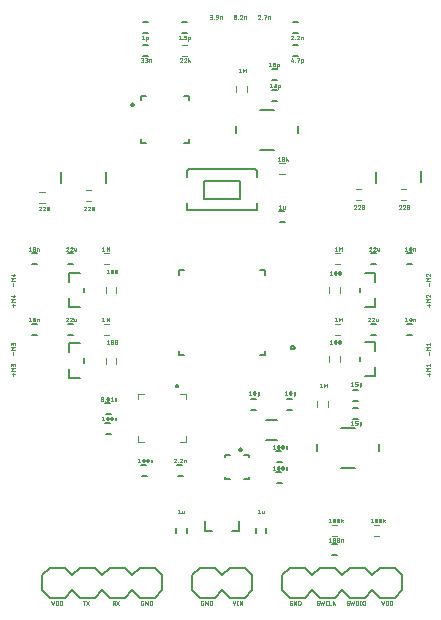
<source format=gbr>
G04 EAGLE Gerber RS-274X export*
G75*
%MOMM*%
%FSLAX34Y34*%
%LPD*%
%INSilkscreen Top*%
%IPPOS*%
%AMOC8*
5,1,8,0,0,1.08239X$1,22.5*%
G01*
%ADD10C,0.025400*%
%ADD11C,0.127000*%
%ADD12C,0.050800*%
%ADD13C,0.152400*%
%ADD14C,0.203200*%
%ADD15C,0.120000*%
%ADD16C,0.200000*%


D10*
X45847Y10033D02*
X47032Y6477D01*
X48218Y10033D01*
X49588Y10033D02*
X49588Y6477D01*
X49588Y10033D02*
X50576Y10033D01*
X50638Y10031D01*
X50700Y10025D01*
X50761Y10015D01*
X50822Y10002D01*
X50881Y9985D01*
X50940Y9964D01*
X50997Y9939D01*
X51052Y9911D01*
X51105Y9879D01*
X51157Y9844D01*
X51206Y9806D01*
X51252Y9765D01*
X51296Y9721D01*
X51337Y9675D01*
X51375Y9626D01*
X51410Y9574D01*
X51442Y9521D01*
X51470Y9466D01*
X51495Y9409D01*
X51516Y9350D01*
X51533Y9291D01*
X51546Y9230D01*
X51556Y9169D01*
X51562Y9107D01*
X51564Y9045D01*
X51563Y9045D02*
X51563Y7465D01*
X51564Y7465D02*
X51562Y7403D01*
X51556Y7341D01*
X51546Y7280D01*
X51533Y7219D01*
X51516Y7160D01*
X51495Y7101D01*
X51470Y7044D01*
X51442Y6989D01*
X51410Y6936D01*
X51375Y6884D01*
X51337Y6835D01*
X51296Y6789D01*
X51252Y6745D01*
X51206Y6704D01*
X51157Y6666D01*
X51105Y6631D01*
X51052Y6599D01*
X50997Y6571D01*
X50940Y6546D01*
X50881Y6525D01*
X50822Y6508D01*
X50761Y6495D01*
X50700Y6485D01*
X50638Y6479D01*
X50576Y6477D01*
X49588Y6477D01*
X53245Y6477D02*
X53245Y10033D01*
X54233Y10033D01*
X54295Y10031D01*
X54357Y10025D01*
X54418Y10015D01*
X54479Y10002D01*
X54538Y9985D01*
X54597Y9964D01*
X54654Y9939D01*
X54709Y9911D01*
X54762Y9879D01*
X54814Y9844D01*
X54863Y9806D01*
X54909Y9765D01*
X54953Y9721D01*
X54994Y9675D01*
X55032Y9626D01*
X55067Y9574D01*
X55099Y9521D01*
X55127Y9466D01*
X55152Y9409D01*
X55173Y9350D01*
X55190Y9291D01*
X55203Y9230D01*
X55213Y9169D01*
X55219Y9107D01*
X55221Y9045D01*
X55221Y7465D01*
X55219Y7403D01*
X55213Y7341D01*
X55203Y7280D01*
X55190Y7219D01*
X55173Y7160D01*
X55152Y7101D01*
X55127Y7044D01*
X55099Y6989D01*
X55067Y6936D01*
X55032Y6884D01*
X54994Y6835D01*
X54953Y6789D01*
X54909Y6745D01*
X54863Y6704D01*
X54814Y6666D01*
X54762Y6631D01*
X54709Y6599D01*
X54654Y6571D01*
X54597Y6546D01*
X54538Y6525D01*
X54479Y6508D01*
X54418Y6495D01*
X54357Y6485D01*
X54295Y6479D01*
X54233Y6477D01*
X53245Y6477D01*
X73505Y6477D02*
X73505Y10033D01*
X72517Y10033D02*
X74493Y10033D01*
X77890Y10033D02*
X75520Y6477D01*
X77890Y6477D02*
X75520Y10033D01*
X97917Y10033D02*
X97917Y6477D01*
X97917Y10033D02*
X98905Y10033D01*
X98967Y10031D01*
X99029Y10025D01*
X99090Y10015D01*
X99151Y10002D01*
X99210Y9985D01*
X99269Y9964D01*
X99326Y9939D01*
X99381Y9911D01*
X99434Y9879D01*
X99486Y9844D01*
X99535Y9806D01*
X99581Y9765D01*
X99625Y9721D01*
X99666Y9675D01*
X99704Y9626D01*
X99739Y9574D01*
X99771Y9521D01*
X99799Y9466D01*
X99824Y9409D01*
X99845Y9350D01*
X99862Y9291D01*
X99875Y9230D01*
X99885Y9169D01*
X99891Y9107D01*
X99893Y9045D01*
X99891Y8983D01*
X99885Y8921D01*
X99875Y8860D01*
X99862Y8799D01*
X99845Y8740D01*
X99824Y8681D01*
X99799Y8624D01*
X99771Y8569D01*
X99739Y8516D01*
X99704Y8464D01*
X99666Y8415D01*
X99625Y8369D01*
X99581Y8325D01*
X99535Y8284D01*
X99486Y8246D01*
X99434Y8211D01*
X99381Y8179D01*
X99326Y8151D01*
X99269Y8126D01*
X99210Y8105D01*
X99151Y8088D01*
X99090Y8075D01*
X99029Y8065D01*
X98967Y8059D01*
X98905Y8057D01*
X97917Y8057D01*
X99102Y8057D02*
X99893Y6477D01*
X101128Y6477D02*
X103499Y10033D01*
X101128Y10033D02*
X103499Y6477D01*
X123430Y8453D02*
X124023Y8453D01*
X124023Y6477D01*
X122837Y6477D01*
X122783Y6479D01*
X122729Y6484D01*
X122676Y6494D01*
X122624Y6506D01*
X122572Y6523D01*
X122522Y6542D01*
X122474Y6566D01*
X122427Y6592D01*
X122381Y6622D01*
X122338Y6654D01*
X122298Y6690D01*
X122260Y6728D01*
X122224Y6768D01*
X122192Y6811D01*
X122162Y6857D01*
X122136Y6904D01*
X122112Y6952D01*
X122093Y7002D01*
X122076Y7054D01*
X122064Y7106D01*
X122054Y7159D01*
X122049Y7213D01*
X122047Y7267D01*
X122047Y9243D01*
X122049Y9297D01*
X122054Y9351D01*
X122064Y9404D01*
X122076Y9456D01*
X122093Y9508D01*
X122112Y9558D01*
X122136Y9606D01*
X122162Y9653D01*
X122192Y9699D01*
X122224Y9742D01*
X122260Y9782D01*
X122298Y9820D01*
X122338Y9856D01*
X122381Y9888D01*
X122427Y9918D01*
X122474Y9944D01*
X122522Y9968D01*
X122572Y9987D01*
X122624Y10004D01*
X122676Y10016D01*
X122729Y10026D01*
X122783Y10031D01*
X122837Y10033D01*
X124023Y10033D01*
X125705Y10033D02*
X125705Y6477D01*
X127680Y6477D02*
X125705Y10033D01*
X127680Y10033D02*
X127680Y6477D01*
X129362Y6477D02*
X129362Y10033D01*
X130350Y10033D01*
X130412Y10031D01*
X130474Y10025D01*
X130535Y10015D01*
X130596Y10002D01*
X130655Y9985D01*
X130714Y9964D01*
X130771Y9939D01*
X130826Y9911D01*
X130879Y9879D01*
X130931Y9844D01*
X130980Y9806D01*
X131026Y9765D01*
X131070Y9721D01*
X131111Y9675D01*
X131149Y9626D01*
X131184Y9574D01*
X131216Y9521D01*
X131244Y9466D01*
X131269Y9409D01*
X131290Y9350D01*
X131307Y9291D01*
X131320Y9230D01*
X131330Y9169D01*
X131336Y9107D01*
X131338Y9045D01*
X131338Y7465D01*
X131336Y7403D01*
X131330Y7341D01*
X131320Y7280D01*
X131307Y7219D01*
X131290Y7160D01*
X131269Y7101D01*
X131244Y7044D01*
X131216Y6989D01*
X131184Y6936D01*
X131149Y6884D01*
X131111Y6835D01*
X131070Y6789D01*
X131026Y6745D01*
X130980Y6704D01*
X130931Y6666D01*
X130879Y6631D01*
X130826Y6599D01*
X130771Y6571D01*
X130714Y6546D01*
X130655Y6525D01*
X130596Y6508D01*
X130535Y6495D01*
X130474Y6485D01*
X130412Y6479D01*
X130350Y6477D01*
X129362Y6477D01*
X174230Y8453D02*
X174823Y8453D01*
X174823Y6477D01*
X173637Y6477D01*
X173583Y6479D01*
X173529Y6484D01*
X173476Y6494D01*
X173424Y6506D01*
X173372Y6523D01*
X173322Y6542D01*
X173274Y6566D01*
X173227Y6592D01*
X173181Y6622D01*
X173138Y6654D01*
X173098Y6690D01*
X173060Y6728D01*
X173024Y6768D01*
X172992Y6811D01*
X172962Y6857D01*
X172936Y6904D01*
X172912Y6952D01*
X172893Y7002D01*
X172876Y7054D01*
X172864Y7106D01*
X172854Y7159D01*
X172849Y7213D01*
X172847Y7267D01*
X172847Y9243D01*
X172849Y9297D01*
X172854Y9351D01*
X172864Y9404D01*
X172876Y9456D01*
X172893Y9508D01*
X172912Y9558D01*
X172936Y9606D01*
X172962Y9653D01*
X172992Y9699D01*
X173024Y9742D01*
X173060Y9782D01*
X173098Y9820D01*
X173138Y9856D01*
X173181Y9888D01*
X173227Y9918D01*
X173274Y9944D01*
X173322Y9968D01*
X173372Y9987D01*
X173424Y10004D01*
X173476Y10016D01*
X173529Y10026D01*
X173583Y10031D01*
X173637Y10033D01*
X174823Y10033D01*
X176505Y10033D02*
X176505Y6477D01*
X178480Y6477D02*
X176505Y10033D01*
X178480Y10033D02*
X178480Y6477D01*
X180162Y6477D02*
X180162Y10033D01*
X181150Y10033D01*
X181212Y10031D01*
X181274Y10025D01*
X181335Y10015D01*
X181396Y10002D01*
X181455Y9985D01*
X181514Y9964D01*
X181571Y9939D01*
X181626Y9911D01*
X181679Y9879D01*
X181731Y9844D01*
X181780Y9806D01*
X181826Y9765D01*
X181870Y9721D01*
X181911Y9675D01*
X181949Y9626D01*
X181984Y9574D01*
X182016Y9521D01*
X182044Y9466D01*
X182069Y9409D01*
X182090Y9350D01*
X182107Y9291D01*
X182120Y9230D01*
X182130Y9169D01*
X182136Y9107D01*
X182138Y9045D01*
X182138Y7465D01*
X182136Y7403D01*
X182130Y7341D01*
X182120Y7280D01*
X182107Y7219D01*
X182090Y7160D01*
X182069Y7101D01*
X182044Y7044D01*
X182016Y6989D01*
X181984Y6936D01*
X181949Y6884D01*
X181911Y6835D01*
X181870Y6789D01*
X181826Y6745D01*
X181780Y6704D01*
X181731Y6666D01*
X181679Y6631D01*
X181626Y6599D01*
X181571Y6571D01*
X181514Y6546D01*
X181455Y6525D01*
X181396Y6508D01*
X181335Y6495D01*
X181274Y6485D01*
X181212Y6479D01*
X181150Y6477D01*
X180162Y6477D01*
X199517Y10033D02*
X200702Y6477D01*
X201888Y10033D01*
X203445Y10033D02*
X203445Y6477D01*
X203050Y6477D02*
X203841Y6477D01*
X203841Y10033D02*
X203050Y10033D01*
X205315Y10033D02*
X205315Y6477D01*
X207291Y6477D02*
X205315Y10033D01*
X207291Y10033D02*
X207291Y6477D01*
X249160Y8453D02*
X249753Y8453D01*
X249753Y6477D01*
X248567Y6477D01*
X248513Y6479D01*
X248459Y6484D01*
X248406Y6494D01*
X248354Y6506D01*
X248302Y6523D01*
X248252Y6542D01*
X248204Y6566D01*
X248157Y6592D01*
X248111Y6622D01*
X248068Y6654D01*
X248028Y6690D01*
X247990Y6728D01*
X247954Y6768D01*
X247922Y6811D01*
X247892Y6857D01*
X247866Y6904D01*
X247842Y6952D01*
X247823Y7002D01*
X247806Y7054D01*
X247794Y7106D01*
X247784Y7159D01*
X247779Y7213D01*
X247777Y7267D01*
X247777Y9243D01*
X247779Y9297D01*
X247784Y9351D01*
X247794Y9404D01*
X247806Y9456D01*
X247823Y9508D01*
X247842Y9558D01*
X247866Y9606D01*
X247892Y9653D01*
X247922Y9699D01*
X247954Y9742D01*
X247990Y9782D01*
X248028Y9820D01*
X248068Y9856D01*
X248111Y9888D01*
X248157Y9918D01*
X248204Y9944D01*
X248252Y9968D01*
X248302Y9987D01*
X248354Y10004D01*
X248406Y10016D01*
X248459Y10026D01*
X248513Y10031D01*
X248567Y10033D01*
X249753Y10033D01*
X251435Y10033D02*
X251435Y6477D01*
X253410Y6477D02*
X251435Y10033D01*
X253410Y10033D02*
X253410Y6477D01*
X255092Y6477D02*
X255092Y10033D01*
X256080Y10033D01*
X256142Y10031D01*
X256204Y10025D01*
X256265Y10015D01*
X256326Y10002D01*
X256385Y9985D01*
X256444Y9964D01*
X256501Y9939D01*
X256556Y9911D01*
X256609Y9879D01*
X256661Y9844D01*
X256710Y9806D01*
X256756Y9765D01*
X256800Y9721D01*
X256841Y9675D01*
X256879Y9626D01*
X256914Y9574D01*
X256946Y9521D01*
X256974Y9466D01*
X256999Y9409D01*
X257020Y9350D01*
X257037Y9291D01*
X257050Y9230D01*
X257060Y9169D01*
X257066Y9107D01*
X257068Y9045D01*
X257068Y7465D01*
X257066Y7403D01*
X257060Y7341D01*
X257050Y7280D01*
X257037Y7219D01*
X257020Y7160D01*
X256999Y7101D01*
X256974Y7044D01*
X256946Y6989D01*
X256914Y6936D01*
X256879Y6884D01*
X256841Y6835D01*
X256800Y6789D01*
X256756Y6745D01*
X256710Y6704D01*
X256661Y6666D01*
X256609Y6631D01*
X256556Y6599D01*
X256501Y6571D01*
X256444Y6546D01*
X256385Y6525D01*
X256326Y6508D01*
X256265Y6495D01*
X256204Y6485D01*
X256142Y6479D01*
X256080Y6477D01*
X255092Y6477D01*
X271822Y6477D02*
X271876Y6479D01*
X271930Y6484D01*
X271983Y6494D01*
X272035Y6506D01*
X272087Y6523D01*
X272137Y6542D01*
X272185Y6566D01*
X272232Y6592D01*
X272278Y6622D01*
X272321Y6654D01*
X272361Y6690D01*
X272399Y6728D01*
X272435Y6768D01*
X272467Y6811D01*
X272497Y6857D01*
X272523Y6904D01*
X272547Y6952D01*
X272566Y7002D01*
X272583Y7054D01*
X272595Y7106D01*
X272605Y7159D01*
X272610Y7213D01*
X272612Y7267D01*
X271822Y6477D02*
X271745Y6479D01*
X271667Y6484D01*
X271590Y6493D01*
X271514Y6506D01*
X271438Y6522D01*
X271363Y6541D01*
X271289Y6564D01*
X271216Y6591D01*
X271144Y6621D01*
X271074Y6654D01*
X271006Y6690D01*
X270939Y6730D01*
X270874Y6772D01*
X270812Y6818D01*
X270751Y6866D01*
X270693Y6917D01*
X270637Y6971D01*
X270736Y9243D02*
X270738Y9297D01*
X270743Y9351D01*
X270753Y9404D01*
X270765Y9456D01*
X270782Y9508D01*
X270801Y9558D01*
X270825Y9606D01*
X270851Y9653D01*
X270881Y9699D01*
X270913Y9742D01*
X270949Y9782D01*
X270987Y9820D01*
X271027Y9856D01*
X271070Y9888D01*
X271116Y9918D01*
X271163Y9944D01*
X271211Y9968D01*
X271261Y9987D01*
X271313Y10004D01*
X271365Y10016D01*
X271418Y10026D01*
X271472Y10031D01*
X271526Y10033D01*
X271599Y10031D01*
X271672Y10026D01*
X271745Y10017D01*
X271818Y10004D01*
X271889Y9988D01*
X271960Y9968D01*
X272029Y9945D01*
X272098Y9918D01*
X272165Y9888D01*
X272230Y9855D01*
X272294Y9819D01*
X272355Y9779D01*
X272415Y9737D01*
X271130Y8551D02*
X271083Y8581D01*
X271039Y8614D01*
X270996Y8650D01*
X270957Y8689D01*
X270920Y8730D01*
X270886Y8774D01*
X270855Y8821D01*
X270827Y8869D01*
X270803Y8919D01*
X270783Y8971D01*
X270766Y9023D01*
X270752Y9077D01*
X270743Y9132D01*
X270737Y9187D01*
X270735Y9243D01*
X272218Y7959D02*
X272265Y7929D01*
X272309Y7896D01*
X272352Y7860D01*
X272391Y7821D01*
X272428Y7779D01*
X272462Y7735D01*
X272493Y7689D01*
X272521Y7641D01*
X272545Y7591D01*
X272565Y7539D01*
X272582Y7486D01*
X272596Y7433D01*
X272605Y7378D01*
X272611Y7323D01*
X272613Y7267D01*
X272217Y7959D02*
X271131Y8551D01*
X273816Y10033D02*
X274606Y6477D01*
X275397Y8848D01*
X276187Y6477D01*
X276977Y10033D01*
X279076Y6477D02*
X279866Y6477D01*
X279076Y6477D02*
X279022Y6479D01*
X278968Y6484D01*
X278915Y6494D01*
X278863Y6506D01*
X278811Y6523D01*
X278761Y6542D01*
X278713Y6566D01*
X278666Y6592D01*
X278620Y6622D01*
X278577Y6654D01*
X278537Y6690D01*
X278499Y6728D01*
X278463Y6768D01*
X278431Y6811D01*
X278401Y6857D01*
X278375Y6904D01*
X278351Y6952D01*
X278332Y7002D01*
X278315Y7054D01*
X278303Y7106D01*
X278293Y7159D01*
X278288Y7213D01*
X278286Y7267D01*
X278286Y9243D01*
X278288Y9297D01*
X278293Y9351D01*
X278303Y9404D01*
X278315Y9456D01*
X278332Y9508D01*
X278351Y9558D01*
X278375Y9606D01*
X278401Y9653D01*
X278431Y9699D01*
X278463Y9742D01*
X278499Y9782D01*
X278537Y9820D01*
X278577Y9856D01*
X278620Y9888D01*
X278666Y9918D01*
X278713Y9944D01*
X278761Y9968D01*
X278811Y9987D01*
X278863Y10004D01*
X278915Y10016D01*
X278968Y10026D01*
X279022Y10031D01*
X279076Y10033D01*
X279866Y10033D01*
X281273Y10033D02*
X281273Y6477D01*
X282853Y6477D01*
X284285Y6477D02*
X284285Y10033D01*
X286261Y10033D02*
X284285Y7860D01*
X285075Y8650D02*
X286261Y6477D01*
X297222Y6477D02*
X297276Y6479D01*
X297330Y6484D01*
X297383Y6494D01*
X297435Y6506D01*
X297487Y6523D01*
X297537Y6542D01*
X297585Y6566D01*
X297632Y6592D01*
X297678Y6622D01*
X297721Y6654D01*
X297761Y6690D01*
X297799Y6728D01*
X297835Y6768D01*
X297867Y6811D01*
X297897Y6857D01*
X297923Y6904D01*
X297947Y6952D01*
X297966Y7002D01*
X297983Y7054D01*
X297995Y7106D01*
X298005Y7159D01*
X298010Y7213D01*
X298012Y7267D01*
X297222Y6477D02*
X297145Y6479D01*
X297067Y6484D01*
X296990Y6493D01*
X296914Y6506D01*
X296838Y6522D01*
X296763Y6541D01*
X296689Y6564D01*
X296616Y6591D01*
X296544Y6621D01*
X296474Y6654D01*
X296406Y6690D01*
X296339Y6730D01*
X296274Y6772D01*
X296212Y6818D01*
X296151Y6866D01*
X296093Y6917D01*
X296037Y6971D01*
X296136Y9243D02*
X296138Y9297D01*
X296143Y9351D01*
X296153Y9404D01*
X296165Y9456D01*
X296182Y9508D01*
X296201Y9558D01*
X296225Y9606D01*
X296251Y9653D01*
X296281Y9699D01*
X296313Y9742D01*
X296349Y9782D01*
X296387Y9820D01*
X296427Y9856D01*
X296470Y9888D01*
X296516Y9918D01*
X296563Y9944D01*
X296611Y9968D01*
X296661Y9987D01*
X296713Y10004D01*
X296765Y10016D01*
X296818Y10026D01*
X296872Y10031D01*
X296926Y10033D01*
X296999Y10031D01*
X297072Y10026D01*
X297145Y10017D01*
X297218Y10004D01*
X297289Y9988D01*
X297360Y9968D01*
X297429Y9945D01*
X297498Y9918D01*
X297565Y9888D01*
X297630Y9855D01*
X297694Y9819D01*
X297755Y9779D01*
X297815Y9737D01*
X296530Y8551D02*
X296483Y8581D01*
X296439Y8614D01*
X296396Y8650D01*
X296357Y8689D01*
X296320Y8730D01*
X296286Y8774D01*
X296255Y8821D01*
X296227Y8869D01*
X296203Y8919D01*
X296183Y8971D01*
X296166Y9023D01*
X296152Y9077D01*
X296143Y9132D01*
X296137Y9187D01*
X296135Y9243D01*
X297618Y7959D02*
X297665Y7929D01*
X297709Y7896D01*
X297752Y7860D01*
X297791Y7821D01*
X297828Y7779D01*
X297862Y7735D01*
X297893Y7689D01*
X297921Y7641D01*
X297945Y7591D01*
X297965Y7539D01*
X297982Y7486D01*
X297996Y7433D01*
X298005Y7378D01*
X298011Y7323D01*
X298013Y7267D01*
X297617Y7959D02*
X296531Y8551D01*
X299216Y10033D02*
X300006Y6477D01*
X300797Y8848D01*
X301587Y6477D01*
X302377Y10033D01*
X303809Y10033D02*
X303809Y6477D01*
X303809Y10033D02*
X304797Y10033D01*
X304859Y10031D01*
X304921Y10025D01*
X304982Y10015D01*
X305043Y10002D01*
X305102Y9985D01*
X305161Y9964D01*
X305218Y9939D01*
X305273Y9911D01*
X305326Y9879D01*
X305378Y9844D01*
X305427Y9806D01*
X305473Y9765D01*
X305517Y9721D01*
X305558Y9675D01*
X305596Y9626D01*
X305631Y9574D01*
X305663Y9521D01*
X305691Y9466D01*
X305716Y9409D01*
X305737Y9350D01*
X305754Y9291D01*
X305767Y9230D01*
X305777Y9169D01*
X305783Y9107D01*
X305785Y9045D01*
X305785Y7465D01*
X305783Y7403D01*
X305777Y7341D01*
X305767Y7280D01*
X305754Y7219D01*
X305737Y7160D01*
X305716Y7101D01*
X305691Y7044D01*
X305663Y6989D01*
X305631Y6936D01*
X305596Y6884D01*
X305558Y6835D01*
X305517Y6789D01*
X305473Y6745D01*
X305427Y6704D01*
X305378Y6666D01*
X305326Y6631D01*
X305273Y6599D01*
X305218Y6571D01*
X305161Y6546D01*
X305102Y6525D01*
X305043Y6508D01*
X304982Y6495D01*
X304921Y6485D01*
X304859Y6479D01*
X304797Y6477D01*
X303809Y6477D01*
X307655Y6477D02*
X307655Y10033D01*
X307259Y6477D02*
X308050Y6477D01*
X308050Y10033D02*
X307259Y10033D01*
X309410Y9045D02*
X309410Y7465D01*
X309410Y9045D02*
X309412Y9107D01*
X309418Y9169D01*
X309428Y9230D01*
X309441Y9291D01*
X309458Y9350D01*
X309479Y9409D01*
X309504Y9466D01*
X309532Y9521D01*
X309564Y9574D01*
X309599Y9626D01*
X309637Y9675D01*
X309678Y9721D01*
X309722Y9765D01*
X309768Y9806D01*
X309817Y9844D01*
X309869Y9879D01*
X309922Y9911D01*
X309977Y9939D01*
X310034Y9964D01*
X310093Y9985D01*
X310152Y10002D01*
X310213Y10015D01*
X310274Y10025D01*
X310336Y10031D01*
X310398Y10033D01*
X310460Y10031D01*
X310522Y10025D01*
X310583Y10015D01*
X310644Y10002D01*
X310703Y9985D01*
X310762Y9964D01*
X310819Y9939D01*
X310874Y9911D01*
X310927Y9879D01*
X310979Y9844D01*
X311028Y9806D01*
X311074Y9765D01*
X311118Y9721D01*
X311159Y9675D01*
X311197Y9626D01*
X311232Y9574D01*
X311264Y9521D01*
X311292Y9466D01*
X311317Y9409D01*
X311338Y9350D01*
X311355Y9291D01*
X311368Y9230D01*
X311378Y9169D01*
X311384Y9107D01*
X311386Y9045D01*
X311386Y7465D01*
X311384Y7403D01*
X311378Y7341D01*
X311368Y7280D01*
X311355Y7219D01*
X311338Y7160D01*
X311317Y7101D01*
X311292Y7044D01*
X311264Y6989D01*
X311232Y6936D01*
X311197Y6884D01*
X311159Y6835D01*
X311118Y6789D01*
X311074Y6745D01*
X311028Y6704D01*
X310979Y6666D01*
X310927Y6631D01*
X310874Y6599D01*
X310819Y6571D01*
X310762Y6546D01*
X310703Y6525D01*
X310644Y6508D01*
X310583Y6495D01*
X310522Y6485D01*
X310460Y6479D01*
X310398Y6477D01*
X310336Y6479D01*
X310274Y6485D01*
X310213Y6495D01*
X310152Y6508D01*
X310093Y6525D01*
X310034Y6546D01*
X309977Y6571D01*
X309922Y6599D01*
X309869Y6631D01*
X309817Y6666D01*
X309768Y6704D01*
X309722Y6745D01*
X309678Y6789D01*
X309637Y6835D01*
X309599Y6884D01*
X309564Y6936D01*
X309532Y6989D01*
X309504Y7044D01*
X309479Y7101D01*
X309458Y7160D01*
X309441Y7219D01*
X309428Y7280D01*
X309418Y7341D01*
X309412Y7403D01*
X309410Y7465D01*
X325247Y10033D02*
X326432Y6477D01*
X327618Y10033D01*
X328988Y10033D02*
X328988Y6477D01*
X328988Y10033D02*
X329976Y10033D01*
X330038Y10031D01*
X330100Y10025D01*
X330161Y10015D01*
X330222Y10002D01*
X330281Y9985D01*
X330340Y9964D01*
X330397Y9939D01*
X330452Y9911D01*
X330505Y9879D01*
X330557Y9844D01*
X330606Y9806D01*
X330652Y9765D01*
X330696Y9721D01*
X330737Y9675D01*
X330775Y9626D01*
X330810Y9574D01*
X330842Y9521D01*
X330870Y9466D01*
X330895Y9409D01*
X330916Y9350D01*
X330933Y9291D01*
X330946Y9230D01*
X330956Y9169D01*
X330962Y9107D01*
X330964Y9045D01*
X330963Y9045D02*
X330963Y7465D01*
X330964Y7465D02*
X330962Y7403D01*
X330956Y7341D01*
X330946Y7280D01*
X330933Y7219D01*
X330916Y7160D01*
X330895Y7101D01*
X330870Y7044D01*
X330842Y6989D01*
X330810Y6936D01*
X330775Y6884D01*
X330737Y6835D01*
X330696Y6789D01*
X330652Y6745D01*
X330606Y6704D01*
X330557Y6666D01*
X330505Y6631D01*
X330452Y6599D01*
X330397Y6571D01*
X330340Y6546D01*
X330281Y6525D01*
X330222Y6508D01*
X330161Y6495D01*
X330100Y6485D01*
X330038Y6479D01*
X329976Y6477D01*
X328988Y6477D01*
X332645Y6477D02*
X332645Y10033D01*
X333633Y10033D01*
X333695Y10031D01*
X333757Y10025D01*
X333818Y10015D01*
X333879Y10002D01*
X333938Y9985D01*
X333997Y9964D01*
X334054Y9939D01*
X334109Y9911D01*
X334162Y9879D01*
X334214Y9844D01*
X334263Y9806D01*
X334309Y9765D01*
X334353Y9721D01*
X334394Y9675D01*
X334432Y9626D01*
X334467Y9574D01*
X334499Y9521D01*
X334527Y9466D01*
X334552Y9409D01*
X334573Y9350D01*
X334590Y9291D01*
X334603Y9230D01*
X334613Y9169D01*
X334619Y9107D01*
X334621Y9045D01*
X334621Y7465D01*
X334619Y7403D01*
X334613Y7341D01*
X334603Y7280D01*
X334590Y7219D01*
X334573Y7160D01*
X334552Y7101D01*
X334527Y7044D01*
X334499Y6989D01*
X334467Y6936D01*
X334432Y6884D01*
X334394Y6835D01*
X334353Y6789D01*
X334309Y6745D01*
X334263Y6704D01*
X334214Y6666D01*
X334162Y6631D01*
X334109Y6599D01*
X334054Y6571D01*
X333997Y6546D01*
X333938Y6525D01*
X333879Y6508D01*
X333818Y6495D01*
X333757Y6485D01*
X333695Y6479D01*
X333633Y6477D01*
X332645Y6477D01*
X365520Y200787D02*
X365520Y203158D01*
X366705Y201972D02*
X364335Y201972D01*
X363347Y204787D02*
X366903Y204787D01*
X365323Y205973D02*
X363347Y204787D01*
X365323Y205973D02*
X363347Y207158D01*
X366903Y207158D01*
X364137Y208757D02*
X363347Y209745D01*
X366903Y209745D01*
X366903Y210732D02*
X366903Y208757D01*
X365520Y218567D02*
X365520Y220938D01*
X366903Y222567D02*
X363347Y222567D01*
X365323Y223753D01*
X363347Y224938D01*
X366903Y224938D01*
X364137Y226537D02*
X363347Y227525D01*
X366903Y227525D01*
X366903Y228512D02*
X366903Y226537D01*
X365520Y276987D02*
X365520Y279358D01*
X366903Y280987D02*
X363347Y280987D01*
X365323Y282173D01*
X363347Y283358D01*
X366903Y283358D01*
X363347Y286043D02*
X363349Y286101D01*
X363355Y286159D01*
X363364Y286216D01*
X363377Y286273D01*
X363394Y286329D01*
X363415Y286383D01*
X363439Y286436D01*
X363466Y286488D01*
X363497Y286537D01*
X363531Y286584D01*
X363568Y286629D01*
X363607Y286672D01*
X363650Y286711D01*
X363695Y286748D01*
X363742Y286782D01*
X363792Y286813D01*
X363843Y286840D01*
X363896Y286864D01*
X363950Y286885D01*
X364006Y286902D01*
X364063Y286915D01*
X364120Y286924D01*
X364178Y286930D01*
X364236Y286932D01*
X363347Y286043D02*
X363349Y285978D01*
X363354Y285913D01*
X363364Y285848D01*
X363377Y285784D01*
X363393Y285721D01*
X363414Y285659D01*
X363437Y285598D01*
X363464Y285539D01*
X363495Y285481D01*
X363529Y285425D01*
X363565Y285371D01*
X363605Y285320D01*
X363648Y285270D01*
X363694Y285224D01*
X363742Y285179D01*
X363792Y285138D01*
X363845Y285100D01*
X363900Y285065D01*
X363957Y285033D01*
X364016Y285004D01*
X364076Y284978D01*
X364137Y284957D01*
X364928Y286637D02*
X364885Y286678D01*
X364840Y286717D01*
X364793Y286754D01*
X364744Y286787D01*
X364692Y286817D01*
X364639Y286844D01*
X364585Y286867D01*
X364529Y286887D01*
X364471Y286904D01*
X364413Y286916D01*
X364355Y286926D01*
X364295Y286931D01*
X364236Y286933D01*
X364927Y286636D02*
X366903Y284957D01*
X366903Y286932D01*
X365520Y261578D02*
X365520Y259207D01*
X366705Y260392D02*
X364335Y260392D01*
X363347Y263207D02*
X366903Y263207D01*
X365323Y264393D02*
X363347Y263207D01*
X365323Y264393D02*
X363347Y265578D01*
X366903Y265578D01*
X363347Y268263D02*
X363349Y268321D01*
X363355Y268379D01*
X363364Y268436D01*
X363377Y268493D01*
X363394Y268549D01*
X363415Y268603D01*
X363439Y268656D01*
X363466Y268708D01*
X363497Y268757D01*
X363531Y268804D01*
X363568Y268849D01*
X363607Y268892D01*
X363650Y268931D01*
X363695Y268968D01*
X363742Y269002D01*
X363792Y269033D01*
X363843Y269060D01*
X363896Y269084D01*
X363950Y269105D01*
X364006Y269122D01*
X364063Y269135D01*
X364120Y269144D01*
X364178Y269150D01*
X364236Y269152D01*
X363347Y268263D02*
X363349Y268198D01*
X363354Y268133D01*
X363364Y268068D01*
X363377Y268004D01*
X363393Y267941D01*
X363414Y267879D01*
X363437Y267818D01*
X363464Y267759D01*
X363495Y267701D01*
X363529Y267645D01*
X363565Y267591D01*
X363605Y267540D01*
X363648Y267490D01*
X363694Y267444D01*
X363742Y267399D01*
X363792Y267358D01*
X363845Y267320D01*
X363900Y267285D01*
X363957Y267253D01*
X364016Y267224D01*
X364076Y267198D01*
X364137Y267177D01*
X364928Y268857D02*
X364885Y268898D01*
X364840Y268937D01*
X364793Y268974D01*
X364744Y269007D01*
X364692Y269037D01*
X364639Y269064D01*
X364585Y269087D01*
X364529Y269107D01*
X364471Y269124D01*
X364413Y269136D01*
X364355Y269146D01*
X364295Y269151D01*
X364236Y269153D01*
X364927Y268856D02*
X366903Y267177D01*
X366903Y269152D01*
X13730Y203158D02*
X13730Y200787D01*
X14915Y201972D02*
X12545Y201972D01*
X11557Y204787D02*
X15113Y204787D01*
X13533Y205973D02*
X11557Y204787D01*
X13533Y205973D02*
X11557Y207158D01*
X15113Y207158D01*
X15113Y208757D02*
X15113Y209745D01*
X15111Y209807D01*
X15105Y209869D01*
X15095Y209930D01*
X15082Y209991D01*
X15065Y210050D01*
X15044Y210109D01*
X15019Y210166D01*
X14991Y210221D01*
X14959Y210274D01*
X14924Y210326D01*
X14886Y210375D01*
X14845Y210421D01*
X14801Y210465D01*
X14755Y210506D01*
X14706Y210544D01*
X14654Y210579D01*
X14601Y210611D01*
X14546Y210639D01*
X14489Y210664D01*
X14430Y210685D01*
X14371Y210702D01*
X14310Y210715D01*
X14249Y210725D01*
X14187Y210731D01*
X14125Y210733D01*
X14063Y210731D01*
X14001Y210725D01*
X13940Y210715D01*
X13879Y210702D01*
X13820Y210685D01*
X13761Y210664D01*
X13704Y210639D01*
X13649Y210611D01*
X13596Y210579D01*
X13544Y210544D01*
X13495Y210506D01*
X13449Y210465D01*
X13405Y210421D01*
X13364Y210375D01*
X13326Y210326D01*
X13291Y210274D01*
X13259Y210221D01*
X13231Y210166D01*
X13206Y210109D01*
X13185Y210050D01*
X13168Y209991D01*
X13155Y209930D01*
X13145Y209869D01*
X13139Y209807D01*
X13137Y209745D01*
X11557Y209942D02*
X11557Y208757D01*
X11557Y209942D02*
X11559Y209997D01*
X11565Y210052D01*
X11574Y210106D01*
X11588Y210160D01*
X11605Y210212D01*
X11625Y210263D01*
X11649Y210313D01*
X11677Y210361D01*
X11708Y210406D01*
X11742Y210450D01*
X11779Y210491D01*
X11818Y210529D01*
X11861Y210565D01*
X11905Y210597D01*
X11952Y210626D01*
X12001Y210652D01*
X12051Y210674D01*
X12103Y210693D01*
X12156Y210709D01*
X12210Y210720D01*
X12264Y210728D01*
X12319Y210732D01*
X12375Y210732D01*
X12430Y210728D01*
X12484Y210720D01*
X12538Y210709D01*
X12591Y210693D01*
X12643Y210674D01*
X12693Y210652D01*
X12742Y210626D01*
X12789Y210597D01*
X12833Y210565D01*
X12876Y210529D01*
X12915Y210491D01*
X12952Y210450D01*
X12986Y210406D01*
X13017Y210361D01*
X13045Y210313D01*
X13069Y210263D01*
X13089Y210212D01*
X13106Y210160D01*
X13120Y210106D01*
X13129Y210052D01*
X13135Y209997D01*
X13137Y209942D01*
X13137Y209152D01*
X13730Y218567D02*
X13730Y220938D01*
X15113Y222567D02*
X11557Y222567D01*
X13533Y223753D01*
X11557Y224938D01*
X15113Y224938D01*
X15113Y226537D02*
X15113Y227525D01*
X15111Y227587D01*
X15105Y227649D01*
X15095Y227710D01*
X15082Y227771D01*
X15065Y227830D01*
X15044Y227889D01*
X15019Y227946D01*
X14991Y228001D01*
X14959Y228054D01*
X14924Y228106D01*
X14886Y228155D01*
X14845Y228201D01*
X14801Y228245D01*
X14755Y228286D01*
X14706Y228324D01*
X14654Y228359D01*
X14601Y228391D01*
X14546Y228419D01*
X14489Y228444D01*
X14430Y228465D01*
X14371Y228482D01*
X14310Y228495D01*
X14249Y228505D01*
X14187Y228511D01*
X14125Y228513D01*
X14063Y228511D01*
X14001Y228505D01*
X13940Y228495D01*
X13879Y228482D01*
X13820Y228465D01*
X13761Y228444D01*
X13704Y228419D01*
X13649Y228391D01*
X13596Y228359D01*
X13544Y228324D01*
X13495Y228286D01*
X13449Y228245D01*
X13405Y228201D01*
X13364Y228155D01*
X13326Y228106D01*
X13291Y228054D01*
X13259Y228001D01*
X13231Y227946D01*
X13206Y227889D01*
X13185Y227830D01*
X13168Y227771D01*
X13155Y227710D01*
X13145Y227649D01*
X13139Y227587D01*
X13137Y227525D01*
X11557Y227722D02*
X11557Y226537D01*
X11557Y227722D02*
X11559Y227777D01*
X11565Y227832D01*
X11574Y227886D01*
X11588Y227940D01*
X11605Y227992D01*
X11625Y228043D01*
X11649Y228093D01*
X11677Y228141D01*
X11708Y228186D01*
X11742Y228230D01*
X11779Y228271D01*
X11818Y228309D01*
X11861Y228345D01*
X11905Y228377D01*
X11952Y228406D01*
X12001Y228432D01*
X12051Y228454D01*
X12103Y228473D01*
X12156Y228489D01*
X12210Y228500D01*
X12264Y228508D01*
X12319Y228512D01*
X12375Y228512D01*
X12430Y228508D01*
X12484Y228500D01*
X12538Y228489D01*
X12591Y228473D01*
X12643Y228454D01*
X12693Y228432D01*
X12742Y228406D01*
X12789Y228377D01*
X12833Y228345D01*
X12876Y228309D01*
X12915Y228271D01*
X12952Y228230D01*
X12986Y228186D01*
X13017Y228141D01*
X13045Y228093D01*
X13069Y228043D01*
X13089Y227992D01*
X13106Y227940D01*
X13120Y227886D01*
X13129Y227832D01*
X13135Y227777D01*
X13137Y227722D01*
X13137Y226932D01*
X13730Y276987D02*
X13730Y279358D01*
X15113Y280987D02*
X11557Y280987D01*
X13533Y282173D01*
X11557Y283358D01*
X15113Y283358D01*
X14323Y284957D02*
X11557Y285747D01*
X14323Y284957D02*
X14323Y286932D01*
X13533Y286340D02*
X15113Y286340D01*
X13730Y261578D02*
X13730Y259207D01*
X14915Y260392D02*
X12545Y260392D01*
X11557Y263207D02*
X15113Y263207D01*
X13533Y264393D02*
X11557Y263207D01*
X13533Y264393D02*
X11557Y265578D01*
X15113Y265578D01*
X14323Y267177D02*
X11557Y267967D01*
X14323Y267177D02*
X14323Y269152D01*
X13533Y268560D02*
X15113Y268560D01*
D11*
X347150Y235530D02*
X351450Y235530D01*
X351250Y244530D02*
X346950Y244530D01*
D12*
X345681Y249202D02*
X346599Y249936D01*
X346599Y246634D01*
X347516Y246634D02*
X345681Y246634D01*
X349110Y248285D02*
X349112Y248388D01*
X349118Y248491D01*
X349127Y248593D01*
X349141Y248695D01*
X349158Y248796D01*
X349180Y248897D01*
X349205Y248997D01*
X349233Y249095D01*
X349266Y249193D01*
X349302Y249289D01*
X349342Y249384D01*
X349385Y249477D01*
X349386Y249477D02*
X349403Y249523D01*
X349425Y249568D01*
X349449Y249611D01*
X349476Y249653D01*
X349507Y249692D01*
X349540Y249729D01*
X349575Y249763D01*
X349613Y249795D01*
X349654Y249824D01*
X349696Y249849D01*
X349740Y249872D01*
X349786Y249891D01*
X349833Y249907D01*
X349881Y249920D01*
X349929Y249929D01*
X349978Y249934D01*
X350028Y249936D01*
X350078Y249934D01*
X350127Y249929D01*
X350175Y249920D01*
X350223Y249907D01*
X350270Y249891D01*
X350316Y249872D01*
X350360Y249849D01*
X350402Y249824D01*
X350443Y249795D01*
X350481Y249763D01*
X350516Y249729D01*
X350549Y249692D01*
X350580Y249653D01*
X350607Y249611D01*
X350631Y249568D01*
X350653Y249523D01*
X350670Y249477D01*
X350713Y249384D01*
X350753Y249289D01*
X350789Y249193D01*
X350822Y249095D01*
X350850Y248997D01*
X350875Y248897D01*
X350897Y248796D01*
X350914Y248695D01*
X350928Y248593D01*
X350937Y248491D01*
X350943Y248388D01*
X350945Y248285D01*
X349111Y248285D02*
X349113Y248182D01*
X349119Y248080D01*
X349128Y247977D01*
X349142Y247875D01*
X349159Y247774D01*
X349181Y247673D01*
X349206Y247573D01*
X349234Y247475D01*
X349267Y247377D01*
X349303Y247281D01*
X349343Y247186D01*
X349386Y247093D01*
X349403Y247047D01*
X349425Y247002D01*
X349449Y246959D01*
X349476Y246917D01*
X349507Y246878D01*
X349540Y246841D01*
X349575Y246807D01*
X349613Y246775D01*
X349654Y246746D01*
X349696Y246721D01*
X349740Y246698D01*
X349786Y246679D01*
X349833Y246663D01*
X349881Y246650D01*
X349929Y246641D01*
X349978Y246636D01*
X350028Y246634D01*
X350670Y247093D02*
X350713Y247186D01*
X350753Y247281D01*
X350789Y247377D01*
X350822Y247475D01*
X350850Y247573D01*
X350875Y247673D01*
X350897Y247774D01*
X350914Y247875D01*
X350928Y247977D01*
X350937Y248079D01*
X350943Y248182D01*
X350945Y248285D01*
X350670Y247093D02*
X350653Y247047D01*
X350631Y247002D01*
X350607Y246959D01*
X350580Y246917D01*
X350549Y246878D01*
X350516Y246841D01*
X350481Y246807D01*
X350443Y246775D01*
X350402Y246746D01*
X350360Y246721D01*
X350316Y246698D01*
X350270Y246679D01*
X350223Y246663D01*
X350175Y246650D01*
X350127Y246641D01*
X350078Y246636D01*
X350028Y246634D01*
X349294Y247368D02*
X350761Y249202D01*
X352608Y248835D02*
X352608Y246634D01*
X352608Y248835D02*
X353526Y248835D01*
X353571Y248833D01*
X353617Y248827D01*
X353661Y248818D01*
X353705Y248805D01*
X353747Y248789D01*
X353788Y248769D01*
X353827Y248745D01*
X353864Y248719D01*
X353899Y248690D01*
X353931Y248658D01*
X353960Y248623D01*
X353986Y248586D01*
X354010Y248547D01*
X354030Y248506D01*
X354046Y248464D01*
X354059Y248420D01*
X354068Y248376D01*
X354074Y248330D01*
X354076Y248285D01*
X354076Y246634D01*
D11*
X127830Y499800D02*
X123530Y499800D01*
X123730Y490800D02*
X128030Y490800D01*
D12*
X123944Y488696D02*
X123027Y487962D01*
X123944Y488696D02*
X123944Y485394D01*
X123027Y485394D02*
X124861Y485394D01*
X126548Y484293D02*
X126548Y487595D01*
X127466Y487595D01*
X127511Y487593D01*
X127557Y487587D01*
X127601Y487578D01*
X127645Y487565D01*
X127687Y487549D01*
X127728Y487529D01*
X127767Y487505D01*
X127804Y487479D01*
X127839Y487450D01*
X127871Y487418D01*
X127900Y487383D01*
X127926Y487346D01*
X127950Y487307D01*
X127970Y487266D01*
X127986Y487224D01*
X127999Y487180D01*
X128008Y487136D01*
X128014Y487090D01*
X128016Y487045D01*
X128016Y485944D01*
X128014Y485899D01*
X128008Y485853D01*
X127999Y485809D01*
X127986Y485765D01*
X127970Y485723D01*
X127950Y485682D01*
X127926Y485643D01*
X127900Y485606D01*
X127871Y485571D01*
X127839Y485539D01*
X127804Y485510D01*
X127767Y485484D01*
X127728Y485460D01*
X127687Y485440D01*
X127645Y485424D01*
X127601Y485411D01*
X127557Y485402D01*
X127511Y485396D01*
X127466Y485394D01*
X126548Y485394D01*
D11*
X250630Y471750D02*
X254930Y471750D01*
X254730Y480750D02*
X250430Y480750D01*
D12*
X249908Y469646D02*
X249174Y467078D01*
X251008Y467078D01*
X250458Y467812D02*
X250458Y466344D01*
X252400Y466344D02*
X252400Y466527D01*
X252583Y466527D01*
X252583Y466344D01*
X252400Y466344D01*
X253975Y469279D02*
X253975Y469646D01*
X255809Y469646D01*
X254892Y466344D01*
X257496Y465243D02*
X257496Y468545D01*
X258413Y468545D01*
X258458Y468543D01*
X258504Y468537D01*
X258548Y468528D01*
X258592Y468515D01*
X258634Y468499D01*
X258675Y468479D01*
X258714Y468455D01*
X258751Y468429D01*
X258786Y468400D01*
X258818Y468368D01*
X258847Y468333D01*
X258873Y468296D01*
X258897Y468257D01*
X258917Y468216D01*
X258933Y468174D01*
X258946Y468130D01*
X258955Y468086D01*
X258961Y468040D01*
X258963Y467995D01*
X258964Y467995D02*
X258964Y466894D01*
X258963Y466894D02*
X258961Y466849D01*
X258955Y466803D01*
X258946Y466759D01*
X258933Y466715D01*
X258917Y466673D01*
X258897Y466632D01*
X258873Y466593D01*
X258847Y466556D01*
X258818Y466521D01*
X258786Y466489D01*
X258751Y466460D01*
X258714Y466434D01*
X258675Y466410D01*
X258634Y466390D01*
X258592Y466374D01*
X258548Y466361D01*
X258504Y466352D01*
X258458Y466346D01*
X258413Y466344D01*
X257496Y466344D01*
D11*
X254930Y490800D02*
X250630Y490800D01*
X250430Y499800D02*
X254730Y499800D01*
D12*
X250183Y488697D02*
X250239Y488695D01*
X250295Y488689D01*
X250351Y488680D01*
X250406Y488666D01*
X250460Y488649D01*
X250512Y488629D01*
X250563Y488604D01*
X250612Y488577D01*
X250659Y488546D01*
X250704Y488512D01*
X250747Y488475D01*
X250787Y488435D01*
X250824Y488392D01*
X250858Y488347D01*
X250889Y488300D01*
X250916Y488251D01*
X250941Y488200D01*
X250961Y488148D01*
X250978Y488094D01*
X250992Y488039D01*
X251001Y487983D01*
X251007Y487927D01*
X251009Y487871D01*
X250183Y488696D02*
X250119Y488694D01*
X250056Y488688D01*
X249993Y488679D01*
X249931Y488666D01*
X249870Y488649D01*
X249810Y488628D01*
X249751Y488604D01*
X249694Y488577D01*
X249638Y488546D01*
X249585Y488511D01*
X249534Y488474D01*
X249484Y488434D01*
X249438Y488390D01*
X249394Y488344D01*
X249353Y488296D01*
X249315Y488245D01*
X249280Y488192D01*
X249248Y488137D01*
X249220Y488080D01*
X249195Y488022D01*
X249174Y487962D01*
X250734Y487229D02*
X250772Y487268D01*
X250809Y487310D01*
X250842Y487354D01*
X250873Y487399D01*
X250901Y487447D01*
X250926Y487496D01*
X250948Y487547D01*
X250966Y487599D01*
X250982Y487652D01*
X250994Y487706D01*
X251002Y487761D01*
X251007Y487816D01*
X251009Y487871D01*
X250733Y487228D02*
X249174Y485394D01*
X251008Y485394D01*
X252400Y485394D02*
X252400Y485577D01*
X252583Y485577D01*
X252583Y485394D01*
X252400Y485394D01*
X254984Y488697D02*
X255040Y488695D01*
X255096Y488689D01*
X255152Y488680D01*
X255207Y488666D01*
X255261Y488649D01*
X255313Y488629D01*
X255364Y488604D01*
X255413Y488577D01*
X255460Y488546D01*
X255505Y488512D01*
X255548Y488475D01*
X255588Y488435D01*
X255625Y488392D01*
X255659Y488347D01*
X255690Y488300D01*
X255717Y488251D01*
X255742Y488200D01*
X255762Y488148D01*
X255779Y488094D01*
X255793Y488039D01*
X255802Y487983D01*
X255808Y487927D01*
X255810Y487871D01*
X254984Y488696D02*
X254920Y488694D01*
X254857Y488688D01*
X254794Y488679D01*
X254732Y488666D01*
X254671Y488649D01*
X254611Y488628D01*
X254552Y488604D01*
X254495Y488577D01*
X254439Y488546D01*
X254386Y488511D01*
X254335Y488474D01*
X254285Y488434D01*
X254239Y488390D01*
X254195Y488344D01*
X254154Y488296D01*
X254116Y488245D01*
X254081Y488192D01*
X254049Y488137D01*
X254021Y488080D01*
X253996Y488022D01*
X253975Y487962D01*
X255534Y487229D02*
X255572Y487268D01*
X255609Y487310D01*
X255642Y487354D01*
X255673Y487399D01*
X255701Y487447D01*
X255726Y487496D01*
X255748Y487547D01*
X255766Y487599D01*
X255782Y487652D01*
X255794Y487706D01*
X255802Y487761D01*
X255807Y487816D01*
X255809Y487871D01*
X255534Y487228D02*
X253975Y485394D01*
X255809Y485394D01*
X257473Y485394D02*
X257473Y487595D01*
X258390Y487595D01*
X258435Y487593D01*
X258481Y487587D01*
X258525Y487578D01*
X258569Y487565D01*
X258611Y487549D01*
X258652Y487529D01*
X258691Y487505D01*
X258728Y487479D01*
X258763Y487450D01*
X258795Y487418D01*
X258824Y487383D01*
X258850Y487346D01*
X258874Y487307D01*
X258894Y487266D01*
X258910Y487224D01*
X258923Y487180D01*
X258932Y487136D01*
X258938Y487090D01*
X258940Y487045D01*
X258940Y485394D01*
D11*
X127930Y471750D02*
X123630Y471750D01*
X123430Y480750D02*
X127730Y480750D01*
D12*
X123079Y466344D02*
X122161Y466344D01*
X123079Y466344D02*
X123138Y466346D01*
X123196Y466352D01*
X123254Y466361D01*
X123312Y466374D01*
X123368Y466391D01*
X123423Y466411D01*
X123477Y466435D01*
X123529Y466462D01*
X123579Y466492D01*
X123627Y466526D01*
X123673Y466563D01*
X123717Y466602D01*
X123758Y466645D01*
X123796Y466689D01*
X123831Y466736D01*
X123863Y466786D01*
X123892Y466837D01*
X123918Y466890D01*
X123940Y466944D01*
X123958Y467000D01*
X123973Y467057D01*
X123984Y467115D01*
X123992Y467173D01*
X123996Y467232D01*
X123996Y467290D01*
X123992Y467349D01*
X123984Y467407D01*
X123973Y467465D01*
X123958Y467522D01*
X123940Y467578D01*
X123918Y467632D01*
X123892Y467685D01*
X123863Y467736D01*
X123831Y467786D01*
X123796Y467833D01*
X123758Y467877D01*
X123717Y467920D01*
X123673Y467959D01*
X123627Y467996D01*
X123579Y468030D01*
X123529Y468060D01*
X123477Y468087D01*
X123423Y468111D01*
X123368Y468131D01*
X123312Y468148D01*
X123254Y468161D01*
X123196Y468170D01*
X123138Y468176D01*
X123079Y468178D01*
X123262Y469646D02*
X122161Y469646D01*
X123262Y469646D02*
X123314Y469644D01*
X123366Y469639D01*
X123418Y469629D01*
X123469Y469616D01*
X123519Y469600D01*
X123567Y469580D01*
X123614Y469556D01*
X123659Y469529D01*
X123702Y469500D01*
X123743Y469467D01*
X123781Y469431D01*
X123817Y469393D01*
X123850Y469352D01*
X123879Y469309D01*
X123906Y469264D01*
X123930Y469217D01*
X123950Y469169D01*
X123966Y469119D01*
X123979Y469068D01*
X123989Y469016D01*
X123994Y468964D01*
X123996Y468912D01*
X123994Y468860D01*
X123989Y468808D01*
X123979Y468756D01*
X123966Y468705D01*
X123950Y468655D01*
X123930Y468607D01*
X123906Y468560D01*
X123879Y468515D01*
X123850Y468472D01*
X123817Y468431D01*
X123781Y468393D01*
X123743Y468357D01*
X123702Y468324D01*
X123659Y468295D01*
X123614Y468268D01*
X123567Y468244D01*
X123519Y468224D01*
X123469Y468208D01*
X123418Y468195D01*
X123366Y468185D01*
X123314Y468180D01*
X123262Y468178D01*
X122528Y468178D01*
X125590Y466344D02*
X126508Y466344D01*
X126567Y466346D01*
X126625Y466352D01*
X126683Y466361D01*
X126741Y466374D01*
X126797Y466391D01*
X126852Y466411D01*
X126906Y466435D01*
X126958Y466462D01*
X127008Y466492D01*
X127056Y466526D01*
X127102Y466563D01*
X127146Y466602D01*
X127187Y466645D01*
X127225Y466689D01*
X127260Y466736D01*
X127292Y466786D01*
X127321Y466837D01*
X127347Y466890D01*
X127369Y466944D01*
X127387Y467000D01*
X127402Y467057D01*
X127413Y467115D01*
X127421Y467173D01*
X127425Y467232D01*
X127425Y467290D01*
X127421Y467349D01*
X127413Y467407D01*
X127402Y467465D01*
X127387Y467522D01*
X127369Y467578D01*
X127347Y467632D01*
X127321Y467685D01*
X127292Y467736D01*
X127260Y467786D01*
X127225Y467833D01*
X127187Y467877D01*
X127146Y467920D01*
X127102Y467959D01*
X127056Y467996D01*
X127008Y468030D01*
X126958Y468060D01*
X126906Y468087D01*
X126852Y468111D01*
X126797Y468131D01*
X126741Y468148D01*
X126683Y468161D01*
X126625Y468170D01*
X126567Y468176D01*
X126508Y468178D01*
X126691Y469646D02*
X125590Y469646D01*
X126691Y469646D02*
X126743Y469644D01*
X126795Y469639D01*
X126847Y469629D01*
X126898Y469616D01*
X126948Y469600D01*
X126996Y469580D01*
X127043Y469556D01*
X127088Y469529D01*
X127131Y469500D01*
X127172Y469467D01*
X127210Y469431D01*
X127246Y469393D01*
X127279Y469352D01*
X127308Y469309D01*
X127335Y469264D01*
X127359Y469217D01*
X127379Y469169D01*
X127395Y469119D01*
X127408Y469068D01*
X127418Y469016D01*
X127423Y468964D01*
X127425Y468912D01*
X127423Y468860D01*
X127418Y468808D01*
X127408Y468756D01*
X127395Y468705D01*
X127379Y468655D01*
X127359Y468607D01*
X127335Y468560D01*
X127308Y468515D01*
X127279Y468472D01*
X127246Y468431D01*
X127210Y468393D01*
X127172Y468357D01*
X127131Y468324D01*
X127088Y468295D01*
X127043Y468268D01*
X126996Y468244D01*
X126948Y468224D01*
X126898Y468208D01*
X126847Y468195D01*
X126795Y468185D01*
X126743Y468180D01*
X126691Y468178D01*
X125957Y468178D01*
X129088Y468545D02*
X129088Y466344D01*
X129088Y468545D02*
X130006Y468545D01*
X130051Y468543D01*
X130097Y468537D01*
X130141Y468528D01*
X130185Y468515D01*
X130227Y468499D01*
X130268Y468479D01*
X130307Y468455D01*
X130344Y468429D01*
X130379Y468400D01*
X130411Y468368D01*
X130440Y468333D01*
X130466Y468296D01*
X130490Y468257D01*
X130510Y468216D01*
X130526Y468174D01*
X130539Y468130D01*
X130548Y468086D01*
X130554Y468040D01*
X130556Y467995D01*
X130556Y466344D01*
D11*
X236560Y118800D02*
X240860Y118800D01*
X241060Y109800D02*
X236760Y109800D01*
D12*
X233934Y123472D02*
X234851Y124206D01*
X234851Y120904D01*
X233934Y120904D02*
X235768Y120904D01*
X237363Y122555D02*
X237365Y122658D01*
X237371Y122761D01*
X237380Y122863D01*
X237394Y122965D01*
X237411Y123066D01*
X237433Y123167D01*
X237458Y123267D01*
X237486Y123365D01*
X237519Y123463D01*
X237555Y123559D01*
X237595Y123654D01*
X237638Y123747D01*
X237655Y123793D01*
X237677Y123838D01*
X237701Y123881D01*
X237728Y123923D01*
X237759Y123962D01*
X237792Y123999D01*
X237827Y124033D01*
X237865Y124065D01*
X237906Y124094D01*
X237948Y124119D01*
X237992Y124142D01*
X238038Y124161D01*
X238085Y124177D01*
X238133Y124190D01*
X238181Y124199D01*
X238230Y124204D01*
X238280Y124206D01*
X238330Y124204D01*
X238379Y124199D01*
X238427Y124190D01*
X238475Y124177D01*
X238522Y124161D01*
X238568Y124142D01*
X238612Y124119D01*
X238654Y124094D01*
X238695Y124065D01*
X238733Y124033D01*
X238768Y123999D01*
X238801Y123962D01*
X238832Y123923D01*
X238859Y123881D01*
X238883Y123838D01*
X238905Y123793D01*
X238922Y123747D01*
X238923Y123747D02*
X238966Y123654D01*
X239006Y123559D01*
X239042Y123463D01*
X239075Y123365D01*
X239103Y123267D01*
X239128Y123167D01*
X239150Y123066D01*
X239167Y122965D01*
X239181Y122863D01*
X239190Y122761D01*
X239196Y122658D01*
X239198Y122555D01*
X237363Y122555D02*
X237365Y122452D01*
X237371Y122350D01*
X237380Y122247D01*
X237394Y122145D01*
X237411Y122044D01*
X237433Y121943D01*
X237458Y121843D01*
X237486Y121745D01*
X237519Y121647D01*
X237555Y121551D01*
X237595Y121456D01*
X237638Y121363D01*
X237655Y121317D01*
X237677Y121272D01*
X237701Y121229D01*
X237728Y121187D01*
X237759Y121148D01*
X237792Y121111D01*
X237827Y121077D01*
X237865Y121045D01*
X237906Y121016D01*
X237948Y120991D01*
X237992Y120968D01*
X238038Y120949D01*
X238085Y120933D01*
X238133Y120920D01*
X238181Y120911D01*
X238230Y120906D01*
X238280Y120904D01*
X238922Y121363D02*
X238965Y121456D01*
X239005Y121551D01*
X239041Y121647D01*
X239074Y121745D01*
X239102Y121843D01*
X239127Y121943D01*
X239149Y122044D01*
X239166Y122145D01*
X239180Y122247D01*
X239189Y122349D01*
X239195Y122452D01*
X239197Y122555D01*
X238922Y121363D02*
X238905Y121317D01*
X238883Y121272D01*
X238859Y121229D01*
X238832Y121187D01*
X238801Y121148D01*
X238768Y121111D01*
X238733Y121077D01*
X238695Y121045D01*
X238654Y121016D01*
X238612Y120991D01*
X238568Y120968D01*
X238522Y120949D01*
X238475Y120933D01*
X238427Y120920D01*
X238379Y120911D01*
X238330Y120906D01*
X238280Y120904D01*
X237546Y121638D02*
X239014Y123472D01*
X240792Y122555D02*
X240794Y122658D01*
X240800Y122761D01*
X240809Y122863D01*
X240823Y122965D01*
X240840Y123066D01*
X240862Y123167D01*
X240887Y123267D01*
X240915Y123365D01*
X240948Y123463D01*
X240984Y123559D01*
X241024Y123654D01*
X241067Y123747D01*
X241084Y123793D01*
X241106Y123838D01*
X241130Y123881D01*
X241157Y123923D01*
X241188Y123962D01*
X241221Y123999D01*
X241256Y124033D01*
X241294Y124065D01*
X241335Y124094D01*
X241377Y124119D01*
X241421Y124142D01*
X241467Y124161D01*
X241514Y124177D01*
X241562Y124190D01*
X241610Y124199D01*
X241659Y124204D01*
X241709Y124206D01*
X241759Y124204D01*
X241808Y124199D01*
X241856Y124190D01*
X241904Y124177D01*
X241951Y124161D01*
X241997Y124142D01*
X242041Y124119D01*
X242083Y124094D01*
X242124Y124065D01*
X242162Y124033D01*
X242197Y123999D01*
X242230Y123962D01*
X242261Y123923D01*
X242288Y123881D01*
X242312Y123838D01*
X242334Y123793D01*
X242351Y123747D01*
X242352Y123747D02*
X242395Y123654D01*
X242435Y123559D01*
X242471Y123463D01*
X242504Y123365D01*
X242532Y123267D01*
X242557Y123167D01*
X242579Y123066D01*
X242596Y122965D01*
X242610Y122863D01*
X242619Y122761D01*
X242625Y122658D01*
X242627Y122555D01*
X240792Y122555D02*
X240794Y122452D01*
X240800Y122350D01*
X240809Y122247D01*
X240823Y122145D01*
X240840Y122044D01*
X240862Y121943D01*
X240887Y121843D01*
X240915Y121745D01*
X240948Y121647D01*
X240984Y121551D01*
X241024Y121456D01*
X241067Y121363D01*
X241084Y121317D01*
X241106Y121272D01*
X241130Y121229D01*
X241157Y121187D01*
X241188Y121148D01*
X241221Y121111D01*
X241256Y121077D01*
X241294Y121045D01*
X241335Y121016D01*
X241377Y120991D01*
X241421Y120968D01*
X241467Y120949D01*
X241514Y120933D01*
X241562Y120920D01*
X241610Y120911D01*
X241659Y120906D01*
X241709Y120904D01*
X242351Y121363D02*
X242394Y121456D01*
X242434Y121551D01*
X242470Y121647D01*
X242503Y121745D01*
X242531Y121843D01*
X242556Y121943D01*
X242578Y122044D01*
X242595Y122145D01*
X242609Y122247D01*
X242618Y122349D01*
X242624Y122452D01*
X242626Y122555D01*
X242351Y121363D02*
X242334Y121317D01*
X242312Y121272D01*
X242288Y121229D01*
X242261Y121187D01*
X242230Y121148D01*
X242197Y121111D01*
X242162Y121077D01*
X242124Y121045D01*
X242083Y121016D01*
X242041Y120991D01*
X241997Y120968D01*
X241951Y120949D01*
X241904Y120933D01*
X241856Y120920D01*
X241808Y120911D01*
X241759Y120906D01*
X241709Y120904D01*
X240975Y121638D02*
X242443Y123472D01*
X244290Y123105D02*
X244290Y120904D01*
X244290Y123105D02*
X245207Y123105D01*
X245252Y123103D01*
X245298Y123097D01*
X245342Y123088D01*
X245386Y123075D01*
X245428Y123059D01*
X245469Y123039D01*
X245508Y123015D01*
X245545Y122989D01*
X245580Y122960D01*
X245612Y122928D01*
X245641Y122893D01*
X245667Y122856D01*
X245691Y122817D01*
X245711Y122776D01*
X245727Y122734D01*
X245740Y122690D01*
X245749Y122646D01*
X245755Y122600D01*
X245757Y122555D01*
X245758Y122555D02*
X245758Y120904D01*
D11*
X240960Y127580D02*
X236660Y127580D01*
X236460Y136580D02*
X240760Y136580D01*
D12*
X234851Y141986D02*
X233934Y141252D01*
X234851Y141986D02*
X234851Y138684D01*
X233934Y138684D02*
X235768Y138684D01*
X237363Y140335D02*
X237365Y140438D01*
X237371Y140541D01*
X237380Y140643D01*
X237394Y140745D01*
X237411Y140846D01*
X237433Y140947D01*
X237458Y141047D01*
X237486Y141145D01*
X237519Y141243D01*
X237555Y141339D01*
X237595Y141434D01*
X237638Y141527D01*
X237655Y141573D01*
X237677Y141618D01*
X237701Y141661D01*
X237728Y141703D01*
X237759Y141742D01*
X237792Y141779D01*
X237827Y141813D01*
X237865Y141845D01*
X237906Y141874D01*
X237948Y141899D01*
X237992Y141922D01*
X238038Y141941D01*
X238085Y141957D01*
X238133Y141970D01*
X238181Y141979D01*
X238230Y141984D01*
X238280Y141986D01*
X238330Y141984D01*
X238379Y141979D01*
X238427Y141970D01*
X238475Y141957D01*
X238522Y141941D01*
X238568Y141922D01*
X238612Y141899D01*
X238654Y141874D01*
X238695Y141845D01*
X238733Y141813D01*
X238768Y141779D01*
X238801Y141742D01*
X238832Y141703D01*
X238859Y141661D01*
X238883Y141618D01*
X238905Y141573D01*
X238922Y141527D01*
X238923Y141527D02*
X238966Y141434D01*
X239006Y141339D01*
X239042Y141243D01*
X239075Y141145D01*
X239103Y141047D01*
X239128Y140947D01*
X239150Y140846D01*
X239167Y140745D01*
X239181Y140643D01*
X239190Y140541D01*
X239196Y140438D01*
X239198Y140335D01*
X237363Y140335D02*
X237365Y140232D01*
X237371Y140130D01*
X237380Y140027D01*
X237394Y139925D01*
X237411Y139824D01*
X237433Y139723D01*
X237458Y139623D01*
X237486Y139525D01*
X237519Y139427D01*
X237555Y139331D01*
X237595Y139236D01*
X237638Y139143D01*
X237655Y139097D01*
X237677Y139052D01*
X237701Y139009D01*
X237728Y138967D01*
X237759Y138928D01*
X237792Y138891D01*
X237827Y138857D01*
X237865Y138825D01*
X237906Y138796D01*
X237948Y138771D01*
X237992Y138748D01*
X238038Y138729D01*
X238085Y138713D01*
X238133Y138700D01*
X238181Y138691D01*
X238230Y138686D01*
X238280Y138684D01*
X238922Y139143D02*
X238965Y139236D01*
X239005Y139331D01*
X239041Y139427D01*
X239074Y139525D01*
X239102Y139623D01*
X239127Y139723D01*
X239149Y139824D01*
X239166Y139925D01*
X239180Y140027D01*
X239189Y140129D01*
X239195Y140232D01*
X239197Y140335D01*
X238922Y139143D02*
X238905Y139097D01*
X238883Y139052D01*
X238859Y139009D01*
X238832Y138967D01*
X238801Y138928D01*
X238768Y138891D01*
X238733Y138857D01*
X238695Y138825D01*
X238654Y138796D01*
X238612Y138771D01*
X238568Y138748D01*
X238522Y138729D01*
X238475Y138713D01*
X238427Y138700D01*
X238379Y138691D01*
X238330Y138686D01*
X238280Y138684D01*
X237546Y139418D02*
X239014Y141252D01*
X240792Y140335D02*
X240794Y140438D01*
X240800Y140541D01*
X240809Y140643D01*
X240823Y140745D01*
X240840Y140846D01*
X240862Y140947D01*
X240887Y141047D01*
X240915Y141145D01*
X240948Y141243D01*
X240984Y141339D01*
X241024Y141434D01*
X241067Y141527D01*
X241084Y141573D01*
X241106Y141618D01*
X241130Y141661D01*
X241157Y141703D01*
X241188Y141742D01*
X241221Y141779D01*
X241256Y141813D01*
X241294Y141845D01*
X241335Y141874D01*
X241377Y141899D01*
X241421Y141922D01*
X241467Y141941D01*
X241514Y141957D01*
X241562Y141970D01*
X241610Y141979D01*
X241659Y141984D01*
X241709Y141986D01*
X241759Y141984D01*
X241808Y141979D01*
X241856Y141970D01*
X241904Y141957D01*
X241951Y141941D01*
X241997Y141922D01*
X242041Y141899D01*
X242083Y141874D01*
X242124Y141845D01*
X242162Y141813D01*
X242197Y141779D01*
X242230Y141742D01*
X242261Y141703D01*
X242288Y141661D01*
X242312Y141618D01*
X242334Y141573D01*
X242351Y141527D01*
X242352Y141527D02*
X242395Y141434D01*
X242435Y141339D01*
X242471Y141243D01*
X242504Y141145D01*
X242532Y141047D01*
X242557Y140947D01*
X242579Y140846D01*
X242596Y140745D01*
X242610Y140643D01*
X242619Y140541D01*
X242625Y140438D01*
X242627Y140335D01*
X240792Y140335D02*
X240794Y140232D01*
X240800Y140130D01*
X240809Y140027D01*
X240823Y139925D01*
X240840Y139824D01*
X240862Y139723D01*
X240887Y139623D01*
X240915Y139525D01*
X240948Y139427D01*
X240984Y139331D01*
X241024Y139236D01*
X241067Y139143D01*
X241084Y139097D01*
X241106Y139052D01*
X241130Y139009D01*
X241157Y138967D01*
X241188Y138928D01*
X241221Y138891D01*
X241256Y138857D01*
X241294Y138825D01*
X241335Y138796D01*
X241377Y138771D01*
X241421Y138748D01*
X241467Y138729D01*
X241514Y138713D01*
X241562Y138700D01*
X241610Y138691D01*
X241659Y138686D01*
X241709Y138684D01*
X242351Y139143D02*
X242394Y139236D01*
X242434Y139331D01*
X242470Y139427D01*
X242503Y139525D01*
X242531Y139623D01*
X242556Y139723D01*
X242578Y139824D01*
X242595Y139925D01*
X242609Y140027D01*
X242618Y140129D01*
X242624Y140232D01*
X242626Y140335D01*
X242351Y139143D02*
X242334Y139097D01*
X242312Y139052D01*
X242288Y139009D01*
X242261Y138967D01*
X242230Y138928D01*
X242197Y138891D01*
X242162Y138857D01*
X242124Y138825D01*
X242083Y138796D01*
X242041Y138771D01*
X241997Y138748D01*
X241951Y138729D01*
X241904Y138713D01*
X241856Y138700D01*
X241808Y138691D01*
X241759Y138686D01*
X241709Y138684D01*
X240975Y139418D02*
X242443Y141252D01*
X244290Y140885D02*
X244290Y138684D01*
X244290Y140885D02*
X245207Y140885D01*
X245252Y140883D01*
X245298Y140877D01*
X245342Y140868D01*
X245386Y140855D01*
X245428Y140839D01*
X245469Y140819D01*
X245508Y140795D01*
X245545Y140769D01*
X245580Y140740D01*
X245612Y140708D01*
X245641Y140673D01*
X245667Y140636D01*
X245691Y140597D01*
X245711Y140556D01*
X245727Y140514D01*
X245740Y140470D01*
X245749Y140426D01*
X245755Y140380D01*
X245757Y140335D01*
X245758Y140335D02*
X245758Y138684D01*
D11*
X301330Y173410D02*
X305630Y173410D01*
X305830Y164410D02*
X301530Y164410D01*
D12*
X300891Y162306D02*
X299974Y161572D01*
X300891Y162306D02*
X300891Y159004D01*
X299974Y159004D02*
X301808Y159004D01*
X303403Y159004D02*
X304504Y159004D01*
X304556Y159006D01*
X304608Y159011D01*
X304660Y159021D01*
X304711Y159034D01*
X304761Y159050D01*
X304809Y159070D01*
X304856Y159094D01*
X304901Y159121D01*
X304944Y159150D01*
X304985Y159183D01*
X305023Y159219D01*
X305059Y159257D01*
X305092Y159298D01*
X305121Y159341D01*
X305148Y159386D01*
X305172Y159433D01*
X305192Y159481D01*
X305208Y159531D01*
X305221Y159582D01*
X305231Y159634D01*
X305236Y159686D01*
X305238Y159738D01*
X305237Y159738D02*
X305237Y160105D01*
X305238Y160105D02*
X305236Y160157D01*
X305231Y160209D01*
X305221Y160261D01*
X305208Y160312D01*
X305192Y160362D01*
X305172Y160410D01*
X305148Y160457D01*
X305121Y160502D01*
X305092Y160545D01*
X305059Y160586D01*
X305023Y160624D01*
X304985Y160660D01*
X304944Y160693D01*
X304901Y160722D01*
X304856Y160749D01*
X304809Y160773D01*
X304761Y160793D01*
X304711Y160809D01*
X304660Y160822D01*
X304608Y160832D01*
X304556Y160837D01*
X304504Y160839D01*
X304504Y160838D02*
X303403Y160838D01*
X303403Y162306D01*
X305237Y162306D01*
X306925Y161205D02*
X306925Y157903D01*
X306925Y161205D02*
X307842Y161205D01*
X307887Y161203D01*
X307933Y161197D01*
X307977Y161188D01*
X308021Y161175D01*
X308063Y161159D01*
X308104Y161139D01*
X308143Y161115D01*
X308180Y161089D01*
X308215Y161060D01*
X308247Y161028D01*
X308276Y160993D01*
X308302Y160956D01*
X308326Y160917D01*
X308346Y160876D01*
X308362Y160834D01*
X308375Y160790D01*
X308384Y160746D01*
X308390Y160700D01*
X308392Y160655D01*
X308392Y159554D01*
X308390Y159509D01*
X308384Y159463D01*
X308375Y159419D01*
X308362Y159375D01*
X308346Y159333D01*
X308326Y159292D01*
X308302Y159253D01*
X308276Y159216D01*
X308247Y159181D01*
X308215Y159149D01*
X308180Y159120D01*
X308143Y159094D01*
X308104Y159070D01*
X308063Y159050D01*
X308021Y159034D01*
X307977Y159021D01*
X307933Y159012D01*
X307887Y159006D01*
X307842Y159004D01*
X306925Y159004D01*
D11*
X305630Y188650D02*
X301330Y188650D01*
X301530Y179650D02*
X305830Y179650D01*
D12*
X299974Y194592D02*
X300891Y195326D01*
X300891Y192024D01*
X299974Y192024D02*
X301808Y192024D01*
X303403Y192024D02*
X304504Y192024D01*
X304556Y192026D01*
X304608Y192031D01*
X304660Y192041D01*
X304711Y192054D01*
X304761Y192070D01*
X304809Y192090D01*
X304856Y192114D01*
X304901Y192141D01*
X304944Y192170D01*
X304985Y192203D01*
X305023Y192239D01*
X305059Y192277D01*
X305092Y192318D01*
X305121Y192361D01*
X305148Y192406D01*
X305172Y192453D01*
X305192Y192501D01*
X305208Y192551D01*
X305221Y192602D01*
X305231Y192654D01*
X305236Y192706D01*
X305238Y192758D01*
X305237Y192758D02*
X305237Y193125D01*
X305238Y193125D02*
X305236Y193177D01*
X305231Y193229D01*
X305221Y193281D01*
X305208Y193332D01*
X305192Y193382D01*
X305172Y193430D01*
X305148Y193477D01*
X305121Y193522D01*
X305092Y193565D01*
X305059Y193606D01*
X305023Y193644D01*
X304985Y193680D01*
X304944Y193713D01*
X304901Y193742D01*
X304856Y193769D01*
X304809Y193793D01*
X304761Y193813D01*
X304711Y193829D01*
X304660Y193842D01*
X304608Y193852D01*
X304556Y193857D01*
X304504Y193859D01*
X304504Y193858D02*
X303403Y193858D01*
X303403Y195326D01*
X305237Y195326D01*
X306925Y194225D02*
X306925Y190923D01*
X306925Y194225D02*
X307842Y194225D01*
X307887Y194223D01*
X307933Y194217D01*
X307977Y194208D01*
X308021Y194195D01*
X308063Y194179D01*
X308104Y194159D01*
X308143Y194135D01*
X308180Y194109D01*
X308215Y194080D01*
X308247Y194048D01*
X308276Y194013D01*
X308302Y193976D01*
X308326Y193937D01*
X308346Y193896D01*
X308362Y193854D01*
X308375Y193810D01*
X308384Y193766D01*
X308390Y193720D01*
X308392Y193675D01*
X308392Y192574D01*
X308390Y192529D01*
X308384Y192483D01*
X308375Y192439D01*
X308362Y192395D01*
X308346Y192353D01*
X308326Y192312D01*
X308302Y192273D01*
X308276Y192236D01*
X308247Y192201D01*
X308215Y192169D01*
X308180Y192140D01*
X308143Y192114D01*
X308104Y192090D01*
X308063Y192070D01*
X308021Y192054D01*
X307977Y192041D01*
X307933Y192032D01*
X307887Y192026D01*
X307842Y192024D01*
X306925Y192024D01*
D11*
X316570Y244530D02*
X320870Y244530D01*
X321070Y235530D02*
X316770Y235530D01*
D12*
X315766Y249111D02*
X315764Y249167D01*
X315758Y249223D01*
X315749Y249279D01*
X315735Y249334D01*
X315718Y249388D01*
X315698Y249440D01*
X315673Y249491D01*
X315646Y249540D01*
X315615Y249587D01*
X315581Y249632D01*
X315544Y249675D01*
X315504Y249715D01*
X315461Y249752D01*
X315416Y249786D01*
X315369Y249817D01*
X315320Y249844D01*
X315269Y249869D01*
X315217Y249889D01*
X315163Y249906D01*
X315108Y249920D01*
X315052Y249929D01*
X314996Y249935D01*
X314940Y249937D01*
X314940Y249936D02*
X314876Y249934D01*
X314813Y249928D01*
X314750Y249919D01*
X314688Y249906D01*
X314627Y249889D01*
X314567Y249868D01*
X314508Y249844D01*
X314451Y249817D01*
X314395Y249786D01*
X314342Y249751D01*
X314291Y249714D01*
X314241Y249674D01*
X314195Y249630D01*
X314151Y249584D01*
X314110Y249536D01*
X314072Y249485D01*
X314037Y249432D01*
X314005Y249377D01*
X313977Y249320D01*
X313952Y249262D01*
X313931Y249202D01*
X315491Y248469D02*
X315529Y248508D01*
X315566Y248550D01*
X315599Y248594D01*
X315630Y248639D01*
X315658Y248687D01*
X315683Y248736D01*
X315705Y248787D01*
X315723Y248839D01*
X315739Y248892D01*
X315751Y248946D01*
X315759Y249001D01*
X315764Y249056D01*
X315766Y249111D01*
X315491Y248468D02*
X313931Y246634D01*
X315766Y246634D01*
X318369Y249937D02*
X318425Y249935D01*
X318481Y249929D01*
X318537Y249920D01*
X318592Y249906D01*
X318646Y249889D01*
X318698Y249869D01*
X318749Y249844D01*
X318798Y249817D01*
X318845Y249786D01*
X318890Y249752D01*
X318933Y249715D01*
X318973Y249675D01*
X319010Y249632D01*
X319044Y249587D01*
X319075Y249540D01*
X319102Y249491D01*
X319127Y249440D01*
X319147Y249388D01*
X319164Y249334D01*
X319178Y249279D01*
X319187Y249223D01*
X319193Y249167D01*
X319195Y249111D01*
X318369Y249936D02*
X318305Y249934D01*
X318242Y249928D01*
X318179Y249919D01*
X318117Y249906D01*
X318056Y249889D01*
X317996Y249868D01*
X317937Y249844D01*
X317880Y249817D01*
X317824Y249786D01*
X317771Y249751D01*
X317720Y249714D01*
X317670Y249674D01*
X317624Y249630D01*
X317580Y249584D01*
X317539Y249536D01*
X317501Y249485D01*
X317466Y249432D01*
X317434Y249377D01*
X317406Y249320D01*
X317381Y249262D01*
X317360Y249202D01*
X318920Y248469D02*
X318958Y248508D01*
X318995Y248550D01*
X319028Y248594D01*
X319059Y248639D01*
X319087Y248687D01*
X319112Y248736D01*
X319134Y248787D01*
X319152Y248839D01*
X319168Y248892D01*
X319180Y248946D01*
X319188Y249001D01*
X319193Y249056D01*
X319195Y249111D01*
X318920Y248468D02*
X317360Y246634D01*
X319195Y246634D01*
X320858Y247184D02*
X320858Y248835D01*
X320859Y247184D02*
X320861Y247139D01*
X320867Y247093D01*
X320876Y247049D01*
X320889Y247005D01*
X320905Y246963D01*
X320925Y246922D01*
X320949Y246883D01*
X320975Y246846D01*
X321004Y246811D01*
X321036Y246779D01*
X321071Y246750D01*
X321108Y246724D01*
X321147Y246700D01*
X321188Y246680D01*
X321230Y246664D01*
X321274Y246651D01*
X321318Y246642D01*
X321364Y246636D01*
X321409Y246634D01*
X322326Y246634D01*
X322326Y248835D01*
D11*
X243400Y339780D02*
X239100Y339780D01*
X239300Y330780D02*
X243600Y330780D01*
D12*
X239014Y344452D02*
X239931Y345186D01*
X239931Y341884D01*
X239014Y341884D02*
X240848Y341884D01*
X242512Y342434D02*
X242512Y344085D01*
X242512Y342434D02*
X242514Y342389D01*
X242520Y342343D01*
X242529Y342299D01*
X242542Y342255D01*
X242558Y342213D01*
X242578Y342172D01*
X242602Y342133D01*
X242628Y342096D01*
X242657Y342061D01*
X242689Y342029D01*
X242724Y342000D01*
X242761Y341974D01*
X242800Y341950D01*
X242841Y341930D01*
X242883Y341914D01*
X242927Y341901D01*
X242971Y341892D01*
X243017Y341886D01*
X243062Y341884D01*
X243980Y341884D01*
X243980Y344085D01*
D11*
X347150Y295220D02*
X351450Y295220D01*
X351250Y304220D02*
X346950Y304220D01*
D12*
X345694Y308892D02*
X346611Y309626D01*
X346611Y306324D01*
X345694Y306324D02*
X347528Y306324D01*
X349123Y307975D02*
X349125Y308078D01*
X349131Y308181D01*
X349140Y308283D01*
X349154Y308385D01*
X349171Y308486D01*
X349193Y308587D01*
X349218Y308687D01*
X349246Y308785D01*
X349279Y308883D01*
X349315Y308979D01*
X349355Y309074D01*
X349398Y309167D01*
X349415Y309213D01*
X349437Y309258D01*
X349461Y309301D01*
X349488Y309343D01*
X349519Y309382D01*
X349552Y309419D01*
X349587Y309453D01*
X349625Y309485D01*
X349666Y309514D01*
X349708Y309539D01*
X349752Y309562D01*
X349798Y309581D01*
X349845Y309597D01*
X349893Y309610D01*
X349941Y309619D01*
X349990Y309624D01*
X350040Y309626D01*
X350090Y309624D01*
X350139Y309619D01*
X350187Y309610D01*
X350235Y309597D01*
X350282Y309581D01*
X350328Y309562D01*
X350372Y309539D01*
X350414Y309514D01*
X350455Y309485D01*
X350493Y309453D01*
X350528Y309419D01*
X350561Y309382D01*
X350592Y309343D01*
X350619Y309301D01*
X350643Y309258D01*
X350665Y309213D01*
X350682Y309167D01*
X350683Y309167D02*
X350726Y309074D01*
X350766Y308979D01*
X350802Y308883D01*
X350835Y308785D01*
X350863Y308687D01*
X350888Y308587D01*
X350910Y308486D01*
X350927Y308385D01*
X350941Y308283D01*
X350950Y308181D01*
X350956Y308078D01*
X350958Y307975D01*
X349123Y307975D02*
X349125Y307872D01*
X349131Y307770D01*
X349140Y307667D01*
X349154Y307565D01*
X349171Y307464D01*
X349193Y307363D01*
X349218Y307263D01*
X349246Y307165D01*
X349279Y307067D01*
X349315Y306971D01*
X349355Y306876D01*
X349398Y306783D01*
X349415Y306737D01*
X349437Y306692D01*
X349461Y306649D01*
X349488Y306607D01*
X349519Y306568D01*
X349552Y306531D01*
X349587Y306497D01*
X349625Y306465D01*
X349666Y306436D01*
X349708Y306411D01*
X349752Y306388D01*
X349798Y306369D01*
X349845Y306353D01*
X349893Y306340D01*
X349941Y306331D01*
X349990Y306326D01*
X350040Y306324D01*
X350682Y306783D02*
X350725Y306876D01*
X350765Y306971D01*
X350801Y307067D01*
X350834Y307165D01*
X350862Y307263D01*
X350887Y307363D01*
X350909Y307464D01*
X350926Y307565D01*
X350940Y307667D01*
X350949Y307769D01*
X350955Y307872D01*
X350957Y307975D01*
X350682Y306783D02*
X350665Y306737D01*
X350643Y306692D01*
X350619Y306649D01*
X350592Y306607D01*
X350561Y306568D01*
X350528Y306531D01*
X350493Y306497D01*
X350455Y306465D01*
X350414Y306436D01*
X350372Y306411D01*
X350328Y306388D01*
X350282Y306369D01*
X350235Y306353D01*
X350187Y306340D01*
X350139Y306331D01*
X350090Y306326D01*
X350040Y306324D01*
X349306Y307058D02*
X350774Y308892D01*
X352621Y308525D02*
X352621Y306324D01*
X352621Y308525D02*
X353538Y308525D01*
X353583Y308523D01*
X353629Y308517D01*
X353673Y308508D01*
X353717Y308495D01*
X353759Y308479D01*
X353800Y308459D01*
X353839Y308435D01*
X353876Y308409D01*
X353911Y308380D01*
X353943Y308348D01*
X353972Y308313D01*
X353998Y308276D01*
X354022Y308237D01*
X354042Y308196D01*
X354058Y308154D01*
X354071Y308110D01*
X354080Y308066D01*
X354086Y308020D01*
X354088Y307975D01*
X354089Y307975D02*
X354089Y306324D01*
D11*
X219020Y71950D02*
X219020Y67650D01*
X228020Y67850D02*
X228020Y72150D01*
D12*
X220840Y86642D02*
X221758Y87376D01*
X221758Y84074D01*
X222675Y84074D02*
X220840Y84074D01*
X224338Y84624D02*
X224338Y86275D01*
X224339Y84624D02*
X224341Y84579D01*
X224347Y84533D01*
X224356Y84489D01*
X224369Y84445D01*
X224385Y84403D01*
X224405Y84362D01*
X224429Y84323D01*
X224455Y84286D01*
X224484Y84251D01*
X224516Y84219D01*
X224551Y84190D01*
X224588Y84164D01*
X224627Y84140D01*
X224668Y84120D01*
X224710Y84104D01*
X224754Y84091D01*
X224798Y84082D01*
X224844Y84076D01*
X224889Y84074D01*
X225806Y84074D01*
X225806Y86275D01*
D11*
X151710Y71950D02*
X151710Y67650D01*
X160710Y67850D02*
X160710Y72150D01*
D12*
X153530Y86642D02*
X154448Y87376D01*
X154448Y84074D01*
X155365Y84074D02*
X153530Y84074D01*
X157028Y84624D02*
X157028Y86275D01*
X157029Y84624D02*
X157031Y84579D01*
X157037Y84533D01*
X157046Y84489D01*
X157059Y84445D01*
X157075Y84403D01*
X157095Y84362D01*
X157119Y84323D01*
X157145Y84286D01*
X157174Y84251D01*
X157206Y84219D01*
X157241Y84190D01*
X157278Y84164D01*
X157317Y84140D01*
X157358Y84120D01*
X157400Y84104D01*
X157444Y84091D01*
X157488Y84082D01*
X157534Y84076D01*
X157579Y84074D01*
X158496Y84074D01*
X158496Y86275D01*
D11*
X283650Y48840D02*
X287950Y48840D01*
X287750Y57840D02*
X283450Y57840D01*
D12*
X280924Y62512D02*
X281841Y63246D01*
X281841Y59944D01*
X280924Y59944D02*
X282758Y59944D01*
X284353Y61595D02*
X284355Y61698D01*
X284361Y61801D01*
X284370Y61903D01*
X284384Y62005D01*
X284401Y62106D01*
X284423Y62207D01*
X284448Y62307D01*
X284476Y62405D01*
X284509Y62503D01*
X284545Y62599D01*
X284585Y62694D01*
X284628Y62787D01*
X284645Y62833D01*
X284667Y62878D01*
X284691Y62921D01*
X284718Y62963D01*
X284749Y63002D01*
X284782Y63039D01*
X284817Y63073D01*
X284855Y63105D01*
X284896Y63134D01*
X284938Y63159D01*
X284982Y63182D01*
X285028Y63201D01*
X285075Y63217D01*
X285123Y63230D01*
X285171Y63239D01*
X285220Y63244D01*
X285270Y63246D01*
X285320Y63244D01*
X285369Y63239D01*
X285417Y63230D01*
X285465Y63217D01*
X285512Y63201D01*
X285558Y63182D01*
X285602Y63159D01*
X285644Y63134D01*
X285685Y63105D01*
X285723Y63073D01*
X285758Y63039D01*
X285791Y63002D01*
X285822Y62963D01*
X285849Y62921D01*
X285873Y62878D01*
X285895Y62833D01*
X285912Y62787D01*
X285913Y62787D02*
X285956Y62694D01*
X285996Y62599D01*
X286032Y62503D01*
X286065Y62405D01*
X286093Y62307D01*
X286118Y62207D01*
X286140Y62106D01*
X286157Y62005D01*
X286171Y61903D01*
X286180Y61801D01*
X286186Y61698D01*
X286188Y61595D01*
X284353Y61595D02*
X284355Y61492D01*
X284361Y61390D01*
X284370Y61287D01*
X284384Y61185D01*
X284401Y61084D01*
X284423Y60983D01*
X284448Y60883D01*
X284476Y60785D01*
X284509Y60687D01*
X284545Y60591D01*
X284585Y60496D01*
X284628Y60403D01*
X284645Y60357D01*
X284667Y60312D01*
X284691Y60269D01*
X284718Y60227D01*
X284749Y60188D01*
X284782Y60151D01*
X284817Y60117D01*
X284855Y60085D01*
X284896Y60056D01*
X284938Y60031D01*
X284982Y60008D01*
X285028Y59989D01*
X285075Y59973D01*
X285123Y59960D01*
X285171Y59951D01*
X285220Y59946D01*
X285270Y59944D01*
X285912Y60403D02*
X285955Y60496D01*
X285995Y60591D01*
X286031Y60687D01*
X286064Y60785D01*
X286092Y60883D01*
X286117Y60983D01*
X286139Y61084D01*
X286156Y61185D01*
X286170Y61287D01*
X286179Y61389D01*
X286185Y61492D01*
X286187Y61595D01*
X285912Y60403D02*
X285895Y60357D01*
X285873Y60312D01*
X285849Y60269D01*
X285822Y60227D01*
X285791Y60188D01*
X285758Y60151D01*
X285723Y60117D01*
X285685Y60085D01*
X285644Y60056D01*
X285602Y60031D01*
X285558Y60008D01*
X285512Y59989D01*
X285465Y59973D01*
X285417Y59960D01*
X285369Y59951D01*
X285320Y59946D01*
X285270Y59944D01*
X284536Y60678D02*
X286004Y62512D01*
X287782Y61595D02*
X287784Y61698D01*
X287790Y61801D01*
X287799Y61903D01*
X287813Y62005D01*
X287830Y62106D01*
X287852Y62207D01*
X287877Y62307D01*
X287905Y62405D01*
X287938Y62503D01*
X287974Y62599D01*
X288014Y62694D01*
X288057Y62787D01*
X288074Y62833D01*
X288096Y62878D01*
X288120Y62921D01*
X288147Y62963D01*
X288178Y63002D01*
X288211Y63039D01*
X288246Y63073D01*
X288284Y63105D01*
X288325Y63134D01*
X288367Y63159D01*
X288411Y63182D01*
X288457Y63201D01*
X288504Y63217D01*
X288552Y63230D01*
X288600Y63239D01*
X288649Y63244D01*
X288699Y63246D01*
X288749Y63244D01*
X288798Y63239D01*
X288846Y63230D01*
X288894Y63217D01*
X288941Y63201D01*
X288987Y63182D01*
X289031Y63159D01*
X289073Y63134D01*
X289114Y63105D01*
X289152Y63073D01*
X289187Y63039D01*
X289220Y63002D01*
X289251Y62963D01*
X289278Y62921D01*
X289302Y62878D01*
X289324Y62833D01*
X289341Y62787D01*
X289342Y62787D02*
X289385Y62694D01*
X289425Y62599D01*
X289461Y62503D01*
X289494Y62405D01*
X289522Y62307D01*
X289547Y62207D01*
X289569Y62106D01*
X289586Y62005D01*
X289600Y61903D01*
X289609Y61801D01*
X289615Y61698D01*
X289617Y61595D01*
X287782Y61595D02*
X287784Y61492D01*
X287790Y61390D01*
X287799Y61287D01*
X287813Y61185D01*
X287830Y61084D01*
X287852Y60983D01*
X287877Y60883D01*
X287905Y60785D01*
X287938Y60687D01*
X287974Y60591D01*
X288014Y60496D01*
X288057Y60403D01*
X288074Y60357D01*
X288096Y60312D01*
X288120Y60269D01*
X288147Y60227D01*
X288178Y60188D01*
X288211Y60151D01*
X288246Y60117D01*
X288284Y60085D01*
X288325Y60056D01*
X288367Y60031D01*
X288411Y60008D01*
X288457Y59989D01*
X288504Y59973D01*
X288552Y59960D01*
X288600Y59951D01*
X288649Y59946D01*
X288699Y59944D01*
X289341Y60403D02*
X289384Y60496D01*
X289424Y60591D01*
X289460Y60687D01*
X289493Y60785D01*
X289521Y60883D01*
X289546Y60983D01*
X289568Y61084D01*
X289585Y61185D01*
X289599Y61287D01*
X289608Y61389D01*
X289614Y61492D01*
X289616Y61595D01*
X289341Y60403D02*
X289324Y60357D01*
X289302Y60312D01*
X289278Y60269D01*
X289251Y60227D01*
X289220Y60188D01*
X289187Y60151D01*
X289152Y60117D01*
X289114Y60085D01*
X289073Y60056D01*
X289031Y60031D01*
X288987Y60008D01*
X288941Y59989D01*
X288894Y59973D01*
X288846Y59960D01*
X288798Y59951D01*
X288749Y59946D01*
X288699Y59944D01*
X287965Y60678D02*
X289433Y62512D01*
X291280Y62145D02*
X291280Y59944D01*
X291280Y62145D02*
X292197Y62145D01*
X292242Y62143D01*
X292288Y62137D01*
X292332Y62128D01*
X292376Y62115D01*
X292418Y62099D01*
X292459Y62079D01*
X292498Y62055D01*
X292535Y62029D01*
X292570Y62000D01*
X292602Y61968D01*
X292631Y61933D01*
X292657Y61896D01*
X292681Y61857D01*
X292701Y61816D01*
X292717Y61774D01*
X292730Y61730D01*
X292739Y61686D01*
X292745Y61640D01*
X292747Y61595D01*
X292748Y61595D02*
X292748Y59944D01*
D11*
X96180Y151710D02*
X91880Y151710D01*
X91680Y160710D02*
X95980Y160710D01*
D12*
X90071Y166116D02*
X89154Y165382D01*
X90071Y166116D02*
X90071Y162814D01*
X89154Y162814D02*
X90988Y162814D01*
X92583Y164465D02*
X92585Y164568D01*
X92591Y164671D01*
X92600Y164773D01*
X92614Y164875D01*
X92631Y164976D01*
X92653Y165077D01*
X92678Y165177D01*
X92706Y165275D01*
X92739Y165373D01*
X92775Y165469D01*
X92815Y165564D01*
X92858Y165657D01*
X92875Y165703D01*
X92897Y165748D01*
X92921Y165791D01*
X92948Y165833D01*
X92979Y165872D01*
X93012Y165909D01*
X93047Y165943D01*
X93085Y165975D01*
X93126Y166004D01*
X93168Y166029D01*
X93212Y166052D01*
X93258Y166071D01*
X93305Y166087D01*
X93353Y166100D01*
X93401Y166109D01*
X93450Y166114D01*
X93500Y166116D01*
X93550Y166114D01*
X93599Y166109D01*
X93647Y166100D01*
X93695Y166087D01*
X93742Y166071D01*
X93788Y166052D01*
X93832Y166029D01*
X93874Y166004D01*
X93915Y165975D01*
X93953Y165943D01*
X93988Y165909D01*
X94021Y165872D01*
X94052Y165833D01*
X94079Y165791D01*
X94103Y165748D01*
X94125Y165703D01*
X94142Y165657D01*
X94143Y165657D02*
X94186Y165564D01*
X94226Y165469D01*
X94262Y165373D01*
X94295Y165275D01*
X94323Y165177D01*
X94348Y165077D01*
X94370Y164976D01*
X94387Y164875D01*
X94401Y164773D01*
X94410Y164671D01*
X94416Y164568D01*
X94418Y164465D01*
X92583Y164465D02*
X92585Y164362D01*
X92591Y164260D01*
X92600Y164157D01*
X92614Y164055D01*
X92631Y163954D01*
X92653Y163853D01*
X92678Y163753D01*
X92706Y163655D01*
X92739Y163557D01*
X92775Y163461D01*
X92815Y163366D01*
X92858Y163273D01*
X92875Y163227D01*
X92897Y163182D01*
X92921Y163139D01*
X92948Y163097D01*
X92979Y163058D01*
X93012Y163021D01*
X93047Y162987D01*
X93085Y162955D01*
X93126Y162926D01*
X93168Y162901D01*
X93212Y162878D01*
X93258Y162859D01*
X93305Y162843D01*
X93353Y162830D01*
X93401Y162821D01*
X93450Y162816D01*
X93500Y162814D01*
X94142Y163273D02*
X94185Y163366D01*
X94225Y163461D01*
X94261Y163557D01*
X94294Y163655D01*
X94322Y163753D01*
X94347Y163853D01*
X94369Y163954D01*
X94386Y164055D01*
X94400Y164157D01*
X94409Y164259D01*
X94415Y164362D01*
X94417Y164465D01*
X94142Y163273D02*
X94125Y163227D01*
X94103Y163182D01*
X94079Y163139D01*
X94052Y163097D01*
X94021Y163058D01*
X93988Y163021D01*
X93953Y162987D01*
X93915Y162955D01*
X93874Y162926D01*
X93832Y162901D01*
X93788Y162878D01*
X93742Y162859D01*
X93695Y162843D01*
X93647Y162830D01*
X93599Y162821D01*
X93550Y162816D01*
X93500Y162814D01*
X92766Y163548D02*
X94234Y165382D01*
X96012Y164465D02*
X96014Y164568D01*
X96020Y164671D01*
X96029Y164773D01*
X96043Y164875D01*
X96060Y164976D01*
X96082Y165077D01*
X96107Y165177D01*
X96135Y165275D01*
X96168Y165373D01*
X96204Y165469D01*
X96244Y165564D01*
X96287Y165657D01*
X96304Y165703D01*
X96326Y165748D01*
X96350Y165791D01*
X96377Y165833D01*
X96408Y165872D01*
X96441Y165909D01*
X96476Y165943D01*
X96514Y165975D01*
X96555Y166004D01*
X96597Y166029D01*
X96641Y166052D01*
X96687Y166071D01*
X96734Y166087D01*
X96782Y166100D01*
X96830Y166109D01*
X96879Y166114D01*
X96929Y166116D01*
X96979Y166114D01*
X97028Y166109D01*
X97076Y166100D01*
X97124Y166087D01*
X97171Y166071D01*
X97217Y166052D01*
X97261Y166029D01*
X97303Y166004D01*
X97344Y165975D01*
X97382Y165943D01*
X97417Y165909D01*
X97450Y165872D01*
X97481Y165833D01*
X97508Y165791D01*
X97532Y165748D01*
X97554Y165703D01*
X97571Y165657D01*
X97572Y165657D02*
X97615Y165564D01*
X97655Y165469D01*
X97691Y165373D01*
X97724Y165275D01*
X97752Y165177D01*
X97777Y165077D01*
X97799Y164976D01*
X97816Y164875D01*
X97830Y164773D01*
X97839Y164671D01*
X97845Y164568D01*
X97847Y164465D01*
X96012Y164465D02*
X96014Y164362D01*
X96020Y164260D01*
X96029Y164157D01*
X96043Y164055D01*
X96060Y163954D01*
X96082Y163853D01*
X96107Y163753D01*
X96135Y163655D01*
X96168Y163557D01*
X96204Y163461D01*
X96244Y163366D01*
X96287Y163273D01*
X96304Y163227D01*
X96326Y163182D01*
X96350Y163139D01*
X96377Y163097D01*
X96408Y163058D01*
X96441Y163021D01*
X96476Y162987D01*
X96514Y162955D01*
X96555Y162926D01*
X96597Y162901D01*
X96641Y162878D01*
X96687Y162859D01*
X96734Y162843D01*
X96782Y162830D01*
X96830Y162821D01*
X96879Y162816D01*
X96929Y162814D01*
X97571Y163273D02*
X97614Y163366D01*
X97654Y163461D01*
X97690Y163557D01*
X97723Y163655D01*
X97751Y163753D01*
X97776Y163853D01*
X97798Y163954D01*
X97815Y164055D01*
X97829Y164157D01*
X97838Y164259D01*
X97844Y164362D01*
X97846Y164465D01*
X97571Y163273D02*
X97554Y163227D01*
X97532Y163182D01*
X97508Y163139D01*
X97481Y163097D01*
X97450Y163058D01*
X97417Y163021D01*
X97382Y162987D01*
X97344Y162955D01*
X97303Y162926D01*
X97261Y162901D01*
X97217Y162878D01*
X97171Y162859D01*
X97124Y162843D01*
X97076Y162830D01*
X97028Y162821D01*
X96979Y162816D01*
X96929Y162814D01*
X96195Y163548D02*
X97663Y165382D01*
X99510Y165015D02*
X99510Y162814D01*
X99510Y165015D02*
X100427Y165015D01*
X100472Y165013D01*
X100518Y165007D01*
X100562Y164998D01*
X100606Y164985D01*
X100648Y164969D01*
X100689Y164949D01*
X100728Y164925D01*
X100765Y164899D01*
X100800Y164870D01*
X100832Y164838D01*
X100861Y164803D01*
X100887Y164766D01*
X100911Y164727D01*
X100931Y164686D01*
X100947Y164644D01*
X100960Y164600D01*
X100969Y164556D01*
X100975Y164510D01*
X100977Y164465D01*
X100978Y164465D02*
X100978Y162814D01*
D11*
X215070Y172030D02*
X219370Y172030D01*
X219170Y181030D02*
X214870Y181030D01*
D12*
X213614Y186972D02*
X214531Y187706D01*
X214531Y184404D01*
X213614Y184404D02*
X215448Y184404D01*
X217043Y186055D02*
X217045Y186158D01*
X217051Y186261D01*
X217060Y186363D01*
X217074Y186465D01*
X217091Y186566D01*
X217113Y186667D01*
X217138Y186767D01*
X217166Y186865D01*
X217199Y186963D01*
X217235Y187059D01*
X217275Y187154D01*
X217318Y187247D01*
X217335Y187293D01*
X217357Y187338D01*
X217381Y187381D01*
X217408Y187423D01*
X217439Y187462D01*
X217472Y187499D01*
X217507Y187533D01*
X217545Y187565D01*
X217586Y187594D01*
X217628Y187619D01*
X217672Y187642D01*
X217718Y187661D01*
X217765Y187677D01*
X217813Y187690D01*
X217861Y187699D01*
X217910Y187704D01*
X217960Y187706D01*
X218010Y187704D01*
X218059Y187699D01*
X218107Y187690D01*
X218155Y187677D01*
X218202Y187661D01*
X218248Y187642D01*
X218292Y187619D01*
X218334Y187594D01*
X218375Y187565D01*
X218413Y187533D01*
X218448Y187499D01*
X218481Y187462D01*
X218512Y187423D01*
X218539Y187381D01*
X218563Y187338D01*
X218585Y187293D01*
X218602Y187247D01*
X218603Y187247D02*
X218646Y187154D01*
X218686Y187059D01*
X218722Y186963D01*
X218755Y186865D01*
X218783Y186767D01*
X218808Y186667D01*
X218830Y186566D01*
X218847Y186465D01*
X218861Y186363D01*
X218870Y186261D01*
X218876Y186158D01*
X218878Y186055D01*
X217043Y186055D02*
X217045Y185952D01*
X217051Y185850D01*
X217060Y185747D01*
X217074Y185645D01*
X217091Y185544D01*
X217113Y185443D01*
X217138Y185343D01*
X217166Y185245D01*
X217199Y185147D01*
X217235Y185051D01*
X217275Y184956D01*
X217318Y184863D01*
X217335Y184817D01*
X217357Y184772D01*
X217381Y184729D01*
X217408Y184687D01*
X217439Y184648D01*
X217472Y184611D01*
X217507Y184577D01*
X217545Y184545D01*
X217586Y184516D01*
X217628Y184491D01*
X217672Y184468D01*
X217718Y184449D01*
X217765Y184433D01*
X217813Y184420D01*
X217861Y184411D01*
X217910Y184406D01*
X217960Y184404D01*
X218602Y184863D02*
X218645Y184956D01*
X218685Y185051D01*
X218721Y185147D01*
X218754Y185245D01*
X218782Y185343D01*
X218807Y185443D01*
X218829Y185544D01*
X218846Y185645D01*
X218860Y185747D01*
X218869Y185849D01*
X218875Y185952D01*
X218877Y186055D01*
X218602Y184863D02*
X218585Y184817D01*
X218563Y184772D01*
X218539Y184729D01*
X218512Y184687D01*
X218481Y184648D01*
X218448Y184611D01*
X218413Y184577D01*
X218375Y184545D01*
X218334Y184516D01*
X218292Y184491D01*
X218248Y184468D01*
X218202Y184449D01*
X218155Y184433D01*
X218107Y184420D01*
X218059Y184411D01*
X218010Y184406D01*
X217960Y184404D01*
X217226Y185138D02*
X218694Y186972D01*
X220565Y186605D02*
X220565Y183303D01*
X220565Y186605D02*
X221482Y186605D01*
X221527Y186603D01*
X221573Y186597D01*
X221617Y186588D01*
X221661Y186575D01*
X221703Y186559D01*
X221744Y186539D01*
X221783Y186515D01*
X221820Y186489D01*
X221855Y186460D01*
X221887Y186428D01*
X221916Y186393D01*
X221942Y186356D01*
X221966Y186317D01*
X221986Y186276D01*
X222002Y186234D01*
X222015Y186190D01*
X222024Y186146D01*
X222030Y186100D01*
X222032Y186055D01*
X222032Y184954D01*
X222030Y184909D01*
X222024Y184863D01*
X222015Y184819D01*
X222002Y184775D01*
X221986Y184733D01*
X221966Y184692D01*
X221942Y184653D01*
X221916Y184616D01*
X221887Y184581D01*
X221855Y184549D01*
X221820Y184520D01*
X221783Y184494D01*
X221744Y184470D01*
X221703Y184450D01*
X221661Y184434D01*
X221617Y184421D01*
X221573Y184412D01*
X221527Y184406D01*
X221482Y184404D01*
X220565Y184404D01*
D11*
X245450Y181030D02*
X249750Y181030D01*
X249950Y172030D02*
X245650Y172030D01*
D12*
X244094Y186972D02*
X245011Y187706D01*
X245011Y184404D01*
X244094Y184404D02*
X245928Y184404D01*
X247523Y186055D02*
X247525Y186158D01*
X247531Y186261D01*
X247540Y186363D01*
X247554Y186465D01*
X247571Y186566D01*
X247593Y186667D01*
X247618Y186767D01*
X247646Y186865D01*
X247679Y186963D01*
X247715Y187059D01*
X247755Y187154D01*
X247798Y187247D01*
X247815Y187293D01*
X247837Y187338D01*
X247861Y187381D01*
X247888Y187423D01*
X247919Y187462D01*
X247952Y187499D01*
X247987Y187533D01*
X248025Y187565D01*
X248066Y187594D01*
X248108Y187619D01*
X248152Y187642D01*
X248198Y187661D01*
X248245Y187677D01*
X248293Y187690D01*
X248341Y187699D01*
X248390Y187704D01*
X248440Y187706D01*
X248490Y187704D01*
X248539Y187699D01*
X248587Y187690D01*
X248635Y187677D01*
X248682Y187661D01*
X248728Y187642D01*
X248772Y187619D01*
X248814Y187594D01*
X248855Y187565D01*
X248893Y187533D01*
X248928Y187499D01*
X248961Y187462D01*
X248992Y187423D01*
X249019Y187381D01*
X249043Y187338D01*
X249065Y187293D01*
X249082Y187247D01*
X249083Y187247D02*
X249126Y187154D01*
X249166Y187059D01*
X249202Y186963D01*
X249235Y186865D01*
X249263Y186767D01*
X249288Y186667D01*
X249310Y186566D01*
X249327Y186465D01*
X249341Y186363D01*
X249350Y186261D01*
X249356Y186158D01*
X249358Y186055D01*
X247523Y186055D02*
X247525Y185952D01*
X247531Y185850D01*
X247540Y185747D01*
X247554Y185645D01*
X247571Y185544D01*
X247593Y185443D01*
X247618Y185343D01*
X247646Y185245D01*
X247679Y185147D01*
X247715Y185051D01*
X247755Y184956D01*
X247798Y184863D01*
X247815Y184817D01*
X247837Y184772D01*
X247861Y184729D01*
X247888Y184687D01*
X247919Y184648D01*
X247952Y184611D01*
X247987Y184577D01*
X248025Y184545D01*
X248066Y184516D01*
X248108Y184491D01*
X248152Y184468D01*
X248198Y184449D01*
X248245Y184433D01*
X248293Y184420D01*
X248341Y184411D01*
X248390Y184406D01*
X248440Y184404D01*
X249082Y184863D02*
X249125Y184956D01*
X249165Y185051D01*
X249201Y185147D01*
X249234Y185245D01*
X249262Y185343D01*
X249287Y185443D01*
X249309Y185544D01*
X249326Y185645D01*
X249340Y185747D01*
X249349Y185849D01*
X249355Y185952D01*
X249357Y186055D01*
X249082Y184863D02*
X249065Y184817D01*
X249043Y184772D01*
X249019Y184729D01*
X248992Y184687D01*
X248961Y184648D01*
X248928Y184611D01*
X248893Y184577D01*
X248855Y184545D01*
X248814Y184516D01*
X248772Y184491D01*
X248728Y184468D01*
X248682Y184449D01*
X248635Y184433D01*
X248587Y184420D01*
X248539Y184411D01*
X248490Y184406D01*
X248440Y184404D01*
X247706Y185138D02*
X249174Y186972D01*
X251045Y186605D02*
X251045Y183303D01*
X251045Y186605D02*
X251962Y186605D01*
X252007Y186603D01*
X252053Y186597D01*
X252097Y186588D01*
X252141Y186575D01*
X252183Y186559D01*
X252224Y186539D01*
X252263Y186515D01*
X252300Y186489D01*
X252335Y186460D01*
X252367Y186428D01*
X252396Y186393D01*
X252422Y186356D01*
X252446Y186317D01*
X252466Y186276D01*
X252482Y186234D01*
X252495Y186190D01*
X252504Y186146D01*
X252510Y186100D01*
X252512Y186055D01*
X252512Y184954D01*
X252510Y184909D01*
X252504Y184863D01*
X252495Y184819D01*
X252482Y184775D01*
X252466Y184733D01*
X252446Y184692D01*
X252422Y184653D01*
X252396Y184616D01*
X252367Y184581D01*
X252335Y184549D01*
X252300Y184520D01*
X252263Y184494D01*
X252224Y184470D01*
X252183Y184450D01*
X252141Y184434D01*
X252097Y184421D01*
X252053Y184412D01*
X252007Y184406D01*
X251962Y184404D01*
X251045Y184404D01*
D11*
X316570Y304220D02*
X320870Y304220D01*
X321070Y295220D02*
X316770Y295220D01*
D12*
X317036Y308801D02*
X317034Y308857D01*
X317028Y308913D01*
X317019Y308969D01*
X317005Y309024D01*
X316988Y309078D01*
X316968Y309130D01*
X316943Y309181D01*
X316916Y309230D01*
X316885Y309277D01*
X316851Y309322D01*
X316814Y309365D01*
X316774Y309405D01*
X316731Y309442D01*
X316686Y309476D01*
X316639Y309507D01*
X316590Y309534D01*
X316539Y309559D01*
X316487Y309579D01*
X316433Y309596D01*
X316378Y309610D01*
X316322Y309619D01*
X316266Y309625D01*
X316210Y309627D01*
X316210Y309626D02*
X316146Y309624D01*
X316083Y309618D01*
X316020Y309609D01*
X315958Y309596D01*
X315897Y309579D01*
X315837Y309558D01*
X315778Y309534D01*
X315721Y309507D01*
X315665Y309476D01*
X315612Y309441D01*
X315561Y309404D01*
X315511Y309364D01*
X315465Y309320D01*
X315421Y309274D01*
X315380Y309226D01*
X315342Y309175D01*
X315307Y309122D01*
X315275Y309067D01*
X315247Y309010D01*
X315222Y308952D01*
X315201Y308892D01*
X316761Y308159D02*
X316799Y308198D01*
X316836Y308240D01*
X316869Y308284D01*
X316900Y308329D01*
X316928Y308377D01*
X316953Y308426D01*
X316975Y308477D01*
X316993Y308529D01*
X317009Y308582D01*
X317021Y308636D01*
X317029Y308691D01*
X317034Y308746D01*
X317036Y308801D01*
X316761Y308158D02*
X315201Y306324D01*
X317036Y306324D01*
X319639Y309627D02*
X319695Y309625D01*
X319751Y309619D01*
X319807Y309610D01*
X319862Y309596D01*
X319916Y309579D01*
X319968Y309559D01*
X320019Y309534D01*
X320068Y309507D01*
X320115Y309476D01*
X320160Y309442D01*
X320203Y309405D01*
X320243Y309365D01*
X320280Y309322D01*
X320314Y309277D01*
X320345Y309230D01*
X320372Y309181D01*
X320397Y309130D01*
X320417Y309078D01*
X320434Y309024D01*
X320448Y308969D01*
X320457Y308913D01*
X320463Y308857D01*
X320465Y308801D01*
X319639Y309626D02*
X319575Y309624D01*
X319512Y309618D01*
X319449Y309609D01*
X319387Y309596D01*
X319326Y309579D01*
X319266Y309558D01*
X319207Y309534D01*
X319150Y309507D01*
X319094Y309476D01*
X319041Y309441D01*
X318990Y309404D01*
X318940Y309364D01*
X318894Y309320D01*
X318850Y309274D01*
X318809Y309226D01*
X318771Y309175D01*
X318736Y309122D01*
X318704Y309067D01*
X318676Y309010D01*
X318651Y308952D01*
X318630Y308892D01*
X320190Y308159D02*
X320228Y308198D01*
X320265Y308240D01*
X320298Y308284D01*
X320329Y308329D01*
X320357Y308377D01*
X320382Y308426D01*
X320404Y308477D01*
X320422Y308529D01*
X320438Y308582D01*
X320450Y308636D01*
X320458Y308691D01*
X320463Y308746D01*
X320465Y308801D01*
X320190Y308158D02*
X318630Y306324D01*
X320465Y306324D01*
X322128Y306874D02*
X322128Y308525D01*
X322129Y306874D02*
X322131Y306829D01*
X322137Y306783D01*
X322146Y306739D01*
X322159Y306695D01*
X322175Y306653D01*
X322195Y306612D01*
X322219Y306573D01*
X322245Y306536D01*
X322274Y306501D01*
X322306Y306469D01*
X322341Y306440D01*
X322378Y306414D01*
X322417Y306390D01*
X322458Y306370D01*
X322500Y306354D01*
X322544Y306341D01*
X322588Y306332D01*
X322634Y306326D01*
X322679Y306324D01*
X323596Y306324D01*
X323596Y308525D01*
D11*
X33850Y244530D02*
X29550Y244530D01*
X29750Y235530D02*
X34050Y235530D01*
D12*
X26924Y249202D02*
X27841Y249936D01*
X27841Y246634D01*
X26924Y246634D02*
X28758Y246634D01*
X30353Y248285D02*
X30355Y248388D01*
X30361Y248491D01*
X30370Y248593D01*
X30384Y248695D01*
X30401Y248796D01*
X30423Y248897D01*
X30448Y248997D01*
X30476Y249095D01*
X30509Y249193D01*
X30545Y249289D01*
X30585Y249384D01*
X30628Y249477D01*
X30645Y249523D01*
X30667Y249568D01*
X30691Y249611D01*
X30718Y249653D01*
X30749Y249692D01*
X30782Y249729D01*
X30817Y249763D01*
X30855Y249795D01*
X30896Y249824D01*
X30938Y249849D01*
X30982Y249872D01*
X31028Y249891D01*
X31075Y249907D01*
X31123Y249920D01*
X31171Y249929D01*
X31220Y249934D01*
X31270Y249936D01*
X31320Y249934D01*
X31369Y249929D01*
X31417Y249920D01*
X31465Y249907D01*
X31512Y249891D01*
X31558Y249872D01*
X31602Y249849D01*
X31644Y249824D01*
X31685Y249795D01*
X31723Y249763D01*
X31758Y249729D01*
X31791Y249692D01*
X31822Y249653D01*
X31849Y249611D01*
X31873Y249568D01*
X31895Y249523D01*
X31912Y249477D01*
X31913Y249477D02*
X31956Y249384D01*
X31996Y249289D01*
X32032Y249193D01*
X32065Y249095D01*
X32093Y248997D01*
X32118Y248897D01*
X32140Y248796D01*
X32157Y248695D01*
X32171Y248593D01*
X32180Y248491D01*
X32186Y248388D01*
X32188Y248285D01*
X30353Y248285D02*
X30355Y248182D01*
X30361Y248080D01*
X30370Y247977D01*
X30384Y247875D01*
X30401Y247774D01*
X30423Y247673D01*
X30448Y247573D01*
X30476Y247475D01*
X30509Y247377D01*
X30545Y247281D01*
X30585Y247186D01*
X30628Y247093D01*
X30645Y247047D01*
X30667Y247002D01*
X30691Y246959D01*
X30718Y246917D01*
X30749Y246878D01*
X30782Y246841D01*
X30817Y246807D01*
X30855Y246775D01*
X30896Y246746D01*
X30938Y246721D01*
X30982Y246698D01*
X31028Y246679D01*
X31075Y246663D01*
X31123Y246650D01*
X31171Y246641D01*
X31220Y246636D01*
X31270Y246634D01*
X31912Y247093D02*
X31955Y247186D01*
X31995Y247281D01*
X32031Y247377D01*
X32064Y247475D01*
X32092Y247573D01*
X32117Y247673D01*
X32139Y247774D01*
X32156Y247875D01*
X32170Y247977D01*
X32179Y248079D01*
X32185Y248182D01*
X32187Y248285D01*
X31912Y247093D02*
X31895Y247047D01*
X31873Y247002D01*
X31849Y246959D01*
X31822Y246917D01*
X31791Y246878D01*
X31758Y246841D01*
X31723Y246807D01*
X31685Y246775D01*
X31644Y246746D01*
X31602Y246721D01*
X31558Y246698D01*
X31512Y246679D01*
X31465Y246663D01*
X31417Y246650D01*
X31369Y246641D01*
X31320Y246636D01*
X31270Y246634D01*
X30536Y247368D02*
X32004Y249202D01*
X33851Y248835D02*
X33851Y246634D01*
X33851Y248835D02*
X34768Y248835D01*
X34813Y248833D01*
X34859Y248827D01*
X34903Y248818D01*
X34947Y248805D01*
X34989Y248789D01*
X35030Y248769D01*
X35069Y248745D01*
X35106Y248719D01*
X35141Y248690D01*
X35173Y248658D01*
X35202Y248623D01*
X35228Y248586D01*
X35252Y248547D01*
X35272Y248506D01*
X35288Y248464D01*
X35301Y248420D01*
X35310Y248376D01*
X35316Y248330D01*
X35318Y248285D01*
X35319Y248285D02*
X35319Y246634D01*
D11*
X60130Y235530D02*
X64430Y235530D01*
X64230Y244530D02*
X59930Y244530D01*
D12*
X60509Y249111D02*
X60507Y249167D01*
X60501Y249223D01*
X60492Y249279D01*
X60478Y249334D01*
X60461Y249388D01*
X60441Y249440D01*
X60416Y249491D01*
X60389Y249540D01*
X60358Y249587D01*
X60324Y249632D01*
X60287Y249675D01*
X60247Y249715D01*
X60204Y249752D01*
X60159Y249786D01*
X60112Y249817D01*
X60063Y249844D01*
X60012Y249869D01*
X59960Y249889D01*
X59906Y249906D01*
X59851Y249920D01*
X59795Y249929D01*
X59739Y249935D01*
X59683Y249937D01*
X59683Y249936D02*
X59619Y249934D01*
X59556Y249928D01*
X59493Y249919D01*
X59431Y249906D01*
X59370Y249889D01*
X59310Y249868D01*
X59251Y249844D01*
X59194Y249817D01*
X59138Y249786D01*
X59085Y249751D01*
X59034Y249714D01*
X58984Y249674D01*
X58938Y249630D01*
X58894Y249584D01*
X58853Y249536D01*
X58815Y249485D01*
X58780Y249432D01*
X58748Y249377D01*
X58720Y249320D01*
X58695Y249262D01*
X58674Y249202D01*
X60234Y248469D02*
X60272Y248508D01*
X60309Y248550D01*
X60342Y248594D01*
X60373Y248639D01*
X60401Y248687D01*
X60426Y248736D01*
X60448Y248787D01*
X60466Y248839D01*
X60482Y248892D01*
X60494Y248946D01*
X60502Y249001D01*
X60507Y249056D01*
X60509Y249111D01*
X60233Y248468D02*
X58674Y246634D01*
X60508Y246634D01*
X63112Y249937D02*
X63168Y249935D01*
X63224Y249929D01*
X63280Y249920D01*
X63335Y249906D01*
X63389Y249889D01*
X63441Y249869D01*
X63492Y249844D01*
X63541Y249817D01*
X63588Y249786D01*
X63633Y249752D01*
X63676Y249715D01*
X63716Y249675D01*
X63753Y249632D01*
X63787Y249587D01*
X63818Y249540D01*
X63845Y249491D01*
X63870Y249440D01*
X63890Y249388D01*
X63907Y249334D01*
X63921Y249279D01*
X63930Y249223D01*
X63936Y249167D01*
X63938Y249111D01*
X63112Y249936D02*
X63048Y249934D01*
X62985Y249928D01*
X62922Y249919D01*
X62860Y249906D01*
X62799Y249889D01*
X62739Y249868D01*
X62680Y249844D01*
X62623Y249817D01*
X62567Y249786D01*
X62514Y249751D01*
X62463Y249714D01*
X62413Y249674D01*
X62367Y249630D01*
X62323Y249584D01*
X62282Y249536D01*
X62244Y249485D01*
X62209Y249432D01*
X62177Y249377D01*
X62149Y249320D01*
X62124Y249262D01*
X62103Y249202D01*
X63663Y248469D02*
X63701Y248508D01*
X63738Y248550D01*
X63771Y248594D01*
X63802Y248639D01*
X63830Y248687D01*
X63855Y248736D01*
X63877Y248787D01*
X63895Y248839D01*
X63911Y248892D01*
X63923Y248946D01*
X63931Y249001D01*
X63936Y249056D01*
X63938Y249111D01*
X63662Y248468D02*
X62103Y246634D01*
X63937Y246634D01*
X65601Y247184D02*
X65601Y248835D01*
X65601Y247184D02*
X65603Y247139D01*
X65609Y247093D01*
X65618Y247049D01*
X65631Y247005D01*
X65647Y246963D01*
X65667Y246922D01*
X65691Y246883D01*
X65717Y246846D01*
X65746Y246811D01*
X65778Y246779D01*
X65813Y246750D01*
X65850Y246724D01*
X65889Y246700D01*
X65930Y246680D01*
X65972Y246664D01*
X66016Y246651D01*
X66060Y246642D01*
X66106Y246636D01*
X66151Y246634D01*
X67069Y246634D01*
X67069Y248835D01*
D11*
X33850Y304220D02*
X29550Y304220D01*
X29750Y295220D02*
X34050Y295220D01*
D12*
X26924Y308892D02*
X27841Y309626D01*
X27841Y306324D01*
X26924Y306324D02*
X28758Y306324D01*
X30353Y307975D02*
X30355Y308078D01*
X30361Y308181D01*
X30370Y308283D01*
X30384Y308385D01*
X30401Y308486D01*
X30423Y308587D01*
X30448Y308687D01*
X30476Y308785D01*
X30509Y308883D01*
X30545Y308979D01*
X30585Y309074D01*
X30628Y309167D01*
X30645Y309213D01*
X30667Y309258D01*
X30691Y309301D01*
X30718Y309343D01*
X30749Y309382D01*
X30782Y309419D01*
X30817Y309453D01*
X30855Y309485D01*
X30896Y309514D01*
X30938Y309539D01*
X30982Y309562D01*
X31028Y309581D01*
X31075Y309597D01*
X31123Y309610D01*
X31171Y309619D01*
X31220Y309624D01*
X31270Y309626D01*
X31320Y309624D01*
X31369Y309619D01*
X31417Y309610D01*
X31465Y309597D01*
X31512Y309581D01*
X31558Y309562D01*
X31602Y309539D01*
X31644Y309514D01*
X31685Y309485D01*
X31723Y309453D01*
X31758Y309419D01*
X31791Y309382D01*
X31822Y309343D01*
X31849Y309301D01*
X31873Y309258D01*
X31895Y309213D01*
X31912Y309167D01*
X31913Y309167D02*
X31956Y309074D01*
X31996Y308979D01*
X32032Y308883D01*
X32065Y308785D01*
X32093Y308687D01*
X32118Y308587D01*
X32140Y308486D01*
X32157Y308385D01*
X32171Y308283D01*
X32180Y308181D01*
X32186Y308078D01*
X32188Y307975D01*
X30353Y307975D02*
X30355Y307872D01*
X30361Y307770D01*
X30370Y307667D01*
X30384Y307565D01*
X30401Y307464D01*
X30423Y307363D01*
X30448Y307263D01*
X30476Y307165D01*
X30509Y307067D01*
X30545Y306971D01*
X30585Y306876D01*
X30628Y306783D01*
X30645Y306737D01*
X30667Y306692D01*
X30691Y306649D01*
X30718Y306607D01*
X30749Y306568D01*
X30782Y306531D01*
X30817Y306497D01*
X30855Y306465D01*
X30896Y306436D01*
X30938Y306411D01*
X30982Y306388D01*
X31028Y306369D01*
X31075Y306353D01*
X31123Y306340D01*
X31171Y306331D01*
X31220Y306326D01*
X31270Y306324D01*
X31912Y306783D02*
X31955Y306876D01*
X31995Y306971D01*
X32031Y307067D01*
X32064Y307165D01*
X32092Y307263D01*
X32117Y307363D01*
X32139Y307464D01*
X32156Y307565D01*
X32170Y307667D01*
X32179Y307769D01*
X32185Y307872D01*
X32187Y307975D01*
X31912Y306783D02*
X31895Y306737D01*
X31873Y306692D01*
X31849Y306649D01*
X31822Y306607D01*
X31791Y306568D01*
X31758Y306531D01*
X31723Y306497D01*
X31685Y306465D01*
X31644Y306436D01*
X31602Y306411D01*
X31558Y306388D01*
X31512Y306369D01*
X31465Y306353D01*
X31417Y306340D01*
X31369Y306331D01*
X31320Y306326D01*
X31270Y306324D01*
X30536Y307058D02*
X32004Y308892D01*
X33851Y308525D02*
X33851Y306324D01*
X33851Y308525D02*
X34768Y308525D01*
X34813Y308523D01*
X34859Y308517D01*
X34903Y308508D01*
X34947Y308495D01*
X34989Y308479D01*
X35030Y308459D01*
X35069Y308435D01*
X35106Y308409D01*
X35141Y308380D01*
X35173Y308348D01*
X35202Y308313D01*
X35228Y308276D01*
X35252Y308237D01*
X35272Y308196D01*
X35288Y308154D01*
X35301Y308110D01*
X35310Y308066D01*
X35316Y308020D01*
X35318Y307975D01*
X35319Y307975D02*
X35319Y306324D01*
D11*
X60130Y295220D02*
X64430Y295220D01*
X64230Y304220D02*
X59930Y304220D01*
D12*
X60509Y308801D02*
X60507Y308857D01*
X60501Y308913D01*
X60492Y308969D01*
X60478Y309024D01*
X60461Y309078D01*
X60441Y309130D01*
X60416Y309181D01*
X60389Y309230D01*
X60358Y309277D01*
X60324Y309322D01*
X60287Y309365D01*
X60247Y309405D01*
X60204Y309442D01*
X60159Y309476D01*
X60112Y309507D01*
X60063Y309534D01*
X60012Y309559D01*
X59960Y309579D01*
X59906Y309596D01*
X59851Y309610D01*
X59795Y309619D01*
X59739Y309625D01*
X59683Y309627D01*
X59683Y309626D02*
X59619Y309624D01*
X59556Y309618D01*
X59493Y309609D01*
X59431Y309596D01*
X59370Y309579D01*
X59310Y309558D01*
X59251Y309534D01*
X59194Y309507D01*
X59138Y309476D01*
X59085Y309441D01*
X59034Y309404D01*
X58984Y309364D01*
X58938Y309320D01*
X58894Y309274D01*
X58853Y309226D01*
X58815Y309175D01*
X58780Y309122D01*
X58748Y309067D01*
X58720Y309010D01*
X58695Y308952D01*
X58674Y308892D01*
X60234Y308159D02*
X60272Y308198D01*
X60309Y308240D01*
X60342Y308284D01*
X60373Y308329D01*
X60401Y308377D01*
X60426Y308426D01*
X60448Y308477D01*
X60466Y308529D01*
X60482Y308582D01*
X60494Y308636D01*
X60502Y308691D01*
X60507Y308746D01*
X60509Y308801D01*
X60233Y308158D02*
X58674Y306324D01*
X60508Y306324D01*
X63112Y309627D02*
X63168Y309625D01*
X63224Y309619D01*
X63280Y309610D01*
X63335Y309596D01*
X63389Y309579D01*
X63441Y309559D01*
X63492Y309534D01*
X63541Y309507D01*
X63588Y309476D01*
X63633Y309442D01*
X63676Y309405D01*
X63716Y309365D01*
X63753Y309322D01*
X63787Y309277D01*
X63818Y309230D01*
X63845Y309181D01*
X63870Y309130D01*
X63890Y309078D01*
X63907Y309024D01*
X63921Y308969D01*
X63930Y308913D01*
X63936Y308857D01*
X63938Y308801D01*
X63112Y309626D02*
X63048Y309624D01*
X62985Y309618D01*
X62922Y309609D01*
X62860Y309596D01*
X62799Y309579D01*
X62739Y309558D01*
X62680Y309534D01*
X62623Y309507D01*
X62567Y309476D01*
X62514Y309441D01*
X62463Y309404D01*
X62413Y309364D01*
X62367Y309320D01*
X62323Y309274D01*
X62282Y309226D01*
X62244Y309175D01*
X62209Y309122D01*
X62177Y309067D01*
X62149Y309010D01*
X62124Y308952D01*
X62103Y308892D01*
X63663Y308159D02*
X63701Y308198D01*
X63738Y308240D01*
X63771Y308284D01*
X63802Y308329D01*
X63830Y308377D01*
X63855Y308426D01*
X63877Y308477D01*
X63895Y308529D01*
X63911Y308582D01*
X63923Y308636D01*
X63931Y308691D01*
X63936Y308746D01*
X63938Y308801D01*
X63662Y308158D02*
X62103Y306324D01*
X63937Y306324D01*
X65601Y306874D02*
X65601Y308525D01*
X65601Y306874D02*
X65603Y306829D01*
X65609Y306783D01*
X65618Y306739D01*
X65631Y306695D01*
X65647Y306653D01*
X65667Y306612D01*
X65691Y306573D01*
X65717Y306536D01*
X65746Y306501D01*
X65778Y306469D01*
X65813Y306440D01*
X65850Y306414D01*
X65889Y306390D01*
X65930Y306370D01*
X65972Y306354D01*
X66016Y306341D01*
X66060Y306332D01*
X66106Y306326D01*
X66151Y306324D01*
X67069Y306324D01*
X67069Y308525D01*
D11*
X91880Y168220D02*
X96180Y168220D01*
X95980Y177220D02*
X91680Y177220D01*
D12*
X87884Y180975D02*
X87886Y181078D01*
X87892Y181181D01*
X87901Y181283D01*
X87915Y181385D01*
X87932Y181486D01*
X87954Y181587D01*
X87979Y181687D01*
X88007Y181785D01*
X88040Y181883D01*
X88076Y181979D01*
X88116Y182074D01*
X88159Y182167D01*
X88176Y182213D01*
X88198Y182258D01*
X88222Y182301D01*
X88249Y182343D01*
X88280Y182382D01*
X88313Y182419D01*
X88348Y182453D01*
X88386Y182485D01*
X88427Y182514D01*
X88469Y182539D01*
X88513Y182562D01*
X88559Y182581D01*
X88606Y182597D01*
X88654Y182610D01*
X88702Y182619D01*
X88751Y182624D01*
X88801Y182626D01*
X88851Y182624D01*
X88900Y182619D01*
X88948Y182610D01*
X88996Y182597D01*
X89043Y182581D01*
X89089Y182562D01*
X89133Y182539D01*
X89175Y182514D01*
X89216Y182485D01*
X89254Y182453D01*
X89289Y182419D01*
X89322Y182382D01*
X89353Y182343D01*
X89380Y182301D01*
X89404Y182258D01*
X89426Y182213D01*
X89443Y182167D01*
X89444Y182167D02*
X89487Y182074D01*
X89527Y181979D01*
X89563Y181883D01*
X89596Y181785D01*
X89624Y181687D01*
X89649Y181587D01*
X89671Y181486D01*
X89688Y181385D01*
X89702Y181283D01*
X89711Y181181D01*
X89717Y181078D01*
X89719Y180975D01*
X87884Y180975D02*
X87886Y180872D01*
X87892Y180770D01*
X87901Y180667D01*
X87915Y180565D01*
X87932Y180464D01*
X87954Y180363D01*
X87979Y180263D01*
X88007Y180165D01*
X88040Y180067D01*
X88076Y179971D01*
X88116Y179876D01*
X88159Y179783D01*
X88176Y179737D01*
X88198Y179692D01*
X88222Y179649D01*
X88249Y179607D01*
X88280Y179568D01*
X88313Y179531D01*
X88348Y179497D01*
X88386Y179465D01*
X88427Y179436D01*
X88469Y179411D01*
X88513Y179388D01*
X88559Y179369D01*
X88606Y179353D01*
X88654Y179340D01*
X88702Y179331D01*
X88751Y179326D01*
X88801Y179324D01*
X89443Y179783D02*
X89486Y179876D01*
X89526Y179971D01*
X89562Y180067D01*
X89595Y180165D01*
X89623Y180263D01*
X89648Y180363D01*
X89670Y180464D01*
X89687Y180565D01*
X89701Y180667D01*
X89710Y180769D01*
X89716Y180872D01*
X89718Y180975D01*
X89443Y179783D02*
X89426Y179737D01*
X89404Y179692D01*
X89380Y179649D01*
X89353Y179607D01*
X89322Y179568D01*
X89289Y179531D01*
X89254Y179497D01*
X89216Y179465D01*
X89175Y179436D01*
X89133Y179411D01*
X89089Y179388D01*
X89043Y179369D01*
X88996Y179353D01*
X88948Y179340D01*
X88900Y179331D01*
X88851Y179326D01*
X88801Y179324D01*
X88067Y180058D02*
X89535Y181892D01*
X91110Y179507D02*
X91110Y179324D01*
X91110Y179507D02*
X91293Y179507D01*
X91293Y179324D01*
X91110Y179324D01*
X92685Y180975D02*
X92687Y181078D01*
X92693Y181181D01*
X92702Y181283D01*
X92716Y181385D01*
X92733Y181486D01*
X92755Y181587D01*
X92780Y181687D01*
X92808Y181785D01*
X92841Y181883D01*
X92877Y181979D01*
X92917Y182074D01*
X92960Y182167D01*
X92977Y182213D01*
X92999Y182258D01*
X93023Y182301D01*
X93050Y182343D01*
X93081Y182382D01*
X93114Y182419D01*
X93149Y182453D01*
X93187Y182485D01*
X93228Y182514D01*
X93270Y182539D01*
X93314Y182562D01*
X93360Y182581D01*
X93407Y182597D01*
X93455Y182610D01*
X93503Y182619D01*
X93552Y182624D01*
X93602Y182626D01*
X93652Y182624D01*
X93701Y182619D01*
X93749Y182610D01*
X93797Y182597D01*
X93844Y182581D01*
X93890Y182562D01*
X93934Y182539D01*
X93976Y182514D01*
X94017Y182485D01*
X94055Y182453D01*
X94090Y182419D01*
X94123Y182382D01*
X94154Y182343D01*
X94181Y182301D01*
X94205Y182258D01*
X94227Y182213D01*
X94244Y182167D01*
X94287Y182074D01*
X94327Y181979D01*
X94363Y181883D01*
X94396Y181785D01*
X94424Y181687D01*
X94449Y181587D01*
X94471Y181486D01*
X94488Y181385D01*
X94502Y181283D01*
X94511Y181181D01*
X94517Y181078D01*
X94519Y180975D01*
X92685Y180975D02*
X92687Y180872D01*
X92693Y180770D01*
X92702Y180667D01*
X92716Y180565D01*
X92733Y180464D01*
X92755Y180363D01*
X92780Y180263D01*
X92808Y180165D01*
X92841Y180067D01*
X92877Y179971D01*
X92917Y179876D01*
X92960Y179783D01*
X92977Y179737D01*
X92999Y179692D01*
X93023Y179649D01*
X93050Y179607D01*
X93081Y179568D01*
X93114Y179531D01*
X93149Y179497D01*
X93187Y179465D01*
X93228Y179436D01*
X93270Y179411D01*
X93314Y179388D01*
X93360Y179369D01*
X93407Y179353D01*
X93455Y179340D01*
X93503Y179331D01*
X93552Y179326D01*
X93602Y179324D01*
X94244Y179783D02*
X94287Y179876D01*
X94327Y179971D01*
X94363Y180067D01*
X94396Y180165D01*
X94424Y180263D01*
X94449Y180363D01*
X94471Y180464D01*
X94488Y180565D01*
X94502Y180667D01*
X94511Y180769D01*
X94517Y180872D01*
X94519Y180975D01*
X94244Y179783D02*
X94227Y179737D01*
X94205Y179692D01*
X94181Y179649D01*
X94154Y179607D01*
X94123Y179568D01*
X94090Y179531D01*
X94055Y179497D01*
X94017Y179465D01*
X93976Y179436D01*
X93934Y179411D01*
X93890Y179388D01*
X93844Y179369D01*
X93797Y179353D01*
X93749Y179340D01*
X93701Y179331D01*
X93652Y179326D01*
X93602Y179324D01*
X92868Y180058D02*
X94336Y181892D01*
X96114Y181892D02*
X97031Y182626D01*
X97031Y179324D01*
X96114Y179324D02*
X97948Y179324D01*
X99612Y179874D02*
X99612Y181525D01*
X99612Y179874D02*
X99614Y179829D01*
X99620Y179783D01*
X99629Y179739D01*
X99642Y179695D01*
X99658Y179653D01*
X99678Y179612D01*
X99702Y179573D01*
X99728Y179536D01*
X99757Y179501D01*
X99789Y179469D01*
X99824Y179440D01*
X99861Y179414D01*
X99900Y179390D01*
X99941Y179370D01*
X99983Y179354D01*
X100027Y179341D01*
X100071Y179332D01*
X100117Y179326D01*
X100162Y179324D01*
X101079Y179324D01*
X101079Y181525D01*
D11*
X122360Y116150D02*
X126660Y116150D01*
X126460Y125150D02*
X122160Y125150D01*
D12*
X119634Y129822D02*
X120551Y130556D01*
X120551Y127254D01*
X119634Y127254D02*
X121468Y127254D01*
X123063Y128905D02*
X123065Y129008D01*
X123071Y129111D01*
X123080Y129213D01*
X123094Y129315D01*
X123111Y129416D01*
X123133Y129517D01*
X123158Y129617D01*
X123186Y129715D01*
X123219Y129813D01*
X123255Y129909D01*
X123295Y130004D01*
X123338Y130097D01*
X123355Y130143D01*
X123377Y130188D01*
X123401Y130231D01*
X123428Y130273D01*
X123459Y130312D01*
X123492Y130349D01*
X123527Y130383D01*
X123565Y130415D01*
X123606Y130444D01*
X123648Y130469D01*
X123692Y130492D01*
X123738Y130511D01*
X123785Y130527D01*
X123833Y130540D01*
X123881Y130549D01*
X123930Y130554D01*
X123980Y130556D01*
X124030Y130554D01*
X124079Y130549D01*
X124127Y130540D01*
X124175Y130527D01*
X124222Y130511D01*
X124268Y130492D01*
X124312Y130469D01*
X124354Y130444D01*
X124395Y130415D01*
X124433Y130383D01*
X124468Y130349D01*
X124501Y130312D01*
X124532Y130273D01*
X124559Y130231D01*
X124583Y130188D01*
X124605Y130143D01*
X124622Y130097D01*
X124623Y130097D02*
X124666Y130004D01*
X124706Y129909D01*
X124742Y129813D01*
X124775Y129715D01*
X124803Y129617D01*
X124828Y129517D01*
X124850Y129416D01*
X124867Y129315D01*
X124881Y129213D01*
X124890Y129111D01*
X124896Y129008D01*
X124898Y128905D01*
X123063Y128905D02*
X123065Y128802D01*
X123071Y128700D01*
X123080Y128597D01*
X123094Y128495D01*
X123111Y128394D01*
X123133Y128293D01*
X123158Y128193D01*
X123186Y128095D01*
X123219Y127997D01*
X123255Y127901D01*
X123295Y127806D01*
X123338Y127713D01*
X123355Y127667D01*
X123377Y127622D01*
X123401Y127579D01*
X123428Y127537D01*
X123459Y127498D01*
X123492Y127461D01*
X123527Y127427D01*
X123565Y127395D01*
X123606Y127366D01*
X123648Y127341D01*
X123692Y127318D01*
X123738Y127299D01*
X123785Y127283D01*
X123833Y127270D01*
X123881Y127261D01*
X123930Y127256D01*
X123980Y127254D01*
X124622Y127713D02*
X124665Y127806D01*
X124705Y127901D01*
X124741Y127997D01*
X124774Y128095D01*
X124802Y128193D01*
X124827Y128293D01*
X124849Y128394D01*
X124866Y128495D01*
X124880Y128597D01*
X124889Y128699D01*
X124895Y128802D01*
X124897Y128905D01*
X124622Y127713D02*
X124605Y127667D01*
X124583Y127622D01*
X124559Y127579D01*
X124532Y127537D01*
X124501Y127498D01*
X124468Y127461D01*
X124433Y127427D01*
X124395Y127395D01*
X124354Y127366D01*
X124312Y127341D01*
X124268Y127318D01*
X124222Y127299D01*
X124175Y127283D01*
X124127Y127270D01*
X124079Y127261D01*
X124030Y127256D01*
X123980Y127254D01*
X123246Y127988D02*
X124714Y129822D01*
X126492Y128905D02*
X126494Y129008D01*
X126500Y129111D01*
X126509Y129213D01*
X126523Y129315D01*
X126540Y129416D01*
X126562Y129517D01*
X126587Y129617D01*
X126615Y129715D01*
X126648Y129813D01*
X126684Y129909D01*
X126724Y130004D01*
X126767Y130097D01*
X126784Y130143D01*
X126806Y130188D01*
X126830Y130231D01*
X126857Y130273D01*
X126888Y130312D01*
X126921Y130349D01*
X126956Y130383D01*
X126994Y130415D01*
X127035Y130444D01*
X127077Y130469D01*
X127121Y130492D01*
X127167Y130511D01*
X127214Y130527D01*
X127262Y130540D01*
X127310Y130549D01*
X127359Y130554D01*
X127409Y130556D01*
X127459Y130554D01*
X127508Y130549D01*
X127556Y130540D01*
X127604Y130527D01*
X127651Y130511D01*
X127697Y130492D01*
X127741Y130469D01*
X127783Y130444D01*
X127824Y130415D01*
X127862Y130383D01*
X127897Y130349D01*
X127930Y130312D01*
X127961Y130273D01*
X127988Y130231D01*
X128012Y130188D01*
X128034Y130143D01*
X128051Y130097D01*
X128052Y130097D02*
X128095Y130004D01*
X128135Y129909D01*
X128171Y129813D01*
X128204Y129715D01*
X128232Y129617D01*
X128257Y129517D01*
X128279Y129416D01*
X128296Y129315D01*
X128310Y129213D01*
X128319Y129111D01*
X128325Y129008D01*
X128327Y128905D01*
X126492Y128905D02*
X126494Y128802D01*
X126500Y128700D01*
X126509Y128597D01*
X126523Y128495D01*
X126540Y128394D01*
X126562Y128293D01*
X126587Y128193D01*
X126615Y128095D01*
X126648Y127997D01*
X126684Y127901D01*
X126724Y127806D01*
X126767Y127713D01*
X126784Y127667D01*
X126806Y127622D01*
X126830Y127579D01*
X126857Y127537D01*
X126888Y127498D01*
X126921Y127461D01*
X126956Y127427D01*
X126994Y127395D01*
X127035Y127366D01*
X127077Y127341D01*
X127121Y127318D01*
X127167Y127299D01*
X127214Y127283D01*
X127262Y127270D01*
X127310Y127261D01*
X127359Y127256D01*
X127409Y127254D01*
X128051Y127713D02*
X128094Y127806D01*
X128134Y127901D01*
X128170Y127997D01*
X128203Y128095D01*
X128231Y128193D01*
X128256Y128293D01*
X128278Y128394D01*
X128295Y128495D01*
X128309Y128597D01*
X128318Y128699D01*
X128324Y128802D01*
X128326Y128905D01*
X128051Y127713D02*
X128034Y127667D01*
X128012Y127622D01*
X127988Y127579D01*
X127961Y127537D01*
X127930Y127498D01*
X127897Y127461D01*
X127862Y127427D01*
X127824Y127395D01*
X127783Y127366D01*
X127741Y127341D01*
X127697Y127318D01*
X127651Y127299D01*
X127604Y127283D01*
X127556Y127270D01*
X127508Y127261D01*
X127459Y127256D01*
X127409Y127254D01*
X126675Y127988D02*
X128143Y129822D01*
X129990Y129455D02*
X129990Y127254D01*
X129990Y129455D02*
X130907Y129455D01*
X130952Y129453D01*
X130998Y129447D01*
X131042Y129438D01*
X131086Y129425D01*
X131128Y129409D01*
X131169Y129389D01*
X131208Y129365D01*
X131245Y129339D01*
X131280Y129310D01*
X131312Y129278D01*
X131341Y129243D01*
X131367Y129206D01*
X131391Y129167D01*
X131411Y129126D01*
X131427Y129084D01*
X131440Y129040D01*
X131449Y128996D01*
X131455Y128950D01*
X131457Y128905D01*
X131458Y128905D02*
X131458Y127254D01*
D11*
X152840Y116150D02*
X157140Y116150D01*
X156940Y125150D02*
X152640Y125150D01*
D12*
X151949Y129731D02*
X151947Y129787D01*
X151941Y129843D01*
X151932Y129899D01*
X151918Y129954D01*
X151901Y130008D01*
X151881Y130060D01*
X151856Y130111D01*
X151829Y130160D01*
X151798Y130207D01*
X151764Y130252D01*
X151727Y130295D01*
X151687Y130335D01*
X151644Y130372D01*
X151599Y130406D01*
X151552Y130437D01*
X151503Y130464D01*
X151452Y130489D01*
X151400Y130509D01*
X151346Y130526D01*
X151291Y130540D01*
X151235Y130549D01*
X151179Y130555D01*
X151123Y130557D01*
X151123Y130556D02*
X151059Y130554D01*
X150996Y130548D01*
X150933Y130539D01*
X150871Y130526D01*
X150810Y130509D01*
X150750Y130488D01*
X150691Y130464D01*
X150634Y130437D01*
X150578Y130406D01*
X150525Y130371D01*
X150474Y130334D01*
X150424Y130294D01*
X150378Y130250D01*
X150334Y130204D01*
X150293Y130156D01*
X150255Y130105D01*
X150220Y130052D01*
X150188Y129997D01*
X150160Y129940D01*
X150135Y129882D01*
X150114Y129822D01*
X151674Y129089D02*
X151712Y129128D01*
X151749Y129170D01*
X151782Y129214D01*
X151813Y129259D01*
X151841Y129307D01*
X151866Y129356D01*
X151888Y129407D01*
X151906Y129459D01*
X151922Y129512D01*
X151934Y129566D01*
X151942Y129621D01*
X151947Y129676D01*
X151949Y129731D01*
X151673Y129088D02*
X150114Y127254D01*
X151948Y127254D01*
X153340Y127254D02*
X153340Y127437D01*
X153523Y127437D01*
X153523Y127254D01*
X153340Y127254D01*
X155924Y130557D02*
X155980Y130555D01*
X156036Y130549D01*
X156092Y130540D01*
X156147Y130526D01*
X156201Y130509D01*
X156253Y130489D01*
X156304Y130464D01*
X156353Y130437D01*
X156400Y130406D01*
X156445Y130372D01*
X156488Y130335D01*
X156528Y130295D01*
X156565Y130252D01*
X156599Y130207D01*
X156630Y130160D01*
X156657Y130111D01*
X156682Y130060D01*
X156702Y130008D01*
X156719Y129954D01*
X156733Y129899D01*
X156742Y129843D01*
X156748Y129787D01*
X156750Y129731D01*
X155924Y130556D02*
X155860Y130554D01*
X155797Y130548D01*
X155734Y130539D01*
X155672Y130526D01*
X155611Y130509D01*
X155551Y130488D01*
X155492Y130464D01*
X155435Y130437D01*
X155379Y130406D01*
X155326Y130371D01*
X155275Y130334D01*
X155225Y130294D01*
X155179Y130250D01*
X155135Y130204D01*
X155094Y130156D01*
X155056Y130105D01*
X155021Y130052D01*
X154989Y129997D01*
X154961Y129940D01*
X154936Y129882D01*
X154915Y129822D01*
X156474Y129089D02*
X156512Y129128D01*
X156549Y129170D01*
X156582Y129214D01*
X156613Y129259D01*
X156641Y129307D01*
X156666Y129356D01*
X156688Y129407D01*
X156706Y129459D01*
X156722Y129512D01*
X156734Y129566D01*
X156742Y129621D01*
X156747Y129676D01*
X156749Y129731D01*
X156474Y129088D02*
X154915Y127254D01*
X156749Y127254D01*
X158413Y127254D02*
X158413Y129455D01*
X159330Y129455D01*
X159375Y129453D01*
X159421Y129447D01*
X159465Y129438D01*
X159509Y129425D01*
X159551Y129409D01*
X159592Y129389D01*
X159631Y129365D01*
X159668Y129339D01*
X159703Y129310D01*
X159735Y129278D01*
X159764Y129243D01*
X159790Y129206D01*
X159814Y129167D01*
X159834Y129126D01*
X159850Y129084D01*
X159863Y129040D01*
X159872Y128996D01*
X159878Y128950D01*
X159880Y128905D01*
X159880Y127254D01*
D11*
X232750Y460430D02*
X237050Y460430D01*
X237250Y451430D02*
X232950Y451430D01*
D12*
X230088Y465102D02*
X231005Y465836D01*
X231005Y462534D01*
X230088Y462534D02*
X231922Y462534D01*
X233517Y463451D02*
X233519Y463510D01*
X233525Y463568D01*
X233534Y463626D01*
X233547Y463684D01*
X233564Y463740D01*
X233584Y463795D01*
X233608Y463849D01*
X233635Y463901D01*
X233665Y463951D01*
X233699Y463999D01*
X233736Y464045D01*
X233775Y464089D01*
X233818Y464130D01*
X233862Y464168D01*
X233909Y464203D01*
X233959Y464235D01*
X234010Y464264D01*
X234063Y464290D01*
X234117Y464312D01*
X234173Y464330D01*
X234230Y464345D01*
X234288Y464356D01*
X234346Y464364D01*
X234405Y464368D01*
X234463Y464368D01*
X234522Y464364D01*
X234580Y464356D01*
X234638Y464345D01*
X234695Y464330D01*
X234751Y464312D01*
X234805Y464290D01*
X234858Y464264D01*
X234909Y464235D01*
X234959Y464203D01*
X235006Y464168D01*
X235050Y464130D01*
X235093Y464089D01*
X235132Y464045D01*
X235169Y463999D01*
X235203Y463951D01*
X235233Y463901D01*
X235260Y463849D01*
X235284Y463795D01*
X235304Y463740D01*
X235321Y463684D01*
X235334Y463626D01*
X235343Y463568D01*
X235349Y463510D01*
X235351Y463451D01*
X235349Y463392D01*
X235343Y463334D01*
X235334Y463276D01*
X235321Y463218D01*
X235304Y463162D01*
X235284Y463107D01*
X235260Y463053D01*
X235233Y463001D01*
X235203Y462951D01*
X235169Y462903D01*
X235132Y462857D01*
X235093Y462813D01*
X235050Y462772D01*
X235006Y462734D01*
X234959Y462699D01*
X234909Y462667D01*
X234858Y462638D01*
X234805Y462612D01*
X234751Y462590D01*
X234695Y462572D01*
X234638Y462557D01*
X234580Y462546D01*
X234522Y462538D01*
X234463Y462534D01*
X234405Y462534D01*
X234346Y462538D01*
X234288Y462546D01*
X234230Y462557D01*
X234173Y462572D01*
X234117Y462590D01*
X234063Y462612D01*
X234010Y462638D01*
X233959Y462667D01*
X233909Y462699D01*
X233862Y462734D01*
X233818Y462772D01*
X233775Y462813D01*
X233736Y462857D01*
X233699Y462903D01*
X233665Y462951D01*
X233635Y463001D01*
X233608Y463053D01*
X233584Y463107D01*
X233564Y463162D01*
X233547Y463218D01*
X233534Y463276D01*
X233525Y463334D01*
X233519Y463392D01*
X233517Y463451D01*
X233700Y465102D02*
X233702Y465154D01*
X233707Y465206D01*
X233717Y465258D01*
X233730Y465309D01*
X233746Y465359D01*
X233766Y465407D01*
X233790Y465454D01*
X233817Y465499D01*
X233846Y465542D01*
X233879Y465583D01*
X233915Y465621D01*
X233953Y465657D01*
X233994Y465690D01*
X234037Y465719D01*
X234082Y465746D01*
X234129Y465770D01*
X234177Y465790D01*
X234227Y465806D01*
X234278Y465819D01*
X234330Y465829D01*
X234382Y465834D01*
X234434Y465836D01*
X234486Y465834D01*
X234538Y465829D01*
X234590Y465819D01*
X234641Y465806D01*
X234691Y465790D01*
X234739Y465770D01*
X234786Y465746D01*
X234831Y465719D01*
X234874Y465690D01*
X234915Y465657D01*
X234953Y465621D01*
X234989Y465583D01*
X235022Y465542D01*
X235051Y465499D01*
X235078Y465454D01*
X235102Y465407D01*
X235122Y465359D01*
X235138Y465309D01*
X235151Y465258D01*
X235161Y465206D01*
X235166Y465154D01*
X235168Y465102D01*
X235166Y465050D01*
X235161Y464998D01*
X235151Y464946D01*
X235138Y464895D01*
X235122Y464845D01*
X235102Y464797D01*
X235078Y464750D01*
X235051Y464705D01*
X235022Y464662D01*
X234989Y464621D01*
X234953Y464583D01*
X234915Y464547D01*
X234874Y464514D01*
X234831Y464485D01*
X234786Y464458D01*
X234739Y464434D01*
X234691Y464414D01*
X234641Y464398D01*
X234590Y464385D01*
X234538Y464375D01*
X234486Y464370D01*
X234434Y464368D01*
X234382Y464370D01*
X234330Y464375D01*
X234278Y464385D01*
X234227Y464398D01*
X234177Y464414D01*
X234129Y464434D01*
X234082Y464458D01*
X234037Y464485D01*
X233994Y464514D01*
X233953Y464547D01*
X233915Y464583D01*
X233879Y464621D01*
X233846Y464662D01*
X233817Y464705D01*
X233790Y464750D01*
X233766Y464797D01*
X233746Y464845D01*
X233730Y464895D01*
X233717Y464946D01*
X233707Y464998D01*
X233702Y465050D01*
X233700Y465102D01*
X237038Y464735D02*
X237038Y461433D01*
X237038Y464735D02*
X237956Y464735D01*
X238001Y464733D01*
X238047Y464727D01*
X238091Y464718D01*
X238135Y464705D01*
X238177Y464689D01*
X238218Y464669D01*
X238257Y464645D01*
X238294Y464619D01*
X238329Y464590D01*
X238361Y464558D01*
X238390Y464523D01*
X238416Y464486D01*
X238440Y464447D01*
X238460Y464406D01*
X238476Y464364D01*
X238489Y464320D01*
X238498Y464276D01*
X238504Y464230D01*
X238506Y464185D01*
X238506Y463084D01*
X238504Y463039D01*
X238498Y462993D01*
X238489Y462949D01*
X238476Y462905D01*
X238460Y462863D01*
X238440Y462822D01*
X238416Y462783D01*
X238390Y462746D01*
X238361Y462711D01*
X238329Y462679D01*
X238294Y462650D01*
X238257Y462624D01*
X238218Y462600D01*
X238177Y462580D01*
X238135Y462564D01*
X238091Y462551D01*
X238047Y462542D01*
X238001Y462536D01*
X237956Y462534D01*
X237038Y462534D01*
D11*
X237050Y442650D02*
X232750Y442650D01*
X232950Y433650D02*
X237250Y433650D01*
D12*
X231358Y447322D02*
X232275Y448056D01*
X232275Y444754D01*
X231358Y444754D02*
X233192Y444754D01*
X234787Y445671D02*
X234789Y445730D01*
X234795Y445788D01*
X234804Y445846D01*
X234817Y445904D01*
X234834Y445960D01*
X234854Y446015D01*
X234878Y446069D01*
X234905Y446121D01*
X234935Y446171D01*
X234969Y446219D01*
X235006Y446265D01*
X235045Y446309D01*
X235088Y446350D01*
X235132Y446388D01*
X235179Y446423D01*
X235229Y446455D01*
X235280Y446484D01*
X235333Y446510D01*
X235387Y446532D01*
X235443Y446550D01*
X235500Y446565D01*
X235558Y446576D01*
X235616Y446584D01*
X235675Y446588D01*
X235733Y446588D01*
X235792Y446584D01*
X235850Y446576D01*
X235908Y446565D01*
X235965Y446550D01*
X236021Y446532D01*
X236075Y446510D01*
X236128Y446484D01*
X236179Y446455D01*
X236229Y446423D01*
X236276Y446388D01*
X236320Y446350D01*
X236363Y446309D01*
X236402Y446265D01*
X236439Y446219D01*
X236473Y446171D01*
X236503Y446121D01*
X236530Y446069D01*
X236554Y446015D01*
X236574Y445960D01*
X236591Y445904D01*
X236604Y445846D01*
X236613Y445788D01*
X236619Y445730D01*
X236621Y445671D01*
X236619Y445612D01*
X236613Y445554D01*
X236604Y445496D01*
X236591Y445438D01*
X236574Y445382D01*
X236554Y445327D01*
X236530Y445273D01*
X236503Y445221D01*
X236473Y445171D01*
X236439Y445123D01*
X236402Y445077D01*
X236363Y445033D01*
X236320Y444992D01*
X236276Y444954D01*
X236229Y444919D01*
X236179Y444887D01*
X236128Y444858D01*
X236075Y444832D01*
X236021Y444810D01*
X235965Y444792D01*
X235908Y444777D01*
X235850Y444766D01*
X235792Y444758D01*
X235733Y444754D01*
X235675Y444754D01*
X235616Y444758D01*
X235558Y444766D01*
X235500Y444777D01*
X235443Y444792D01*
X235387Y444810D01*
X235333Y444832D01*
X235280Y444858D01*
X235229Y444887D01*
X235179Y444919D01*
X235132Y444954D01*
X235088Y444992D01*
X235045Y445033D01*
X235006Y445077D01*
X234969Y445123D01*
X234935Y445171D01*
X234905Y445221D01*
X234878Y445273D01*
X234854Y445327D01*
X234834Y445382D01*
X234817Y445438D01*
X234804Y445496D01*
X234795Y445554D01*
X234789Y445612D01*
X234787Y445671D01*
X234970Y447322D02*
X234972Y447374D01*
X234977Y447426D01*
X234987Y447478D01*
X235000Y447529D01*
X235016Y447579D01*
X235036Y447627D01*
X235060Y447674D01*
X235087Y447719D01*
X235116Y447762D01*
X235149Y447803D01*
X235185Y447841D01*
X235223Y447877D01*
X235264Y447910D01*
X235307Y447939D01*
X235352Y447966D01*
X235399Y447990D01*
X235447Y448010D01*
X235497Y448026D01*
X235548Y448039D01*
X235600Y448049D01*
X235652Y448054D01*
X235704Y448056D01*
X235756Y448054D01*
X235808Y448049D01*
X235860Y448039D01*
X235911Y448026D01*
X235961Y448010D01*
X236009Y447990D01*
X236056Y447966D01*
X236101Y447939D01*
X236144Y447910D01*
X236185Y447877D01*
X236223Y447841D01*
X236259Y447803D01*
X236292Y447762D01*
X236321Y447719D01*
X236348Y447674D01*
X236372Y447627D01*
X236392Y447579D01*
X236408Y447529D01*
X236421Y447478D01*
X236431Y447426D01*
X236436Y447374D01*
X236438Y447322D01*
X236436Y447270D01*
X236431Y447218D01*
X236421Y447166D01*
X236408Y447115D01*
X236392Y447065D01*
X236372Y447017D01*
X236348Y446970D01*
X236321Y446925D01*
X236292Y446882D01*
X236259Y446841D01*
X236223Y446803D01*
X236185Y446767D01*
X236144Y446734D01*
X236101Y446705D01*
X236056Y446678D01*
X236009Y446654D01*
X235961Y446634D01*
X235911Y446618D01*
X235860Y446605D01*
X235808Y446595D01*
X235756Y446590D01*
X235704Y446588D01*
X235652Y446590D01*
X235600Y446595D01*
X235548Y446605D01*
X235497Y446618D01*
X235447Y446634D01*
X235399Y446654D01*
X235352Y446678D01*
X235307Y446705D01*
X235264Y446734D01*
X235223Y446767D01*
X235185Y446803D01*
X235149Y446841D01*
X235116Y446882D01*
X235087Y446925D01*
X235060Y446970D01*
X235036Y447017D01*
X235016Y447065D01*
X235000Y447115D01*
X234987Y447166D01*
X234977Y447218D01*
X234972Y447270D01*
X234970Y447322D01*
X238308Y446955D02*
X238308Y443653D01*
X238308Y446955D02*
X239226Y446955D01*
X239271Y446953D01*
X239317Y446947D01*
X239361Y446938D01*
X239405Y446925D01*
X239447Y446909D01*
X239488Y446889D01*
X239527Y446865D01*
X239564Y446839D01*
X239599Y446810D01*
X239631Y446778D01*
X239660Y446743D01*
X239686Y446706D01*
X239710Y446667D01*
X239730Y446626D01*
X239746Y446584D01*
X239759Y446540D01*
X239768Y446496D01*
X239774Y446450D01*
X239776Y446405D01*
X239776Y445304D01*
X239774Y445259D01*
X239768Y445213D01*
X239759Y445169D01*
X239746Y445125D01*
X239730Y445083D01*
X239710Y445042D01*
X239686Y445003D01*
X239660Y444966D01*
X239631Y444931D01*
X239599Y444899D01*
X239564Y444870D01*
X239527Y444844D01*
X239488Y444820D01*
X239447Y444800D01*
X239405Y444784D01*
X239361Y444771D01*
X239317Y444762D01*
X239271Y444756D01*
X239226Y444754D01*
X238308Y444754D01*
D11*
X160950Y490800D02*
X156650Y490800D01*
X156450Y499800D02*
X160750Y499800D01*
D12*
X154703Y488696D02*
X153786Y487962D01*
X154703Y488696D02*
X154703Y485394D01*
X153786Y485394D02*
X155621Y485394D01*
X157012Y485394D02*
X157012Y485577D01*
X157195Y485577D01*
X157195Y485394D01*
X157012Y485394D01*
X158587Y485394D02*
X159687Y485394D01*
X159739Y485396D01*
X159791Y485401D01*
X159843Y485411D01*
X159894Y485424D01*
X159944Y485440D01*
X159992Y485460D01*
X160039Y485484D01*
X160084Y485511D01*
X160127Y485540D01*
X160168Y485573D01*
X160206Y485609D01*
X160242Y485647D01*
X160275Y485688D01*
X160304Y485731D01*
X160331Y485776D01*
X160355Y485823D01*
X160375Y485871D01*
X160391Y485921D01*
X160404Y485972D01*
X160414Y486024D01*
X160419Y486076D01*
X160421Y486128D01*
X160421Y486495D01*
X160419Y486547D01*
X160414Y486599D01*
X160404Y486651D01*
X160391Y486702D01*
X160375Y486752D01*
X160355Y486800D01*
X160331Y486847D01*
X160304Y486892D01*
X160275Y486935D01*
X160242Y486976D01*
X160206Y487014D01*
X160168Y487050D01*
X160127Y487083D01*
X160084Y487112D01*
X160039Y487139D01*
X159992Y487163D01*
X159944Y487183D01*
X159894Y487199D01*
X159843Y487212D01*
X159791Y487222D01*
X159739Y487227D01*
X159687Y487229D01*
X159687Y487228D02*
X158587Y487228D01*
X158587Y488696D01*
X160421Y488696D01*
X162108Y487595D02*
X162108Y484293D01*
X162108Y487595D02*
X163026Y487595D01*
X163071Y487593D01*
X163117Y487587D01*
X163161Y487578D01*
X163205Y487565D01*
X163247Y487549D01*
X163288Y487529D01*
X163327Y487505D01*
X163364Y487479D01*
X163399Y487450D01*
X163431Y487418D01*
X163460Y487383D01*
X163486Y487346D01*
X163510Y487307D01*
X163530Y487266D01*
X163546Y487224D01*
X163559Y487180D01*
X163568Y487136D01*
X163574Y487090D01*
X163576Y487045D01*
X163576Y485944D01*
X163574Y485899D01*
X163568Y485853D01*
X163559Y485809D01*
X163546Y485765D01*
X163530Y485723D01*
X163510Y485682D01*
X163486Y485643D01*
X163460Y485606D01*
X163431Y485571D01*
X163399Y485539D01*
X163364Y485510D01*
X163327Y485484D01*
X163288Y485460D01*
X163247Y485440D01*
X163205Y485424D01*
X163161Y485411D01*
X163117Y485402D01*
X163071Y485396D01*
X163026Y485394D01*
X162108Y485394D01*
D11*
X358775Y374333D02*
X358775Y364808D01*
X320675Y363538D02*
X320675Y373063D01*
X53975Y373063D02*
X53975Y363538D01*
X92075Y363538D02*
X92075Y373063D01*
D13*
X204720Y77720D02*
X204720Y69600D01*
X199140Y69600D01*
X181860Y69600D02*
X176280Y69600D01*
X176280Y77720D01*
D14*
X57150Y12700D02*
X44450Y12700D01*
X38100Y19050D01*
X38100Y31750D02*
X44450Y38100D01*
X82550Y12700D02*
X88900Y19050D01*
X82550Y12700D02*
X69850Y12700D01*
X63500Y19050D01*
X63500Y31750D02*
X69850Y38100D01*
X82550Y38100D01*
X88900Y31750D01*
X63500Y19050D02*
X57150Y12700D01*
X63500Y31750D02*
X57150Y38100D01*
X44450Y38100D01*
X120650Y12700D02*
X133350Y12700D01*
X120650Y12700D02*
X114300Y19050D01*
X114300Y31750D02*
X120650Y38100D01*
X114300Y19050D02*
X107950Y12700D01*
X95250Y12700D01*
X88900Y19050D01*
X88900Y31750D02*
X95250Y38100D01*
X107950Y38100D01*
X114300Y31750D01*
X139700Y31750D02*
X139700Y19050D01*
X133350Y12700D01*
X139700Y31750D02*
X133350Y38100D01*
X120650Y38100D01*
X38100Y31750D02*
X38100Y19050D01*
X323850Y38100D02*
X336550Y38100D01*
X342900Y31750D01*
X342900Y19050D02*
X336550Y12700D01*
X298450Y38100D02*
X292100Y31750D01*
X298450Y38100D02*
X311150Y38100D01*
X317500Y31750D01*
X317500Y19050D02*
X311150Y12700D01*
X298450Y12700D01*
X292100Y19050D01*
X317500Y31750D02*
X323850Y38100D01*
X317500Y19050D02*
X323850Y12700D01*
X336550Y12700D01*
X260350Y38100D02*
X247650Y38100D01*
X260350Y38100D02*
X266700Y31750D01*
X266700Y19050D02*
X260350Y12700D01*
X266700Y31750D02*
X273050Y38100D01*
X285750Y38100D01*
X292100Y31750D01*
X292100Y19050D02*
X285750Y12700D01*
X273050Y12700D01*
X266700Y19050D01*
X241300Y19050D02*
X241300Y31750D01*
X247650Y38100D01*
X241300Y19050D02*
X247650Y12700D01*
X260350Y12700D01*
X342900Y19050D02*
X342900Y31750D01*
X184150Y38100D02*
X171450Y38100D01*
X184150Y38100D02*
X190500Y31750D01*
X190500Y19050D02*
X184150Y12700D01*
X190500Y31750D02*
X196850Y38100D01*
X209550Y38100D01*
X215900Y31750D01*
X215900Y19050D02*
X209550Y12700D01*
X196850Y12700D01*
X190500Y19050D01*
X165100Y19050D02*
X165100Y31750D01*
X171450Y38100D01*
X165100Y19050D02*
X171450Y12700D01*
X184150Y12700D01*
X215900Y19050D02*
X215900Y31750D01*
D11*
X307340Y212725D02*
X307340Y216535D01*
X311150Y200025D02*
X320040Y200025D01*
X320040Y207645D01*
X320040Y221615D02*
X320040Y229235D01*
X311150Y229235D01*
X307340Y271145D02*
X307340Y274955D01*
X311150Y258445D02*
X320040Y258445D01*
X320040Y266065D01*
X320040Y280035D02*
X320040Y287655D01*
X311150Y287655D01*
X73660Y215265D02*
X73660Y211455D01*
X69850Y227965D02*
X60960Y227965D01*
X60960Y220345D01*
X60960Y206375D02*
X60960Y198755D01*
X69850Y198755D01*
X73660Y271145D02*
X73660Y274955D01*
X69850Y287655D02*
X60960Y287655D01*
X60960Y280035D01*
X60960Y266065D02*
X60960Y258445D01*
X69850Y258445D01*
D15*
X303620Y349830D02*
X308520Y349830D01*
X308520Y358830D02*
X303620Y358830D01*
D12*
X303213Y345187D02*
X303269Y345185D01*
X303325Y345179D01*
X303381Y345170D01*
X303436Y345156D01*
X303490Y345139D01*
X303542Y345119D01*
X303593Y345094D01*
X303642Y345067D01*
X303689Y345036D01*
X303734Y345002D01*
X303777Y344965D01*
X303817Y344925D01*
X303854Y344882D01*
X303888Y344837D01*
X303919Y344790D01*
X303946Y344741D01*
X303971Y344690D01*
X303991Y344638D01*
X304008Y344584D01*
X304022Y344529D01*
X304031Y344473D01*
X304037Y344417D01*
X304039Y344361D01*
X303213Y345186D02*
X303149Y345184D01*
X303086Y345178D01*
X303023Y345169D01*
X302961Y345156D01*
X302900Y345139D01*
X302840Y345118D01*
X302781Y345094D01*
X302724Y345067D01*
X302668Y345036D01*
X302615Y345001D01*
X302564Y344964D01*
X302514Y344924D01*
X302468Y344880D01*
X302424Y344834D01*
X302383Y344786D01*
X302345Y344735D01*
X302310Y344682D01*
X302278Y344627D01*
X302250Y344570D01*
X302225Y344512D01*
X302204Y344452D01*
X303763Y343719D02*
X303801Y343758D01*
X303838Y343800D01*
X303871Y343844D01*
X303902Y343889D01*
X303930Y343937D01*
X303955Y343986D01*
X303977Y344037D01*
X303995Y344089D01*
X304011Y344142D01*
X304023Y344196D01*
X304031Y344251D01*
X304036Y344306D01*
X304038Y344361D01*
X303763Y343718D02*
X302204Y341884D01*
X304038Y341884D01*
X306642Y345187D02*
X306698Y345185D01*
X306754Y345179D01*
X306810Y345170D01*
X306865Y345156D01*
X306919Y345139D01*
X306971Y345119D01*
X307022Y345094D01*
X307071Y345067D01*
X307118Y345036D01*
X307163Y345002D01*
X307206Y344965D01*
X307246Y344925D01*
X307283Y344882D01*
X307317Y344837D01*
X307348Y344790D01*
X307375Y344741D01*
X307400Y344690D01*
X307420Y344638D01*
X307437Y344584D01*
X307451Y344529D01*
X307460Y344473D01*
X307466Y344417D01*
X307468Y344361D01*
X306642Y345186D02*
X306578Y345184D01*
X306515Y345178D01*
X306452Y345169D01*
X306390Y345156D01*
X306329Y345139D01*
X306269Y345118D01*
X306210Y345094D01*
X306153Y345067D01*
X306097Y345036D01*
X306044Y345001D01*
X305993Y344964D01*
X305943Y344924D01*
X305897Y344880D01*
X305853Y344834D01*
X305812Y344786D01*
X305774Y344735D01*
X305739Y344682D01*
X305707Y344627D01*
X305679Y344570D01*
X305654Y344512D01*
X305633Y344452D01*
X307192Y343719D02*
X307230Y343758D01*
X307267Y343800D01*
X307300Y343844D01*
X307331Y343889D01*
X307359Y343937D01*
X307384Y343986D01*
X307406Y344037D01*
X307424Y344089D01*
X307440Y344142D01*
X307452Y344196D01*
X307460Y344251D01*
X307465Y344306D01*
X307467Y344361D01*
X307192Y343718D02*
X305633Y341884D01*
X307467Y341884D01*
X309062Y343535D02*
X309064Y343638D01*
X309070Y343741D01*
X309079Y343843D01*
X309093Y343945D01*
X309110Y344046D01*
X309132Y344147D01*
X309157Y344247D01*
X309185Y344345D01*
X309218Y344443D01*
X309254Y344539D01*
X309294Y344634D01*
X309337Y344727D01*
X309354Y344773D01*
X309376Y344818D01*
X309400Y344861D01*
X309427Y344903D01*
X309458Y344942D01*
X309491Y344979D01*
X309526Y345013D01*
X309564Y345045D01*
X309605Y345074D01*
X309647Y345099D01*
X309691Y345122D01*
X309737Y345141D01*
X309784Y345157D01*
X309832Y345170D01*
X309880Y345179D01*
X309929Y345184D01*
X309979Y345186D01*
X310029Y345184D01*
X310078Y345179D01*
X310126Y345170D01*
X310174Y345157D01*
X310221Y345141D01*
X310267Y345122D01*
X310311Y345099D01*
X310353Y345074D01*
X310394Y345045D01*
X310432Y345013D01*
X310467Y344979D01*
X310500Y344942D01*
X310531Y344903D01*
X310558Y344861D01*
X310582Y344818D01*
X310604Y344773D01*
X310621Y344727D01*
X310664Y344634D01*
X310704Y344539D01*
X310740Y344443D01*
X310773Y344345D01*
X310801Y344247D01*
X310826Y344147D01*
X310848Y344046D01*
X310865Y343945D01*
X310879Y343843D01*
X310888Y343741D01*
X310894Y343638D01*
X310896Y343535D01*
X309062Y343535D02*
X309064Y343432D01*
X309070Y343330D01*
X309079Y343227D01*
X309093Y343125D01*
X309110Y343024D01*
X309132Y342923D01*
X309157Y342823D01*
X309185Y342725D01*
X309218Y342627D01*
X309254Y342531D01*
X309294Y342436D01*
X309337Y342343D01*
X309354Y342297D01*
X309376Y342252D01*
X309400Y342209D01*
X309427Y342167D01*
X309458Y342128D01*
X309491Y342091D01*
X309526Y342057D01*
X309564Y342025D01*
X309605Y341996D01*
X309647Y341971D01*
X309691Y341948D01*
X309737Y341929D01*
X309784Y341913D01*
X309832Y341900D01*
X309880Y341891D01*
X309929Y341886D01*
X309979Y341884D01*
X310621Y342343D02*
X310664Y342436D01*
X310704Y342531D01*
X310740Y342627D01*
X310773Y342725D01*
X310801Y342823D01*
X310826Y342923D01*
X310848Y343024D01*
X310865Y343125D01*
X310879Y343227D01*
X310888Y343329D01*
X310894Y343432D01*
X310896Y343535D01*
X310621Y342343D02*
X310604Y342297D01*
X310582Y342252D01*
X310558Y342209D01*
X310531Y342167D01*
X310500Y342128D01*
X310467Y342091D01*
X310432Y342057D01*
X310394Y342025D01*
X310353Y341996D01*
X310311Y341971D01*
X310267Y341948D01*
X310221Y341929D01*
X310174Y341913D01*
X310126Y341900D01*
X310078Y341891D01*
X310029Y341886D01*
X309979Y341884D01*
X309245Y342618D02*
X310713Y344452D01*
D15*
X281250Y217080D02*
X281250Y212180D01*
X290250Y212180D02*
X290250Y217080D01*
D12*
X282194Y230152D02*
X283111Y230886D01*
X283111Y227584D01*
X282194Y227584D02*
X284028Y227584D01*
X285623Y229235D02*
X285625Y229338D01*
X285631Y229441D01*
X285640Y229543D01*
X285654Y229645D01*
X285671Y229746D01*
X285693Y229847D01*
X285718Y229947D01*
X285746Y230045D01*
X285779Y230143D01*
X285815Y230239D01*
X285855Y230334D01*
X285898Y230427D01*
X285915Y230473D01*
X285937Y230518D01*
X285961Y230561D01*
X285988Y230603D01*
X286019Y230642D01*
X286052Y230679D01*
X286087Y230713D01*
X286125Y230745D01*
X286166Y230774D01*
X286208Y230799D01*
X286252Y230822D01*
X286298Y230841D01*
X286345Y230857D01*
X286393Y230870D01*
X286441Y230879D01*
X286490Y230884D01*
X286540Y230886D01*
X286590Y230884D01*
X286639Y230879D01*
X286687Y230870D01*
X286735Y230857D01*
X286782Y230841D01*
X286828Y230822D01*
X286872Y230799D01*
X286914Y230774D01*
X286955Y230745D01*
X286993Y230713D01*
X287028Y230679D01*
X287061Y230642D01*
X287092Y230603D01*
X287119Y230561D01*
X287143Y230518D01*
X287165Y230473D01*
X287182Y230427D01*
X287183Y230427D02*
X287226Y230334D01*
X287266Y230239D01*
X287302Y230143D01*
X287335Y230045D01*
X287363Y229947D01*
X287388Y229847D01*
X287410Y229746D01*
X287427Y229645D01*
X287441Y229543D01*
X287450Y229441D01*
X287456Y229338D01*
X287458Y229235D01*
X285623Y229235D02*
X285625Y229132D01*
X285631Y229030D01*
X285640Y228927D01*
X285654Y228825D01*
X285671Y228724D01*
X285693Y228623D01*
X285718Y228523D01*
X285746Y228425D01*
X285779Y228327D01*
X285815Y228231D01*
X285855Y228136D01*
X285898Y228043D01*
X285915Y227997D01*
X285937Y227952D01*
X285961Y227909D01*
X285988Y227867D01*
X286019Y227828D01*
X286052Y227791D01*
X286087Y227757D01*
X286125Y227725D01*
X286166Y227696D01*
X286208Y227671D01*
X286252Y227648D01*
X286298Y227629D01*
X286345Y227613D01*
X286393Y227600D01*
X286441Y227591D01*
X286490Y227586D01*
X286540Y227584D01*
X287182Y228043D02*
X287225Y228136D01*
X287265Y228231D01*
X287301Y228327D01*
X287334Y228425D01*
X287362Y228523D01*
X287387Y228623D01*
X287409Y228724D01*
X287426Y228825D01*
X287440Y228927D01*
X287449Y229029D01*
X287455Y229132D01*
X287457Y229235D01*
X287182Y228043D02*
X287165Y227997D01*
X287143Y227952D01*
X287119Y227909D01*
X287092Y227867D01*
X287061Y227828D01*
X287028Y227791D01*
X286993Y227757D01*
X286955Y227725D01*
X286914Y227696D01*
X286872Y227671D01*
X286828Y227648D01*
X286782Y227629D01*
X286735Y227613D01*
X286687Y227600D01*
X286639Y227591D01*
X286590Y227586D01*
X286540Y227584D01*
X285806Y228318D02*
X287274Y230152D01*
X289052Y229235D02*
X289054Y229338D01*
X289060Y229441D01*
X289069Y229543D01*
X289083Y229645D01*
X289100Y229746D01*
X289122Y229847D01*
X289147Y229947D01*
X289175Y230045D01*
X289208Y230143D01*
X289244Y230239D01*
X289284Y230334D01*
X289327Y230427D01*
X289344Y230473D01*
X289366Y230518D01*
X289390Y230561D01*
X289417Y230603D01*
X289448Y230642D01*
X289481Y230679D01*
X289516Y230713D01*
X289554Y230745D01*
X289595Y230774D01*
X289637Y230799D01*
X289681Y230822D01*
X289727Y230841D01*
X289774Y230857D01*
X289822Y230870D01*
X289870Y230879D01*
X289919Y230884D01*
X289969Y230886D01*
X290019Y230884D01*
X290068Y230879D01*
X290116Y230870D01*
X290164Y230857D01*
X290211Y230841D01*
X290257Y230822D01*
X290301Y230799D01*
X290343Y230774D01*
X290384Y230745D01*
X290422Y230713D01*
X290457Y230679D01*
X290490Y230642D01*
X290521Y230603D01*
X290548Y230561D01*
X290572Y230518D01*
X290594Y230473D01*
X290611Y230427D01*
X290612Y230427D02*
X290655Y230334D01*
X290695Y230239D01*
X290731Y230143D01*
X290764Y230045D01*
X290792Y229947D01*
X290817Y229847D01*
X290839Y229746D01*
X290856Y229645D01*
X290870Y229543D01*
X290879Y229441D01*
X290885Y229338D01*
X290887Y229235D01*
X289052Y229235D02*
X289054Y229132D01*
X289060Y229030D01*
X289069Y228927D01*
X289083Y228825D01*
X289100Y228724D01*
X289122Y228623D01*
X289147Y228523D01*
X289175Y228425D01*
X289208Y228327D01*
X289244Y228231D01*
X289284Y228136D01*
X289327Y228043D01*
X289344Y227997D01*
X289366Y227952D01*
X289390Y227909D01*
X289417Y227867D01*
X289448Y227828D01*
X289481Y227791D01*
X289516Y227757D01*
X289554Y227725D01*
X289595Y227696D01*
X289637Y227671D01*
X289681Y227648D01*
X289727Y227629D01*
X289774Y227613D01*
X289822Y227600D01*
X289870Y227591D01*
X289919Y227586D01*
X289969Y227584D01*
X290611Y228043D02*
X290654Y228136D01*
X290694Y228231D01*
X290730Y228327D01*
X290763Y228425D01*
X290791Y228523D01*
X290816Y228623D01*
X290838Y228724D01*
X290855Y228825D01*
X290869Y228927D01*
X290878Y229029D01*
X290884Y229132D01*
X290886Y229235D01*
X290611Y228043D02*
X290594Y227997D01*
X290572Y227952D01*
X290548Y227909D01*
X290521Y227867D01*
X290490Y227828D01*
X290457Y227791D01*
X290422Y227757D01*
X290384Y227725D01*
X290343Y227696D01*
X290301Y227671D01*
X290257Y227648D01*
X290211Y227629D01*
X290164Y227613D01*
X290116Y227600D01*
X290068Y227591D01*
X290019Y227586D01*
X289969Y227584D01*
X289235Y228318D02*
X290703Y230152D01*
D15*
X290740Y244530D02*
X285840Y244530D01*
X285840Y235530D02*
X290740Y235530D01*
D12*
X286056Y249202D02*
X286973Y249936D01*
X286973Y246634D01*
X286056Y246634D02*
X287891Y246634D01*
X289645Y246634D02*
X289645Y249936D01*
X290745Y248102D01*
X291846Y249936D01*
X291846Y246634D01*
D15*
X281250Y270600D02*
X281250Y275500D01*
X290250Y275500D02*
X290250Y270600D01*
D12*
X282194Y288572D02*
X283111Y289306D01*
X283111Y286004D01*
X282194Y286004D02*
X284028Y286004D01*
X285623Y287655D02*
X285625Y287758D01*
X285631Y287861D01*
X285640Y287963D01*
X285654Y288065D01*
X285671Y288166D01*
X285693Y288267D01*
X285718Y288367D01*
X285746Y288465D01*
X285779Y288563D01*
X285815Y288659D01*
X285855Y288754D01*
X285898Y288847D01*
X285915Y288893D01*
X285937Y288938D01*
X285961Y288981D01*
X285988Y289023D01*
X286019Y289062D01*
X286052Y289099D01*
X286087Y289133D01*
X286125Y289165D01*
X286166Y289194D01*
X286208Y289219D01*
X286252Y289242D01*
X286298Y289261D01*
X286345Y289277D01*
X286393Y289290D01*
X286441Y289299D01*
X286490Y289304D01*
X286540Y289306D01*
X286590Y289304D01*
X286639Y289299D01*
X286687Y289290D01*
X286735Y289277D01*
X286782Y289261D01*
X286828Y289242D01*
X286872Y289219D01*
X286914Y289194D01*
X286955Y289165D01*
X286993Y289133D01*
X287028Y289099D01*
X287061Y289062D01*
X287092Y289023D01*
X287119Y288981D01*
X287143Y288938D01*
X287165Y288893D01*
X287182Y288847D01*
X287183Y288847D02*
X287226Y288754D01*
X287266Y288659D01*
X287302Y288563D01*
X287335Y288465D01*
X287363Y288367D01*
X287388Y288267D01*
X287410Y288166D01*
X287427Y288065D01*
X287441Y287963D01*
X287450Y287861D01*
X287456Y287758D01*
X287458Y287655D01*
X285623Y287655D02*
X285625Y287552D01*
X285631Y287450D01*
X285640Y287347D01*
X285654Y287245D01*
X285671Y287144D01*
X285693Y287043D01*
X285718Y286943D01*
X285746Y286845D01*
X285779Y286747D01*
X285815Y286651D01*
X285855Y286556D01*
X285898Y286463D01*
X285915Y286417D01*
X285937Y286372D01*
X285961Y286329D01*
X285988Y286287D01*
X286019Y286248D01*
X286052Y286211D01*
X286087Y286177D01*
X286125Y286145D01*
X286166Y286116D01*
X286208Y286091D01*
X286252Y286068D01*
X286298Y286049D01*
X286345Y286033D01*
X286393Y286020D01*
X286441Y286011D01*
X286490Y286006D01*
X286540Y286004D01*
X287182Y286463D02*
X287225Y286556D01*
X287265Y286651D01*
X287301Y286747D01*
X287334Y286845D01*
X287362Y286943D01*
X287387Y287043D01*
X287409Y287144D01*
X287426Y287245D01*
X287440Y287347D01*
X287449Y287449D01*
X287455Y287552D01*
X287457Y287655D01*
X287182Y286463D02*
X287165Y286417D01*
X287143Y286372D01*
X287119Y286329D01*
X287092Y286287D01*
X287061Y286248D01*
X287028Y286211D01*
X286993Y286177D01*
X286955Y286145D01*
X286914Y286116D01*
X286872Y286091D01*
X286828Y286068D01*
X286782Y286049D01*
X286735Y286033D01*
X286687Y286020D01*
X286639Y286011D01*
X286590Y286006D01*
X286540Y286004D01*
X285806Y286738D02*
X287274Y288572D01*
X289052Y287655D02*
X289054Y287758D01*
X289060Y287861D01*
X289069Y287963D01*
X289083Y288065D01*
X289100Y288166D01*
X289122Y288267D01*
X289147Y288367D01*
X289175Y288465D01*
X289208Y288563D01*
X289244Y288659D01*
X289284Y288754D01*
X289327Y288847D01*
X289344Y288893D01*
X289366Y288938D01*
X289390Y288981D01*
X289417Y289023D01*
X289448Y289062D01*
X289481Y289099D01*
X289516Y289133D01*
X289554Y289165D01*
X289595Y289194D01*
X289637Y289219D01*
X289681Y289242D01*
X289727Y289261D01*
X289774Y289277D01*
X289822Y289290D01*
X289870Y289299D01*
X289919Y289304D01*
X289969Y289306D01*
X290019Y289304D01*
X290068Y289299D01*
X290116Y289290D01*
X290164Y289277D01*
X290211Y289261D01*
X290257Y289242D01*
X290301Y289219D01*
X290343Y289194D01*
X290384Y289165D01*
X290422Y289133D01*
X290457Y289099D01*
X290490Y289062D01*
X290521Y289023D01*
X290548Y288981D01*
X290572Y288938D01*
X290594Y288893D01*
X290611Y288847D01*
X290612Y288847D02*
X290655Y288754D01*
X290695Y288659D01*
X290731Y288563D01*
X290764Y288465D01*
X290792Y288367D01*
X290817Y288267D01*
X290839Y288166D01*
X290856Y288065D01*
X290870Y287963D01*
X290879Y287861D01*
X290885Y287758D01*
X290887Y287655D01*
X289052Y287655D02*
X289054Y287552D01*
X289060Y287450D01*
X289069Y287347D01*
X289083Y287245D01*
X289100Y287144D01*
X289122Y287043D01*
X289147Y286943D01*
X289175Y286845D01*
X289208Y286747D01*
X289244Y286651D01*
X289284Y286556D01*
X289327Y286463D01*
X289344Y286417D01*
X289366Y286372D01*
X289390Y286329D01*
X289417Y286287D01*
X289448Y286248D01*
X289481Y286211D01*
X289516Y286177D01*
X289554Y286145D01*
X289595Y286116D01*
X289637Y286091D01*
X289681Y286068D01*
X289727Y286049D01*
X289774Y286033D01*
X289822Y286020D01*
X289870Y286011D01*
X289919Y286006D01*
X289969Y286004D01*
X290611Y286463D02*
X290654Y286556D01*
X290694Y286651D01*
X290730Y286747D01*
X290763Y286845D01*
X290791Y286943D01*
X290816Y287043D01*
X290838Y287144D01*
X290855Y287245D01*
X290869Y287347D01*
X290878Y287449D01*
X290884Y287552D01*
X290886Y287655D01*
X290611Y286463D02*
X290594Y286417D01*
X290572Y286372D01*
X290548Y286329D01*
X290521Y286287D01*
X290490Y286248D01*
X290457Y286211D01*
X290422Y286177D01*
X290384Y286145D01*
X290343Y286116D01*
X290301Y286091D01*
X290257Y286068D01*
X290211Y286049D01*
X290164Y286033D01*
X290116Y286020D01*
X290068Y286011D01*
X290019Y286006D01*
X289969Y286004D01*
X289235Y286738D02*
X290703Y288572D01*
D15*
X290740Y304220D02*
X285840Y304220D01*
X285840Y295220D02*
X290740Y295220D01*
D12*
X286056Y308892D02*
X286973Y309626D01*
X286973Y306324D01*
X286056Y306324D02*
X287891Y306324D01*
X289645Y306324D02*
X289645Y309626D01*
X290745Y307792D01*
X291846Y309626D01*
X291846Y306324D01*
D15*
X92020Y215810D02*
X92020Y210910D01*
X101020Y210910D02*
X101020Y215810D01*
D12*
X92964Y230152D02*
X93881Y230886D01*
X93881Y227584D01*
X92964Y227584D02*
X94798Y227584D01*
X96393Y229235D02*
X96395Y229338D01*
X96401Y229441D01*
X96410Y229543D01*
X96424Y229645D01*
X96441Y229746D01*
X96463Y229847D01*
X96488Y229947D01*
X96516Y230045D01*
X96549Y230143D01*
X96585Y230239D01*
X96625Y230334D01*
X96668Y230427D01*
X96685Y230473D01*
X96707Y230518D01*
X96731Y230561D01*
X96758Y230603D01*
X96789Y230642D01*
X96822Y230679D01*
X96857Y230713D01*
X96895Y230745D01*
X96936Y230774D01*
X96978Y230799D01*
X97022Y230822D01*
X97068Y230841D01*
X97115Y230857D01*
X97163Y230870D01*
X97211Y230879D01*
X97260Y230884D01*
X97310Y230886D01*
X97360Y230884D01*
X97409Y230879D01*
X97457Y230870D01*
X97505Y230857D01*
X97552Y230841D01*
X97598Y230822D01*
X97642Y230799D01*
X97684Y230774D01*
X97725Y230745D01*
X97763Y230713D01*
X97798Y230679D01*
X97831Y230642D01*
X97862Y230603D01*
X97889Y230561D01*
X97913Y230518D01*
X97935Y230473D01*
X97952Y230427D01*
X97953Y230427D02*
X97996Y230334D01*
X98036Y230239D01*
X98072Y230143D01*
X98105Y230045D01*
X98133Y229947D01*
X98158Y229847D01*
X98180Y229746D01*
X98197Y229645D01*
X98211Y229543D01*
X98220Y229441D01*
X98226Y229338D01*
X98228Y229235D01*
X96393Y229235D02*
X96395Y229132D01*
X96401Y229030D01*
X96410Y228927D01*
X96424Y228825D01*
X96441Y228724D01*
X96463Y228623D01*
X96488Y228523D01*
X96516Y228425D01*
X96549Y228327D01*
X96585Y228231D01*
X96625Y228136D01*
X96668Y228043D01*
X96685Y227997D01*
X96707Y227952D01*
X96731Y227909D01*
X96758Y227867D01*
X96789Y227828D01*
X96822Y227791D01*
X96857Y227757D01*
X96895Y227725D01*
X96936Y227696D01*
X96978Y227671D01*
X97022Y227648D01*
X97068Y227629D01*
X97115Y227613D01*
X97163Y227600D01*
X97211Y227591D01*
X97260Y227586D01*
X97310Y227584D01*
X97952Y228043D02*
X97995Y228136D01*
X98035Y228231D01*
X98071Y228327D01*
X98104Y228425D01*
X98132Y228523D01*
X98157Y228623D01*
X98179Y228724D01*
X98196Y228825D01*
X98210Y228927D01*
X98219Y229029D01*
X98225Y229132D01*
X98227Y229235D01*
X97952Y228043D02*
X97935Y227997D01*
X97913Y227952D01*
X97889Y227909D01*
X97862Y227867D01*
X97831Y227828D01*
X97798Y227791D01*
X97763Y227757D01*
X97725Y227725D01*
X97684Y227696D01*
X97642Y227671D01*
X97598Y227648D01*
X97552Y227629D01*
X97505Y227613D01*
X97457Y227600D01*
X97409Y227591D01*
X97360Y227586D01*
X97310Y227584D01*
X96576Y228318D02*
X98044Y230152D01*
X99822Y229235D02*
X99824Y229338D01*
X99830Y229441D01*
X99839Y229543D01*
X99853Y229645D01*
X99870Y229746D01*
X99892Y229847D01*
X99917Y229947D01*
X99945Y230045D01*
X99978Y230143D01*
X100014Y230239D01*
X100054Y230334D01*
X100097Y230427D01*
X100114Y230473D01*
X100136Y230518D01*
X100160Y230561D01*
X100187Y230603D01*
X100218Y230642D01*
X100251Y230679D01*
X100286Y230713D01*
X100324Y230745D01*
X100365Y230774D01*
X100407Y230799D01*
X100451Y230822D01*
X100497Y230841D01*
X100544Y230857D01*
X100592Y230870D01*
X100640Y230879D01*
X100689Y230884D01*
X100739Y230886D01*
X100789Y230884D01*
X100838Y230879D01*
X100886Y230870D01*
X100934Y230857D01*
X100981Y230841D01*
X101027Y230822D01*
X101071Y230799D01*
X101113Y230774D01*
X101154Y230745D01*
X101192Y230713D01*
X101227Y230679D01*
X101260Y230642D01*
X101291Y230603D01*
X101318Y230561D01*
X101342Y230518D01*
X101364Y230473D01*
X101381Y230427D01*
X101382Y230427D02*
X101425Y230334D01*
X101465Y230239D01*
X101501Y230143D01*
X101534Y230045D01*
X101562Y229947D01*
X101587Y229847D01*
X101609Y229746D01*
X101626Y229645D01*
X101640Y229543D01*
X101649Y229441D01*
X101655Y229338D01*
X101657Y229235D01*
X99822Y229235D02*
X99824Y229132D01*
X99830Y229030D01*
X99839Y228927D01*
X99853Y228825D01*
X99870Y228724D01*
X99892Y228623D01*
X99917Y228523D01*
X99945Y228425D01*
X99978Y228327D01*
X100014Y228231D01*
X100054Y228136D01*
X100097Y228043D01*
X100114Y227997D01*
X100136Y227952D01*
X100160Y227909D01*
X100187Y227867D01*
X100218Y227828D01*
X100251Y227791D01*
X100286Y227757D01*
X100324Y227725D01*
X100365Y227696D01*
X100407Y227671D01*
X100451Y227648D01*
X100497Y227629D01*
X100544Y227613D01*
X100592Y227600D01*
X100640Y227591D01*
X100689Y227586D01*
X100739Y227584D01*
X101381Y228043D02*
X101424Y228136D01*
X101464Y228231D01*
X101500Y228327D01*
X101533Y228425D01*
X101561Y228523D01*
X101586Y228623D01*
X101608Y228724D01*
X101625Y228825D01*
X101639Y228927D01*
X101648Y229029D01*
X101654Y229132D01*
X101656Y229235D01*
X101381Y228043D02*
X101364Y227997D01*
X101342Y227952D01*
X101318Y227909D01*
X101291Y227867D01*
X101260Y227828D01*
X101227Y227791D01*
X101192Y227757D01*
X101154Y227725D01*
X101113Y227696D01*
X101071Y227671D01*
X101027Y227648D01*
X100981Y227629D01*
X100934Y227613D01*
X100886Y227600D01*
X100838Y227591D01*
X100789Y227586D01*
X100739Y227584D01*
X100005Y228318D02*
X101473Y230152D01*
D15*
X95160Y235530D02*
X90260Y235530D01*
X90260Y244530D02*
X95160Y244530D01*
D12*
X90071Y249936D02*
X89154Y249202D01*
X90071Y249936D02*
X90071Y246634D01*
X89154Y246634D02*
X90988Y246634D01*
X92742Y246634D02*
X92742Y249936D01*
X93843Y248102D01*
X94944Y249936D01*
X94944Y246634D01*
D15*
X92020Y270600D02*
X92020Y275500D01*
X101020Y275500D02*
X101020Y270600D01*
D12*
X92964Y289842D02*
X93881Y290576D01*
X93881Y287274D01*
X92964Y287274D02*
X94798Y287274D01*
X96393Y288925D02*
X96395Y289028D01*
X96401Y289131D01*
X96410Y289233D01*
X96424Y289335D01*
X96441Y289436D01*
X96463Y289537D01*
X96488Y289637D01*
X96516Y289735D01*
X96549Y289833D01*
X96585Y289929D01*
X96625Y290024D01*
X96668Y290117D01*
X96685Y290163D01*
X96707Y290208D01*
X96731Y290251D01*
X96758Y290293D01*
X96789Y290332D01*
X96822Y290369D01*
X96857Y290403D01*
X96895Y290435D01*
X96936Y290464D01*
X96978Y290489D01*
X97022Y290512D01*
X97068Y290531D01*
X97115Y290547D01*
X97163Y290560D01*
X97211Y290569D01*
X97260Y290574D01*
X97310Y290576D01*
X97360Y290574D01*
X97409Y290569D01*
X97457Y290560D01*
X97505Y290547D01*
X97552Y290531D01*
X97598Y290512D01*
X97642Y290489D01*
X97684Y290464D01*
X97725Y290435D01*
X97763Y290403D01*
X97798Y290369D01*
X97831Y290332D01*
X97862Y290293D01*
X97889Y290251D01*
X97913Y290208D01*
X97935Y290163D01*
X97952Y290117D01*
X97953Y290117D02*
X97996Y290024D01*
X98036Y289929D01*
X98072Y289833D01*
X98105Y289735D01*
X98133Y289637D01*
X98158Y289537D01*
X98180Y289436D01*
X98197Y289335D01*
X98211Y289233D01*
X98220Y289131D01*
X98226Y289028D01*
X98228Y288925D01*
X96393Y288925D02*
X96395Y288822D01*
X96401Y288720D01*
X96410Y288617D01*
X96424Y288515D01*
X96441Y288414D01*
X96463Y288313D01*
X96488Y288213D01*
X96516Y288115D01*
X96549Y288017D01*
X96585Y287921D01*
X96625Y287826D01*
X96668Y287733D01*
X96685Y287687D01*
X96707Y287642D01*
X96731Y287599D01*
X96758Y287557D01*
X96789Y287518D01*
X96822Y287481D01*
X96857Y287447D01*
X96895Y287415D01*
X96936Y287386D01*
X96978Y287361D01*
X97022Y287338D01*
X97068Y287319D01*
X97115Y287303D01*
X97163Y287290D01*
X97211Y287281D01*
X97260Y287276D01*
X97310Y287274D01*
X97952Y287733D02*
X97995Y287826D01*
X98035Y287921D01*
X98071Y288017D01*
X98104Y288115D01*
X98132Y288213D01*
X98157Y288313D01*
X98179Y288414D01*
X98196Y288515D01*
X98210Y288617D01*
X98219Y288719D01*
X98225Y288822D01*
X98227Y288925D01*
X97952Y287733D02*
X97935Y287687D01*
X97913Y287642D01*
X97889Y287599D01*
X97862Y287557D01*
X97831Y287518D01*
X97798Y287481D01*
X97763Y287447D01*
X97725Y287415D01*
X97684Y287386D01*
X97642Y287361D01*
X97598Y287338D01*
X97552Y287319D01*
X97505Y287303D01*
X97457Y287290D01*
X97409Y287281D01*
X97360Y287276D01*
X97310Y287274D01*
X96576Y288008D02*
X98044Y289842D01*
X99822Y288925D02*
X99824Y289028D01*
X99830Y289131D01*
X99839Y289233D01*
X99853Y289335D01*
X99870Y289436D01*
X99892Y289537D01*
X99917Y289637D01*
X99945Y289735D01*
X99978Y289833D01*
X100014Y289929D01*
X100054Y290024D01*
X100097Y290117D01*
X100114Y290163D01*
X100136Y290208D01*
X100160Y290251D01*
X100187Y290293D01*
X100218Y290332D01*
X100251Y290369D01*
X100286Y290403D01*
X100324Y290435D01*
X100365Y290464D01*
X100407Y290489D01*
X100451Y290512D01*
X100497Y290531D01*
X100544Y290547D01*
X100592Y290560D01*
X100640Y290569D01*
X100689Y290574D01*
X100739Y290576D01*
X100789Y290574D01*
X100838Y290569D01*
X100886Y290560D01*
X100934Y290547D01*
X100981Y290531D01*
X101027Y290512D01*
X101071Y290489D01*
X101113Y290464D01*
X101154Y290435D01*
X101192Y290403D01*
X101227Y290369D01*
X101260Y290332D01*
X101291Y290293D01*
X101318Y290251D01*
X101342Y290208D01*
X101364Y290163D01*
X101381Y290117D01*
X101382Y290117D02*
X101425Y290024D01*
X101465Y289929D01*
X101501Y289833D01*
X101534Y289735D01*
X101562Y289637D01*
X101587Y289537D01*
X101609Y289436D01*
X101626Y289335D01*
X101640Y289233D01*
X101649Y289131D01*
X101655Y289028D01*
X101657Y288925D01*
X99822Y288925D02*
X99824Y288822D01*
X99830Y288720D01*
X99839Y288617D01*
X99853Y288515D01*
X99870Y288414D01*
X99892Y288313D01*
X99917Y288213D01*
X99945Y288115D01*
X99978Y288017D01*
X100014Y287921D01*
X100054Y287826D01*
X100097Y287733D01*
X100114Y287687D01*
X100136Y287642D01*
X100160Y287599D01*
X100187Y287557D01*
X100218Y287518D01*
X100251Y287481D01*
X100286Y287447D01*
X100324Y287415D01*
X100365Y287386D01*
X100407Y287361D01*
X100451Y287338D01*
X100497Y287319D01*
X100544Y287303D01*
X100592Y287290D01*
X100640Y287281D01*
X100689Y287276D01*
X100739Y287274D01*
X101381Y287733D02*
X101424Y287826D01*
X101464Y287921D01*
X101500Y288017D01*
X101533Y288115D01*
X101561Y288213D01*
X101586Y288313D01*
X101608Y288414D01*
X101625Y288515D01*
X101639Y288617D01*
X101648Y288719D01*
X101654Y288822D01*
X101656Y288925D01*
X101381Y287733D02*
X101364Y287687D01*
X101342Y287642D01*
X101318Y287599D01*
X101291Y287557D01*
X101260Y287518D01*
X101227Y287481D01*
X101192Y287447D01*
X101154Y287415D01*
X101113Y287386D01*
X101071Y287361D01*
X101027Y287338D01*
X100981Y287319D01*
X100934Y287303D01*
X100886Y287290D01*
X100838Y287281D01*
X100789Y287276D01*
X100739Y287274D01*
X100005Y288008D02*
X101473Y289842D01*
D15*
X95160Y295220D02*
X90260Y295220D01*
X90260Y304220D02*
X95160Y304220D01*
D12*
X90071Y309626D02*
X89154Y308892D01*
X90071Y309626D02*
X90071Y306324D01*
X89154Y306324D02*
X90988Y306324D01*
X92742Y306324D02*
X92742Y309626D01*
X93843Y307792D01*
X94944Y309626D01*
X94944Y306324D01*
D15*
X40550Y347290D02*
X35650Y347290D01*
X35650Y356290D02*
X40550Y356290D01*
D12*
X36513Y343917D02*
X36569Y343915D01*
X36625Y343909D01*
X36681Y343900D01*
X36736Y343886D01*
X36790Y343869D01*
X36842Y343849D01*
X36893Y343824D01*
X36942Y343797D01*
X36989Y343766D01*
X37034Y343732D01*
X37077Y343695D01*
X37117Y343655D01*
X37154Y343612D01*
X37188Y343567D01*
X37219Y343520D01*
X37246Y343471D01*
X37271Y343420D01*
X37291Y343368D01*
X37308Y343314D01*
X37322Y343259D01*
X37331Y343203D01*
X37337Y343147D01*
X37339Y343091D01*
X36513Y343916D02*
X36449Y343914D01*
X36386Y343908D01*
X36323Y343899D01*
X36261Y343886D01*
X36200Y343869D01*
X36140Y343848D01*
X36081Y343824D01*
X36024Y343797D01*
X35968Y343766D01*
X35915Y343731D01*
X35864Y343694D01*
X35814Y343654D01*
X35768Y343610D01*
X35724Y343564D01*
X35683Y343516D01*
X35645Y343465D01*
X35610Y343412D01*
X35578Y343357D01*
X35550Y343300D01*
X35525Y343242D01*
X35504Y343182D01*
X37063Y342449D02*
X37101Y342488D01*
X37138Y342530D01*
X37171Y342574D01*
X37202Y342619D01*
X37230Y342667D01*
X37255Y342716D01*
X37277Y342767D01*
X37295Y342819D01*
X37311Y342872D01*
X37323Y342926D01*
X37331Y342981D01*
X37336Y343036D01*
X37338Y343091D01*
X37063Y342448D02*
X35504Y340614D01*
X37338Y340614D01*
X39942Y343917D02*
X39998Y343915D01*
X40054Y343909D01*
X40110Y343900D01*
X40165Y343886D01*
X40219Y343869D01*
X40271Y343849D01*
X40322Y343824D01*
X40371Y343797D01*
X40418Y343766D01*
X40463Y343732D01*
X40506Y343695D01*
X40546Y343655D01*
X40583Y343612D01*
X40617Y343567D01*
X40648Y343520D01*
X40675Y343471D01*
X40700Y343420D01*
X40720Y343368D01*
X40737Y343314D01*
X40751Y343259D01*
X40760Y343203D01*
X40766Y343147D01*
X40768Y343091D01*
X39942Y343916D02*
X39878Y343914D01*
X39815Y343908D01*
X39752Y343899D01*
X39690Y343886D01*
X39629Y343869D01*
X39569Y343848D01*
X39510Y343824D01*
X39453Y343797D01*
X39397Y343766D01*
X39344Y343731D01*
X39293Y343694D01*
X39243Y343654D01*
X39197Y343610D01*
X39153Y343564D01*
X39112Y343516D01*
X39074Y343465D01*
X39039Y343412D01*
X39007Y343357D01*
X38979Y343300D01*
X38954Y343242D01*
X38933Y343182D01*
X40492Y342449D02*
X40530Y342488D01*
X40567Y342530D01*
X40600Y342574D01*
X40631Y342619D01*
X40659Y342667D01*
X40684Y342716D01*
X40706Y342767D01*
X40724Y342819D01*
X40740Y342872D01*
X40752Y342926D01*
X40760Y342981D01*
X40765Y343036D01*
X40767Y343091D01*
X40492Y342448D02*
X38933Y340614D01*
X40767Y340614D01*
X42362Y342265D02*
X42364Y342368D01*
X42370Y342471D01*
X42379Y342573D01*
X42393Y342675D01*
X42410Y342776D01*
X42432Y342877D01*
X42457Y342977D01*
X42485Y343075D01*
X42518Y343173D01*
X42554Y343269D01*
X42594Y343364D01*
X42637Y343457D01*
X42654Y343503D01*
X42676Y343548D01*
X42700Y343591D01*
X42727Y343633D01*
X42758Y343672D01*
X42791Y343709D01*
X42826Y343743D01*
X42864Y343775D01*
X42905Y343804D01*
X42947Y343829D01*
X42991Y343852D01*
X43037Y343871D01*
X43084Y343887D01*
X43132Y343900D01*
X43180Y343909D01*
X43229Y343914D01*
X43279Y343916D01*
X43329Y343914D01*
X43378Y343909D01*
X43426Y343900D01*
X43474Y343887D01*
X43521Y343871D01*
X43567Y343852D01*
X43611Y343829D01*
X43653Y343804D01*
X43694Y343775D01*
X43732Y343743D01*
X43767Y343709D01*
X43800Y343672D01*
X43831Y343633D01*
X43858Y343591D01*
X43882Y343548D01*
X43904Y343503D01*
X43921Y343457D01*
X43964Y343364D01*
X44004Y343269D01*
X44040Y343173D01*
X44073Y343075D01*
X44101Y342977D01*
X44126Y342877D01*
X44148Y342776D01*
X44165Y342675D01*
X44179Y342573D01*
X44188Y342471D01*
X44194Y342368D01*
X44196Y342265D01*
X42362Y342265D02*
X42364Y342162D01*
X42370Y342060D01*
X42379Y341957D01*
X42393Y341855D01*
X42410Y341754D01*
X42432Y341653D01*
X42457Y341553D01*
X42485Y341455D01*
X42518Y341357D01*
X42554Y341261D01*
X42594Y341166D01*
X42637Y341073D01*
X42654Y341027D01*
X42676Y340982D01*
X42700Y340939D01*
X42727Y340897D01*
X42758Y340858D01*
X42791Y340821D01*
X42826Y340787D01*
X42864Y340755D01*
X42905Y340726D01*
X42947Y340701D01*
X42991Y340678D01*
X43037Y340659D01*
X43084Y340643D01*
X43132Y340630D01*
X43180Y340621D01*
X43229Y340616D01*
X43279Y340614D01*
X43921Y341073D02*
X43964Y341166D01*
X44004Y341261D01*
X44040Y341357D01*
X44073Y341455D01*
X44101Y341553D01*
X44126Y341653D01*
X44148Y341754D01*
X44165Y341855D01*
X44179Y341957D01*
X44188Y342059D01*
X44194Y342162D01*
X44196Y342265D01*
X43921Y341073D02*
X43904Y341027D01*
X43882Y340982D01*
X43858Y340939D01*
X43831Y340897D01*
X43800Y340858D01*
X43767Y340821D01*
X43732Y340787D01*
X43694Y340755D01*
X43653Y340726D01*
X43611Y340701D01*
X43567Y340678D01*
X43521Y340659D01*
X43474Y340643D01*
X43426Y340630D01*
X43378Y340621D01*
X43329Y340616D01*
X43279Y340614D01*
X42545Y341348D02*
X44013Y343182D01*
D15*
X156300Y480750D02*
X161200Y480750D01*
X161200Y471750D02*
X156300Y471750D01*
D12*
X156136Y469647D02*
X156192Y469645D01*
X156248Y469639D01*
X156304Y469630D01*
X156359Y469616D01*
X156413Y469599D01*
X156465Y469579D01*
X156516Y469554D01*
X156565Y469527D01*
X156612Y469496D01*
X156657Y469462D01*
X156700Y469425D01*
X156740Y469385D01*
X156777Y469342D01*
X156811Y469297D01*
X156842Y469250D01*
X156869Y469201D01*
X156894Y469150D01*
X156914Y469098D01*
X156931Y469044D01*
X156945Y468989D01*
X156954Y468933D01*
X156960Y468877D01*
X156962Y468821D01*
X156136Y469646D02*
X156072Y469644D01*
X156009Y469638D01*
X155946Y469629D01*
X155884Y469616D01*
X155823Y469599D01*
X155763Y469578D01*
X155704Y469554D01*
X155647Y469527D01*
X155591Y469496D01*
X155538Y469461D01*
X155487Y469424D01*
X155437Y469384D01*
X155391Y469340D01*
X155347Y469294D01*
X155306Y469246D01*
X155268Y469195D01*
X155233Y469142D01*
X155201Y469087D01*
X155173Y469030D01*
X155148Y468972D01*
X155127Y468912D01*
X156687Y468179D02*
X156725Y468218D01*
X156762Y468260D01*
X156795Y468304D01*
X156826Y468349D01*
X156854Y468397D01*
X156879Y468446D01*
X156901Y468497D01*
X156919Y468549D01*
X156935Y468602D01*
X156947Y468656D01*
X156955Y468711D01*
X156960Y468766D01*
X156962Y468821D01*
X156686Y468178D02*
X155127Y466344D01*
X156962Y466344D01*
X159565Y469647D02*
X159621Y469645D01*
X159677Y469639D01*
X159733Y469630D01*
X159788Y469616D01*
X159842Y469599D01*
X159894Y469579D01*
X159945Y469554D01*
X159994Y469527D01*
X160041Y469496D01*
X160086Y469462D01*
X160129Y469425D01*
X160169Y469385D01*
X160206Y469342D01*
X160240Y469297D01*
X160271Y469250D01*
X160298Y469201D01*
X160323Y469150D01*
X160343Y469098D01*
X160360Y469044D01*
X160374Y468989D01*
X160383Y468933D01*
X160389Y468877D01*
X160391Y468821D01*
X159565Y469646D02*
X159501Y469644D01*
X159438Y469638D01*
X159375Y469629D01*
X159313Y469616D01*
X159252Y469599D01*
X159192Y469578D01*
X159133Y469554D01*
X159076Y469527D01*
X159020Y469496D01*
X158967Y469461D01*
X158916Y469424D01*
X158866Y469384D01*
X158820Y469340D01*
X158776Y469294D01*
X158735Y469246D01*
X158697Y469195D01*
X158662Y469142D01*
X158630Y469087D01*
X158602Y469030D01*
X158577Y468972D01*
X158556Y468912D01*
X160116Y468179D02*
X160154Y468218D01*
X160191Y468260D01*
X160224Y468304D01*
X160255Y468349D01*
X160283Y468397D01*
X160308Y468446D01*
X160330Y468497D01*
X160348Y468549D01*
X160364Y468602D01*
X160376Y468656D01*
X160384Y468711D01*
X160389Y468766D01*
X160391Y468821D01*
X160115Y468178D02*
X158556Y466344D01*
X160391Y466344D01*
X162108Y466344D02*
X162108Y469646D01*
X163576Y468545D02*
X162108Y467445D01*
X162751Y467903D02*
X163576Y466344D01*
D15*
X79920Y348560D02*
X75020Y348560D01*
X75020Y357560D02*
X79920Y357560D01*
D12*
X74613Y343917D02*
X74669Y343915D01*
X74725Y343909D01*
X74781Y343900D01*
X74836Y343886D01*
X74890Y343869D01*
X74942Y343849D01*
X74993Y343824D01*
X75042Y343797D01*
X75089Y343766D01*
X75134Y343732D01*
X75177Y343695D01*
X75217Y343655D01*
X75254Y343612D01*
X75288Y343567D01*
X75319Y343520D01*
X75346Y343471D01*
X75371Y343420D01*
X75391Y343368D01*
X75408Y343314D01*
X75422Y343259D01*
X75431Y343203D01*
X75437Y343147D01*
X75439Y343091D01*
X74613Y343916D02*
X74549Y343914D01*
X74486Y343908D01*
X74423Y343899D01*
X74361Y343886D01*
X74300Y343869D01*
X74240Y343848D01*
X74181Y343824D01*
X74124Y343797D01*
X74068Y343766D01*
X74015Y343731D01*
X73964Y343694D01*
X73914Y343654D01*
X73868Y343610D01*
X73824Y343564D01*
X73783Y343516D01*
X73745Y343465D01*
X73710Y343412D01*
X73678Y343357D01*
X73650Y343300D01*
X73625Y343242D01*
X73604Y343182D01*
X75163Y342449D02*
X75201Y342488D01*
X75238Y342530D01*
X75271Y342574D01*
X75302Y342619D01*
X75330Y342667D01*
X75355Y342716D01*
X75377Y342767D01*
X75395Y342819D01*
X75411Y342872D01*
X75423Y342926D01*
X75431Y342981D01*
X75436Y343036D01*
X75438Y343091D01*
X75163Y342448D02*
X73604Y340614D01*
X75438Y340614D01*
X78042Y343917D02*
X78098Y343915D01*
X78154Y343909D01*
X78210Y343900D01*
X78265Y343886D01*
X78319Y343869D01*
X78371Y343849D01*
X78422Y343824D01*
X78471Y343797D01*
X78518Y343766D01*
X78563Y343732D01*
X78606Y343695D01*
X78646Y343655D01*
X78683Y343612D01*
X78717Y343567D01*
X78748Y343520D01*
X78775Y343471D01*
X78800Y343420D01*
X78820Y343368D01*
X78837Y343314D01*
X78851Y343259D01*
X78860Y343203D01*
X78866Y343147D01*
X78868Y343091D01*
X78042Y343916D02*
X77978Y343914D01*
X77915Y343908D01*
X77852Y343899D01*
X77790Y343886D01*
X77729Y343869D01*
X77669Y343848D01*
X77610Y343824D01*
X77553Y343797D01*
X77497Y343766D01*
X77444Y343731D01*
X77393Y343694D01*
X77343Y343654D01*
X77297Y343610D01*
X77253Y343564D01*
X77212Y343516D01*
X77174Y343465D01*
X77139Y343412D01*
X77107Y343357D01*
X77079Y343300D01*
X77054Y343242D01*
X77033Y343182D01*
X78592Y342449D02*
X78630Y342488D01*
X78667Y342530D01*
X78700Y342574D01*
X78731Y342619D01*
X78759Y342667D01*
X78784Y342716D01*
X78806Y342767D01*
X78824Y342819D01*
X78840Y342872D01*
X78852Y342926D01*
X78860Y342981D01*
X78865Y343036D01*
X78867Y343091D01*
X78592Y342448D02*
X77033Y340614D01*
X78867Y340614D01*
X80462Y342265D02*
X80464Y342368D01*
X80470Y342471D01*
X80479Y342573D01*
X80493Y342675D01*
X80510Y342776D01*
X80532Y342877D01*
X80557Y342977D01*
X80585Y343075D01*
X80618Y343173D01*
X80654Y343269D01*
X80694Y343364D01*
X80737Y343457D01*
X80754Y343503D01*
X80776Y343548D01*
X80800Y343591D01*
X80827Y343633D01*
X80858Y343672D01*
X80891Y343709D01*
X80926Y343743D01*
X80964Y343775D01*
X81005Y343804D01*
X81047Y343829D01*
X81091Y343852D01*
X81137Y343871D01*
X81184Y343887D01*
X81232Y343900D01*
X81280Y343909D01*
X81329Y343914D01*
X81379Y343916D01*
X81429Y343914D01*
X81478Y343909D01*
X81526Y343900D01*
X81574Y343887D01*
X81621Y343871D01*
X81667Y343852D01*
X81711Y343829D01*
X81753Y343804D01*
X81794Y343775D01*
X81832Y343743D01*
X81867Y343709D01*
X81900Y343672D01*
X81931Y343633D01*
X81958Y343591D01*
X81982Y343548D01*
X82004Y343503D01*
X82021Y343457D01*
X82064Y343364D01*
X82104Y343269D01*
X82140Y343173D01*
X82173Y343075D01*
X82201Y342977D01*
X82226Y342877D01*
X82248Y342776D01*
X82265Y342675D01*
X82279Y342573D01*
X82288Y342471D01*
X82294Y342368D01*
X82296Y342265D01*
X80462Y342265D02*
X80464Y342162D01*
X80470Y342060D01*
X80479Y341957D01*
X80493Y341855D01*
X80510Y341754D01*
X80532Y341653D01*
X80557Y341553D01*
X80585Y341455D01*
X80618Y341357D01*
X80654Y341261D01*
X80694Y341166D01*
X80737Y341073D01*
X80754Y341027D01*
X80776Y340982D01*
X80800Y340939D01*
X80827Y340897D01*
X80858Y340858D01*
X80891Y340821D01*
X80926Y340787D01*
X80964Y340755D01*
X81005Y340726D01*
X81047Y340701D01*
X81091Y340678D01*
X81137Y340659D01*
X81184Y340643D01*
X81232Y340630D01*
X81280Y340621D01*
X81329Y340616D01*
X81379Y340614D01*
X82021Y341073D02*
X82064Y341166D01*
X82104Y341261D01*
X82140Y341357D01*
X82173Y341455D01*
X82201Y341553D01*
X82226Y341653D01*
X82248Y341754D01*
X82265Y341855D01*
X82279Y341957D01*
X82288Y342059D01*
X82294Y342162D01*
X82296Y342265D01*
X82021Y341073D02*
X82004Y341027D01*
X81982Y340982D01*
X81958Y340939D01*
X81931Y340897D01*
X81900Y340858D01*
X81867Y340821D01*
X81832Y340787D01*
X81794Y340755D01*
X81753Y340726D01*
X81711Y340701D01*
X81667Y340678D01*
X81621Y340659D01*
X81574Y340643D01*
X81526Y340630D01*
X81478Y340621D01*
X81429Y340616D01*
X81379Y340614D01*
X80645Y341348D02*
X82113Y343182D01*
D15*
X318860Y65350D02*
X323760Y65350D01*
X323760Y74350D02*
X318860Y74350D01*
D12*
X316484Y79022D02*
X317401Y79756D01*
X317401Y76454D01*
X316484Y76454D02*
X318318Y76454D01*
X319913Y78105D02*
X319915Y78208D01*
X319921Y78311D01*
X319930Y78413D01*
X319944Y78515D01*
X319961Y78616D01*
X319983Y78717D01*
X320008Y78817D01*
X320036Y78915D01*
X320069Y79013D01*
X320105Y79109D01*
X320145Y79204D01*
X320188Y79297D01*
X320205Y79343D01*
X320227Y79388D01*
X320251Y79431D01*
X320278Y79473D01*
X320309Y79512D01*
X320342Y79549D01*
X320377Y79583D01*
X320415Y79615D01*
X320456Y79644D01*
X320498Y79669D01*
X320542Y79692D01*
X320588Y79711D01*
X320635Y79727D01*
X320683Y79740D01*
X320731Y79749D01*
X320780Y79754D01*
X320830Y79756D01*
X320880Y79754D01*
X320929Y79749D01*
X320977Y79740D01*
X321025Y79727D01*
X321072Y79711D01*
X321118Y79692D01*
X321162Y79669D01*
X321204Y79644D01*
X321245Y79615D01*
X321283Y79583D01*
X321318Y79549D01*
X321351Y79512D01*
X321382Y79473D01*
X321409Y79431D01*
X321433Y79388D01*
X321455Y79343D01*
X321472Y79297D01*
X321473Y79297D02*
X321516Y79204D01*
X321556Y79109D01*
X321592Y79013D01*
X321625Y78915D01*
X321653Y78817D01*
X321678Y78717D01*
X321700Y78616D01*
X321717Y78515D01*
X321731Y78413D01*
X321740Y78311D01*
X321746Y78208D01*
X321748Y78105D01*
X319913Y78105D02*
X319915Y78002D01*
X319921Y77900D01*
X319930Y77797D01*
X319944Y77695D01*
X319961Y77594D01*
X319983Y77493D01*
X320008Y77393D01*
X320036Y77295D01*
X320069Y77197D01*
X320105Y77101D01*
X320145Y77006D01*
X320188Y76913D01*
X320205Y76867D01*
X320227Y76822D01*
X320251Y76779D01*
X320278Y76737D01*
X320309Y76698D01*
X320342Y76661D01*
X320377Y76627D01*
X320415Y76595D01*
X320456Y76566D01*
X320498Y76541D01*
X320542Y76518D01*
X320588Y76499D01*
X320635Y76483D01*
X320683Y76470D01*
X320731Y76461D01*
X320780Y76456D01*
X320830Y76454D01*
X321472Y76913D02*
X321515Y77006D01*
X321555Y77101D01*
X321591Y77197D01*
X321624Y77295D01*
X321652Y77393D01*
X321677Y77493D01*
X321699Y77594D01*
X321716Y77695D01*
X321730Y77797D01*
X321739Y77899D01*
X321745Y78002D01*
X321747Y78105D01*
X321472Y76913D02*
X321455Y76867D01*
X321433Y76822D01*
X321409Y76779D01*
X321382Y76737D01*
X321351Y76698D01*
X321318Y76661D01*
X321283Y76627D01*
X321245Y76595D01*
X321204Y76566D01*
X321162Y76541D01*
X321118Y76518D01*
X321072Y76499D01*
X321025Y76483D01*
X320977Y76470D01*
X320929Y76461D01*
X320880Y76456D01*
X320830Y76454D01*
X320096Y77188D02*
X321564Y79022D01*
X323342Y78105D02*
X323344Y78208D01*
X323350Y78311D01*
X323359Y78413D01*
X323373Y78515D01*
X323390Y78616D01*
X323412Y78717D01*
X323437Y78817D01*
X323465Y78915D01*
X323498Y79013D01*
X323534Y79109D01*
X323574Y79204D01*
X323617Y79297D01*
X323634Y79343D01*
X323656Y79388D01*
X323680Y79431D01*
X323707Y79473D01*
X323738Y79512D01*
X323771Y79549D01*
X323806Y79583D01*
X323844Y79615D01*
X323885Y79644D01*
X323927Y79669D01*
X323971Y79692D01*
X324017Y79711D01*
X324064Y79727D01*
X324112Y79740D01*
X324160Y79749D01*
X324209Y79754D01*
X324259Y79756D01*
X324309Y79754D01*
X324358Y79749D01*
X324406Y79740D01*
X324454Y79727D01*
X324501Y79711D01*
X324547Y79692D01*
X324591Y79669D01*
X324633Y79644D01*
X324674Y79615D01*
X324712Y79583D01*
X324747Y79549D01*
X324780Y79512D01*
X324811Y79473D01*
X324838Y79431D01*
X324862Y79388D01*
X324884Y79343D01*
X324901Y79297D01*
X324902Y79297D02*
X324945Y79204D01*
X324985Y79109D01*
X325021Y79013D01*
X325054Y78915D01*
X325082Y78817D01*
X325107Y78717D01*
X325129Y78616D01*
X325146Y78515D01*
X325160Y78413D01*
X325169Y78311D01*
X325175Y78208D01*
X325177Y78105D01*
X323342Y78105D02*
X323344Y78002D01*
X323350Y77900D01*
X323359Y77797D01*
X323373Y77695D01*
X323390Y77594D01*
X323412Y77493D01*
X323437Y77393D01*
X323465Y77295D01*
X323498Y77197D01*
X323534Y77101D01*
X323574Y77006D01*
X323617Y76913D01*
X323634Y76867D01*
X323656Y76822D01*
X323680Y76779D01*
X323707Y76737D01*
X323738Y76698D01*
X323771Y76661D01*
X323806Y76627D01*
X323844Y76595D01*
X323885Y76566D01*
X323927Y76541D01*
X323971Y76518D01*
X324017Y76499D01*
X324064Y76483D01*
X324112Y76470D01*
X324160Y76461D01*
X324209Y76456D01*
X324259Y76454D01*
X324901Y76913D02*
X324944Y77006D01*
X324984Y77101D01*
X325020Y77197D01*
X325053Y77295D01*
X325081Y77393D01*
X325106Y77493D01*
X325128Y77594D01*
X325145Y77695D01*
X325159Y77797D01*
X325168Y77899D01*
X325174Y78002D01*
X325176Y78105D01*
X324901Y76913D02*
X324884Y76867D01*
X324862Y76822D01*
X324838Y76779D01*
X324811Y76737D01*
X324780Y76698D01*
X324747Y76661D01*
X324712Y76627D01*
X324674Y76595D01*
X324633Y76566D01*
X324591Y76541D01*
X324547Y76518D01*
X324501Y76499D01*
X324454Y76483D01*
X324406Y76470D01*
X324358Y76461D01*
X324309Y76456D01*
X324259Y76454D01*
X323525Y77188D02*
X324993Y79022D01*
X326894Y79756D02*
X326894Y76454D01*
X326894Y77555D02*
X328362Y78655D01*
X327536Y78013D02*
X328362Y76454D01*
D15*
X288200Y65350D02*
X283300Y65350D01*
X283300Y74350D02*
X288200Y74350D01*
D12*
X281841Y79756D02*
X280924Y79022D01*
X281841Y79756D02*
X281841Y76454D01*
X280924Y76454D02*
X282758Y76454D01*
X284353Y78105D02*
X284355Y78208D01*
X284361Y78311D01*
X284370Y78413D01*
X284384Y78515D01*
X284401Y78616D01*
X284423Y78717D01*
X284448Y78817D01*
X284476Y78915D01*
X284509Y79013D01*
X284545Y79109D01*
X284585Y79204D01*
X284628Y79297D01*
X284645Y79343D01*
X284667Y79388D01*
X284691Y79431D01*
X284718Y79473D01*
X284749Y79512D01*
X284782Y79549D01*
X284817Y79583D01*
X284855Y79615D01*
X284896Y79644D01*
X284938Y79669D01*
X284982Y79692D01*
X285028Y79711D01*
X285075Y79727D01*
X285123Y79740D01*
X285171Y79749D01*
X285220Y79754D01*
X285270Y79756D01*
X285320Y79754D01*
X285369Y79749D01*
X285417Y79740D01*
X285465Y79727D01*
X285512Y79711D01*
X285558Y79692D01*
X285602Y79669D01*
X285644Y79644D01*
X285685Y79615D01*
X285723Y79583D01*
X285758Y79549D01*
X285791Y79512D01*
X285822Y79473D01*
X285849Y79431D01*
X285873Y79388D01*
X285895Y79343D01*
X285912Y79297D01*
X285913Y79297D02*
X285956Y79204D01*
X285996Y79109D01*
X286032Y79013D01*
X286065Y78915D01*
X286093Y78817D01*
X286118Y78717D01*
X286140Y78616D01*
X286157Y78515D01*
X286171Y78413D01*
X286180Y78311D01*
X286186Y78208D01*
X286188Y78105D01*
X284353Y78105D02*
X284355Y78002D01*
X284361Y77900D01*
X284370Y77797D01*
X284384Y77695D01*
X284401Y77594D01*
X284423Y77493D01*
X284448Y77393D01*
X284476Y77295D01*
X284509Y77197D01*
X284545Y77101D01*
X284585Y77006D01*
X284628Y76913D01*
X284645Y76867D01*
X284667Y76822D01*
X284691Y76779D01*
X284718Y76737D01*
X284749Y76698D01*
X284782Y76661D01*
X284817Y76627D01*
X284855Y76595D01*
X284896Y76566D01*
X284938Y76541D01*
X284982Y76518D01*
X285028Y76499D01*
X285075Y76483D01*
X285123Y76470D01*
X285171Y76461D01*
X285220Y76456D01*
X285270Y76454D01*
X285912Y76913D02*
X285955Y77006D01*
X285995Y77101D01*
X286031Y77197D01*
X286064Y77295D01*
X286092Y77393D01*
X286117Y77493D01*
X286139Y77594D01*
X286156Y77695D01*
X286170Y77797D01*
X286179Y77899D01*
X286185Y78002D01*
X286187Y78105D01*
X285912Y76913D02*
X285895Y76867D01*
X285873Y76822D01*
X285849Y76779D01*
X285822Y76737D01*
X285791Y76698D01*
X285758Y76661D01*
X285723Y76627D01*
X285685Y76595D01*
X285644Y76566D01*
X285602Y76541D01*
X285558Y76518D01*
X285512Y76499D01*
X285465Y76483D01*
X285417Y76470D01*
X285369Y76461D01*
X285320Y76456D01*
X285270Y76454D01*
X284536Y77188D02*
X286004Y79022D01*
X287782Y78105D02*
X287784Y78208D01*
X287790Y78311D01*
X287799Y78413D01*
X287813Y78515D01*
X287830Y78616D01*
X287852Y78717D01*
X287877Y78817D01*
X287905Y78915D01*
X287938Y79013D01*
X287974Y79109D01*
X288014Y79204D01*
X288057Y79297D01*
X288074Y79343D01*
X288096Y79388D01*
X288120Y79431D01*
X288147Y79473D01*
X288178Y79512D01*
X288211Y79549D01*
X288246Y79583D01*
X288284Y79615D01*
X288325Y79644D01*
X288367Y79669D01*
X288411Y79692D01*
X288457Y79711D01*
X288504Y79727D01*
X288552Y79740D01*
X288600Y79749D01*
X288649Y79754D01*
X288699Y79756D01*
X288749Y79754D01*
X288798Y79749D01*
X288846Y79740D01*
X288894Y79727D01*
X288941Y79711D01*
X288987Y79692D01*
X289031Y79669D01*
X289073Y79644D01*
X289114Y79615D01*
X289152Y79583D01*
X289187Y79549D01*
X289220Y79512D01*
X289251Y79473D01*
X289278Y79431D01*
X289302Y79388D01*
X289324Y79343D01*
X289341Y79297D01*
X289342Y79297D02*
X289385Y79204D01*
X289425Y79109D01*
X289461Y79013D01*
X289494Y78915D01*
X289522Y78817D01*
X289547Y78717D01*
X289569Y78616D01*
X289586Y78515D01*
X289600Y78413D01*
X289609Y78311D01*
X289615Y78208D01*
X289617Y78105D01*
X287782Y78105D02*
X287784Y78002D01*
X287790Y77900D01*
X287799Y77797D01*
X287813Y77695D01*
X287830Y77594D01*
X287852Y77493D01*
X287877Y77393D01*
X287905Y77295D01*
X287938Y77197D01*
X287974Y77101D01*
X288014Y77006D01*
X288057Y76913D01*
X288074Y76867D01*
X288096Y76822D01*
X288120Y76779D01*
X288147Y76737D01*
X288178Y76698D01*
X288211Y76661D01*
X288246Y76627D01*
X288284Y76595D01*
X288325Y76566D01*
X288367Y76541D01*
X288411Y76518D01*
X288457Y76499D01*
X288504Y76483D01*
X288552Y76470D01*
X288600Y76461D01*
X288649Y76456D01*
X288699Y76454D01*
X289341Y76913D02*
X289384Y77006D01*
X289424Y77101D01*
X289460Y77197D01*
X289493Y77295D01*
X289521Y77393D01*
X289546Y77493D01*
X289568Y77594D01*
X289585Y77695D01*
X289599Y77797D01*
X289608Y77899D01*
X289614Y78002D01*
X289616Y78105D01*
X289341Y76913D02*
X289324Y76867D01*
X289302Y76822D01*
X289278Y76779D01*
X289251Y76737D01*
X289220Y76698D01*
X289187Y76661D01*
X289152Y76627D01*
X289114Y76595D01*
X289073Y76566D01*
X289031Y76541D01*
X288987Y76518D01*
X288941Y76499D01*
X288894Y76483D01*
X288846Y76470D01*
X288798Y76461D01*
X288749Y76456D01*
X288699Y76454D01*
X287965Y77188D02*
X289433Y79022D01*
X291334Y79756D02*
X291334Y76454D01*
X291334Y77555D02*
X292802Y78655D01*
X291976Y78013D02*
X292802Y76454D01*
D15*
X280090Y174080D02*
X280090Y178980D01*
X271090Y178980D02*
X271090Y174080D01*
D12*
X273356Y193322D02*
X274273Y194056D01*
X274273Y190754D01*
X273356Y190754D02*
X275191Y190754D01*
X276945Y190754D02*
X276945Y194056D01*
X278045Y192222D01*
X279146Y194056D01*
X279146Y190754D01*
D15*
X211510Y440780D02*
X211510Y445680D01*
X202510Y445680D02*
X202510Y440780D01*
D12*
X204776Y460022D02*
X205693Y460756D01*
X205693Y457454D01*
X204776Y457454D02*
X206611Y457454D01*
X208365Y457454D02*
X208365Y460756D01*
X209465Y458922D01*
X210566Y460756D01*
X210566Y457454D01*
D15*
X238850Y380420D02*
X243750Y380420D01*
X243750Y371420D02*
X238850Y371420D01*
D12*
X237744Y385092D02*
X238661Y385826D01*
X238661Y382524D01*
X237744Y382524D02*
X239578Y382524D01*
X241173Y384175D02*
X241175Y384278D01*
X241181Y384381D01*
X241190Y384483D01*
X241204Y384585D01*
X241221Y384686D01*
X241243Y384787D01*
X241268Y384887D01*
X241296Y384985D01*
X241329Y385083D01*
X241365Y385179D01*
X241405Y385274D01*
X241448Y385367D01*
X241465Y385413D01*
X241487Y385458D01*
X241511Y385501D01*
X241538Y385543D01*
X241569Y385582D01*
X241602Y385619D01*
X241637Y385653D01*
X241675Y385685D01*
X241716Y385714D01*
X241758Y385739D01*
X241802Y385762D01*
X241848Y385781D01*
X241895Y385797D01*
X241943Y385810D01*
X241991Y385819D01*
X242040Y385824D01*
X242090Y385826D01*
X242140Y385824D01*
X242189Y385819D01*
X242237Y385810D01*
X242285Y385797D01*
X242332Y385781D01*
X242378Y385762D01*
X242422Y385739D01*
X242464Y385714D01*
X242505Y385685D01*
X242543Y385653D01*
X242578Y385619D01*
X242611Y385582D01*
X242642Y385543D01*
X242669Y385501D01*
X242693Y385458D01*
X242715Y385413D01*
X242732Y385367D01*
X242733Y385367D02*
X242776Y385274D01*
X242816Y385179D01*
X242852Y385083D01*
X242885Y384985D01*
X242913Y384887D01*
X242938Y384787D01*
X242960Y384686D01*
X242977Y384585D01*
X242991Y384483D01*
X243000Y384381D01*
X243006Y384278D01*
X243008Y384175D01*
X241173Y384175D02*
X241175Y384072D01*
X241181Y383970D01*
X241190Y383867D01*
X241204Y383765D01*
X241221Y383664D01*
X241243Y383563D01*
X241268Y383463D01*
X241296Y383365D01*
X241329Y383267D01*
X241365Y383171D01*
X241405Y383076D01*
X241448Y382983D01*
X241465Y382937D01*
X241487Y382892D01*
X241511Y382849D01*
X241538Y382807D01*
X241569Y382768D01*
X241602Y382731D01*
X241637Y382697D01*
X241675Y382665D01*
X241716Y382636D01*
X241758Y382611D01*
X241802Y382588D01*
X241848Y382569D01*
X241895Y382553D01*
X241943Y382540D01*
X241991Y382531D01*
X242040Y382526D01*
X242090Y382524D01*
X242732Y382983D02*
X242775Y383076D01*
X242815Y383171D01*
X242851Y383267D01*
X242884Y383365D01*
X242912Y383463D01*
X242937Y383563D01*
X242959Y383664D01*
X242976Y383765D01*
X242990Y383867D01*
X242999Y383969D01*
X243005Y384072D01*
X243007Y384175D01*
X242732Y382983D02*
X242715Y382937D01*
X242693Y382892D01*
X242669Y382849D01*
X242642Y382807D01*
X242611Y382768D01*
X242578Y382731D01*
X242543Y382697D01*
X242505Y382665D01*
X242464Y382636D01*
X242422Y382611D01*
X242378Y382588D01*
X242332Y382569D01*
X242285Y382553D01*
X242237Y382540D01*
X242189Y382531D01*
X242140Y382526D01*
X242090Y382524D01*
X241356Y383258D02*
X242824Y385092D01*
X244725Y385826D02*
X244725Y382524D01*
X244725Y383625D02*
X246193Y384725D01*
X245367Y384083D02*
X246193Y382524D01*
D15*
X341720Y349830D02*
X346620Y349830D01*
X346620Y358830D02*
X341720Y358830D01*
D12*
X341313Y345187D02*
X341369Y345185D01*
X341425Y345179D01*
X341481Y345170D01*
X341536Y345156D01*
X341590Y345139D01*
X341642Y345119D01*
X341693Y345094D01*
X341742Y345067D01*
X341789Y345036D01*
X341834Y345002D01*
X341877Y344965D01*
X341917Y344925D01*
X341954Y344882D01*
X341988Y344837D01*
X342019Y344790D01*
X342046Y344741D01*
X342071Y344690D01*
X342091Y344638D01*
X342108Y344584D01*
X342122Y344529D01*
X342131Y344473D01*
X342137Y344417D01*
X342139Y344361D01*
X341313Y345186D02*
X341249Y345184D01*
X341186Y345178D01*
X341123Y345169D01*
X341061Y345156D01*
X341000Y345139D01*
X340940Y345118D01*
X340881Y345094D01*
X340824Y345067D01*
X340768Y345036D01*
X340715Y345001D01*
X340664Y344964D01*
X340614Y344924D01*
X340568Y344880D01*
X340524Y344834D01*
X340483Y344786D01*
X340445Y344735D01*
X340410Y344682D01*
X340378Y344627D01*
X340350Y344570D01*
X340325Y344512D01*
X340304Y344452D01*
X341863Y343719D02*
X341901Y343758D01*
X341938Y343800D01*
X341971Y343844D01*
X342002Y343889D01*
X342030Y343937D01*
X342055Y343986D01*
X342077Y344037D01*
X342095Y344089D01*
X342111Y344142D01*
X342123Y344196D01*
X342131Y344251D01*
X342136Y344306D01*
X342138Y344361D01*
X341863Y343718D02*
X340304Y341884D01*
X342138Y341884D01*
X344742Y345187D02*
X344798Y345185D01*
X344854Y345179D01*
X344910Y345170D01*
X344965Y345156D01*
X345019Y345139D01*
X345071Y345119D01*
X345122Y345094D01*
X345171Y345067D01*
X345218Y345036D01*
X345263Y345002D01*
X345306Y344965D01*
X345346Y344925D01*
X345383Y344882D01*
X345417Y344837D01*
X345448Y344790D01*
X345475Y344741D01*
X345500Y344690D01*
X345520Y344638D01*
X345537Y344584D01*
X345551Y344529D01*
X345560Y344473D01*
X345566Y344417D01*
X345568Y344361D01*
X344742Y345186D02*
X344678Y345184D01*
X344615Y345178D01*
X344552Y345169D01*
X344490Y345156D01*
X344429Y345139D01*
X344369Y345118D01*
X344310Y345094D01*
X344253Y345067D01*
X344197Y345036D01*
X344144Y345001D01*
X344093Y344964D01*
X344043Y344924D01*
X343997Y344880D01*
X343953Y344834D01*
X343912Y344786D01*
X343874Y344735D01*
X343839Y344682D01*
X343807Y344627D01*
X343779Y344570D01*
X343754Y344512D01*
X343733Y344452D01*
X345292Y343719D02*
X345330Y343758D01*
X345367Y343800D01*
X345400Y343844D01*
X345431Y343889D01*
X345459Y343937D01*
X345484Y343986D01*
X345506Y344037D01*
X345524Y344089D01*
X345540Y344142D01*
X345552Y344196D01*
X345560Y344251D01*
X345565Y344306D01*
X345567Y344361D01*
X345292Y343718D02*
X343733Y341884D01*
X345567Y341884D01*
X347162Y343535D02*
X347164Y343638D01*
X347170Y343741D01*
X347179Y343843D01*
X347193Y343945D01*
X347210Y344046D01*
X347232Y344147D01*
X347257Y344247D01*
X347285Y344345D01*
X347318Y344443D01*
X347354Y344539D01*
X347394Y344634D01*
X347437Y344727D01*
X347454Y344773D01*
X347476Y344818D01*
X347500Y344861D01*
X347527Y344903D01*
X347558Y344942D01*
X347591Y344979D01*
X347626Y345013D01*
X347664Y345045D01*
X347705Y345074D01*
X347747Y345099D01*
X347791Y345122D01*
X347837Y345141D01*
X347884Y345157D01*
X347932Y345170D01*
X347980Y345179D01*
X348029Y345184D01*
X348079Y345186D01*
X348129Y345184D01*
X348178Y345179D01*
X348226Y345170D01*
X348274Y345157D01*
X348321Y345141D01*
X348367Y345122D01*
X348411Y345099D01*
X348453Y345074D01*
X348494Y345045D01*
X348532Y345013D01*
X348567Y344979D01*
X348600Y344942D01*
X348631Y344903D01*
X348658Y344861D01*
X348682Y344818D01*
X348704Y344773D01*
X348721Y344727D01*
X348764Y344634D01*
X348804Y344539D01*
X348840Y344443D01*
X348873Y344345D01*
X348901Y344247D01*
X348926Y344147D01*
X348948Y344046D01*
X348965Y343945D01*
X348979Y343843D01*
X348988Y343741D01*
X348994Y343638D01*
X348996Y343535D01*
X347162Y343535D02*
X347164Y343432D01*
X347170Y343330D01*
X347179Y343227D01*
X347193Y343125D01*
X347210Y343024D01*
X347232Y342923D01*
X347257Y342823D01*
X347285Y342725D01*
X347318Y342627D01*
X347354Y342531D01*
X347394Y342436D01*
X347437Y342343D01*
X347454Y342297D01*
X347476Y342252D01*
X347500Y342209D01*
X347527Y342167D01*
X347558Y342128D01*
X347591Y342091D01*
X347626Y342057D01*
X347664Y342025D01*
X347705Y341996D01*
X347747Y341971D01*
X347791Y341948D01*
X347837Y341929D01*
X347884Y341913D01*
X347932Y341900D01*
X347980Y341891D01*
X348029Y341886D01*
X348079Y341884D01*
X348721Y342343D02*
X348764Y342436D01*
X348804Y342531D01*
X348840Y342627D01*
X348873Y342725D01*
X348901Y342823D01*
X348926Y342923D01*
X348948Y343024D01*
X348965Y343125D01*
X348979Y343227D01*
X348988Y343329D01*
X348994Y343432D01*
X348996Y343535D01*
X348721Y342343D02*
X348704Y342297D01*
X348682Y342252D01*
X348658Y342209D01*
X348631Y342167D01*
X348600Y342128D01*
X348567Y342091D01*
X348532Y342057D01*
X348494Y342025D01*
X348453Y341996D01*
X348411Y341971D01*
X348367Y341948D01*
X348321Y341929D01*
X348274Y341913D01*
X348226Y341900D01*
X348178Y341891D01*
X348129Y341886D01*
X348079Y341884D01*
X347345Y342618D02*
X348813Y344452D01*
D14*
X220500Y343140D02*
X220498Y343042D01*
X220492Y342944D01*
X220483Y342846D01*
X220469Y342749D01*
X220452Y342652D01*
X220431Y342556D01*
X220406Y342461D01*
X220378Y342367D01*
X220345Y342275D01*
X220310Y342183D01*
X220270Y342093D01*
X220228Y342005D01*
X220181Y341918D01*
X220132Y341834D01*
X220079Y341751D01*
X220023Y341671D01*
X219963Y341592D01*
X219901Y341516D01*
X219836Y341443D01*
X219768Y341372D01*
X219697Y341304D01*
X219624Y341239D01*
X219548Y341177D01*
X219469Y341117D01*
X219389Y341061D01*
X219306Y341008D01*
X219222Y340959D01*
X219135Y340912D01*
X219047Y340870D01*
X218957Y340830D01*
X218865Y340795D01*
X218773Y340762D01*
X218679Y340734D01*
X218584Y340709D01*
X218488Y340688D01*
X218391Y340671D01*
X218294Y340657D01*
X218196Y340648D01*
X218098Y340642D01*
X218000Y340640D01*
X163000Y340640D01*
X162902Y340642D01*
X162804Y340648D01*
X162706Y340657D01*
X162609Y340671D01*
X162512Y340688D01*
X162416Y340709D01*
X162321Y340734D01*
X162227Y340762D01*
X162135Y340795D01*
X162043Y340830D01*
X161953Y340870D01*
X161865Y340912D01*
X161778Y340959D01*
X161694Y341008D01*
X161611Y341061D01*
X161531Y341117D01*
X161452Y341177D01*
X161376Y341239D01*
X161303Y341304D01*
X161232Y341372D01*
X161164Y341443D01*
X161099Y341516D01*
X161037Y341592D01*
X160977Y341671D01*
X160921Y341751D01*
X160868Y341834D01*
X160819Y341918D01*
X160772Y342005D01*
X160730Y342093D01*
X160690Y342183D01*
X160655Y342275D01*
X160622Y342367D01*
X160594Y342461D01*
X160569Y342556D01*
X160548Y342652D01*
X160531Y342749D01*
X160517Y342846D01*
X160508Y342944D01*
X160502Y343042D01*
X160500Y343140D01*
X160500Y373140D02*
X160502Y373238D01*
X160508Y373336D01*
X160517Y373434D01*
X160531Y373531D01*
X160548Y373628D01*
X160569Y373724D01*
X160594Y373819D01*
X160622Y373913D01*
X160655Y374005D01*
X160690Y374097D01*
X160730Y374187D01*
X160772Y374275D01*
X160819Y374362D01*
X160868Y374446D01*
X160921Y374529D01*
X160977Y374609D01*
X161037Y374688D01*
X161099Y374764D01*
X161164Y374837D01*
X161232Y374908D01*
X161303Y374976D01*
X161376Y375041D01*
X161452Y375103D01*
X161531Y375163D01*
X161611Y375219D01*
X161694Y375272D01*
X161778Y375321D01*
X161865Y375368D01*
X161953Y375410D01*
X162043Y375450D01*
X162135Y375485D01*
X162227Y375518D01*
X162321Y375546D01*
X162416Y375571D01*
X162512Y375592D01*
X162609Y375609D01*
X162706Y375623D01*
X162804Y375632D01*
X162902Y375638D01*
X163000Y375640D01*
X218000Y375640D01*
X218098Y375638D01*
X218196Y375632D01*
X218294Y375623D01*
X218391Y375609D01*
X218488Y375592D01*
X218584Y375571D01*
X218679Y375546D01*
X218773Y375518D01*
X218865Y375485D01*
X218957Y375450D01*
X219047Y375410D01*
X219135Y375368D01*
X219222Y375321D01*
X219306Y375272D01*
X219389Y375219D01*
X219469Y375163D01*
X219548Y375103D01*
X219624Y375041D01*
X219697Y374976D01*
X219768Y374908D01*
X219836Y374837D01*
X219901Y374764D01*
X219963Y374688D01*
X220023Y374609D01*
X220079Y374529D01*
X220132Y374446D01*
X220181Y374362D01*
X220228Y374275D01*
X220270Y374187D01*
X220310Y374097D01*
X220345Y374005D01*
X220378Y373913D01*
X220406Y373819D01*
X220431Y373724D01*
X220452Y373628D01*
X220469Y373531D01*
X220483Y373434D01*
X220492Y373336D01*
X220498Y373238D01*
X220500Y373140D01*
X220500Y369140D01*
X220500Y347140D02*
X220500Y343140D01*
X160500Y343140D02*
X160500Y347140D01*
X160500Y369140D02*
X160500Y373140D01*
X175500Y350640D02*
X205500Y350640D01*
X205500Y365640D02*
X175500Y365640D01*
X205500Y365640D02*
X205500Y350640D01*
X175500Y350640D02*
X175500Y365640D01*
D11*
X222600Y218000D02*
X226500Y218000D01*
X226500Y221900D01*
D16*
X249000Y224500D02*
X249002Y224577D01*
X249008Y224654D01*
X249018Y224731D01*
X249032Y224807D01*
X249049Y224882D01*
X249071Y224956D01*
X249096Y225029D01*
X249126Y225101D01*
X249158Y225171D01*
X249195Y225239D01*
X249234Y225305D01*
X249277Y225369D01*
X249324Y225431D01*
X249373Y225490D01*
X249426Y225547D01*
X249481Y225601D01*
X249539Y225652D01*
X249600Y225700D01*
X249663Y225745D01*
X249728Y225786D01*
X249795Y225824D01*
X249864Y225859D01*
X249935Y225889D01*
X250007Y225917D01*
X250081Y225940D01*
X250155Y225960D01*
X250231Y225976D01*
X250307Y225988D01*
X250384Y225996D01*
X250461Y226000D01*
X250539Y226000D01*
X250616Y225996D01*
X250693Y225988D01*
X250769Y225976D01*
X250845Y225960D01*
X250919Y225940D01*
X250993Y225917D01*
X251065Y225889D01*
X251136Y225859D01*
X251205Y225824D01*
X251272Y225786D01*
X251337Y225745D01*
X251400Y225700D01*
X251461Y225652D01*
X251519Y225601D01*
X251574Y225547D01*
X251627Y225490D01*
X251676Y225431D01*
X251723Y225369D01*
X251766Y225305D01*
X251805Y225239D01*
X251842Y225171D01*
X251874Y225101D01*
X251904Y225029D01*
X251929Y224956D01*
X251951Y224882D01*
X251968Y224807D01*
X251982Y224731D01*
X251992Y224654D01*
X251998Y224577D01*
X252000Y224500D01*
X251998Y224423D01*
X251992Y224346D01*
X251982Y224269D01*
X251968Y224193D01*
X251951Y224118D01*
X251929Y224044D01*
X251904Y223971D01*
X251874Y223899D01*
X251842Y223829D01*
X251805Y223761D01*
X251766Y223695D01*
X251723Y223631D01*
X251676Y223569D01*
X251627Y223510D01*
X251574Y223453D01*
X251519Y223399D01*
X251461Y223348D01*
X251400Y223300D01*
X251337Y223255D01*
X251272Y223214D01*
X251205Y223176D01*
X251136Y223141D01*
X251065Y223111D01*
X250993Y223083D01*
X250919Y223060D01*
X250845Y223040D01*
X250769Y223024D01*
X250693Y223012D01*
X250616Y223004D01*
X250539Y223000D01*
X250461Y223000D01*
X250384Y223004D01*
X250307Y223012D01*
X250231Y223024D01*
X250155Y223040D01*
X250081Y223060D01*
X250007Y223083D01*
X249935Y223111D01*
X249864Y223141D01*
X249795Y223176D01*
X249728Y223214D01*
X249663Y223255D01*
X249600Y223300D01*
X249539Y223348D01*
X249481Y223399D01*
X249426Y223453D01*
X249373Y223510D01*
X249324Y223569D01*
X249277Y223631D01*
X249234Y223695D01*
X249195Y223761D01*
X249158Y223829D01*
X249126Y223899D01*
X249096Y223971D01*
X249071Y224044D01*
X249049Y224118D01*
X249032Y224193D01*
X249018Y224269D01*
X249008Y224346D01*
X249002Y224423D01*
X249000Y224500D01*
D11*
X226500Y286100D02*
X226500Y290000D01*
X222600Y290000D01*
X158400Y290000D02*
X154500Y290000D01*
X154500Y286100D01*
X154500Y221900D02*
X154500Y218000D01*
X158400Y218000D01*
D15*
X160200Y185600D02*
X155300Y185600D01*
X160200Y185600D02*
X160200Y180700D01*
X124100Y185600D02*
X119200Y185600D01*
X119200Y180700D01*
X119200Y144600D02*
X124100Y144600D01*
X119200Y144600D02*
X119200Y149500D01*
X155300Y144600D02*
X160200Y144600D01*
X160200Y149500D01*
D16*
X151300Y192100D02*
X151302Y192163D01*
X151308Y192225D01*
X151318Y192287D01*
X151331Y192349D01*
X151349Y192409D01*
X151370Y192468D01*
X151395Y192526D01*
X151424Y192582D01*
X151456Y192636D01*
X151491Y192688D01*
X151529Y192737D01*
X151571Y192785D01*
X151615Y192829D01*
X151663Y192871D01*
X151712Y192909D01*
X151764Y192944D01*
X151818Y192976D01*
X151874Y193005D01*
X151932Y193030D01*
X151991Y193051D01*
X152051Y193069D01*
X152113Y193082D01*
X152175Y193092D01*
X152237Y193098D01*
X152300Y193100D01*
X152363Y193098D01*
X152425Y193092D01*
X152487Y193082D01*
X152549Y193069D01*
X152609Y193051D01*
X152668Y193030D01*
X152726Y193005D01*
X152782Y192976D01*
X152836Y192944D01*
X152888Y192909D01*
X152937Y192871D01*
X152985Y192829D01*
X153029Y192785D01*
X153071Y192737D01*
X153109Y192688D01*
X153144Y192636D01*
X153176Y192582D01*
X153205Y192526D01*
X153230Y192468D01*
X153251Y192409D01*
X153269Y192349D01*
X153282Y192287D01*
X153292Y192225D01*
X153298Y192163D01*
X153300Y192100D01*
X153298Y192037D01*
X153292Y191975D01*
X153282Y191913D01*
X153269Y191851D01*
X153251Y191791D01*
X153230Y191732D01*
X153205Y191674D01*
X153176Y191618D01*
X153144Y191564D01*
X153109Y191512D01*
X153071Y191463D01*
X153029Y191415D01*
X152985Y191371D01*
X152937Y191329D01*
X152888Y191291D01*
X152836Y191256D01*
X152782Y191224D01*
X152726Y191195D01*
X152668Y191170D01*
X152609Y191149D01*
X152549Y191131D01*
X152487Y191118D01*
X152425Y191108D01*
X152363Y191102D01*
X152300Y191100D01*
X152237Y191102D01*
X152175Y191108D01*
X152113Y191118D01*
X152051Y191131D01*
X151991Y191149D01*
X151932Y191170D01*
X151874Y191195D01*
X151818Y191224D01*
X151764Y191256D01*
X151712Y191291D01*
X151663Y191329D01*
X151615Y191371D01*
X151571Y191415D01*
X151529Y191463D01*
X151491Y191512D01*
X151456Y191564D01*
X151424Y191618D01*
X151395Y191674D01*
X151370Y191732D01*
X151349Y191791D01*
X151331Y191851D01*
X151318Y191913D01*
X151308Y191975D01*
X151302Y192037D01*
X151300Y192100D01*
X113640Y430430D02*
X113642Y430493D01*
X113648Y430555D01*
X113658Y430617D01*
X113671Y430679D01*
X113689Y430739D01*
X113710Y430798D01*
X113735Y430856D01*
X113764Y430912D01*
X113796Y430966D01*
X113831Y431018D01*
X113869Y431067D01*
X113911Y431115D01*
X113955Y431159D01*
X114003Y431201D01*
X114052Y431239D01*
X114104Y431274D01*
X114158Y431306D01*
X114214Y431335D01*
X114272Y431360D01*
X114331Y431381D01*
X114391Y431399D01*
X114453Y431412D01*
X114515Y431422D01*
X114577Y431428D01*
X114640Y431430D01*
X114703Y431428D01*
X114765Y431422D01*
X114827Y431412D01*
X114889Y431399D01*
X114949Y431381D01*
X115008Y431360D01*
X115066Y431335D01*
X115122Y431306D01*
X115176Y431274D01*
X115228Y431239D01*
X115277Y431201D01*
X115325Y431159D01*
X115369Y431115D01*
X115411Y431067D01*
X115449Y431018D01*
X115484Y430966D01*
X115516Y430912D01*
X115545Y430856D01*
X115570Y430798D01*
X115591Y430739D01*
X115609Y430679D01*
X115622Y430617D01*
X115632Y430555D01*
X115638Y430493D01*
X115640Y430430D01*
X115638Y430367D01*
X115632Y430305D01*
X115622Y430243D01*
X115609Y430181D01*
X115591Y430121D01*
X115570Y430062D01*
X115545Y430004D01*
X115516Y429948D01*
X115484Y429894D01*
X115449Y429842D01*
X115411Y429793D01*
X115369Y429745D01*
X115325Y429701D01*
X115277Y429659D01*
X115228Y429621D01*
X115176Y429586D01*
X115122Y429554D01*
X115066Y429525D01*
X115008Y429500D01*
X114949Y429479D01*
X114889Y429461D01*
X114827Y429448D01*
X114765Y429438D01*
X114703Y429432D01*
X114640Y429430D01*
X114577Y429432D01*
X114515Y429438D01*
X114453Y429448D01*
X114391Y429461D01*
X114331Y429479D01*
X114272Y429500D01*
X114214Y429525D01*
X114158Y429554D01*
X114104Y429586D01*
X114052Y429621D01*
X114003Y429659D01*
X113955Y429701D01*
X113911Y429745D01*
X113869Y429793D01*
X113831Y429842D01*
X113796Y429894D01*
X113764Y429948D01*
X113735Y430004D01*
X113710Y430062D01*
X113689Y430121D01*
X113671Y430181D01*
X113658Y430243D01*
X113648Y430305D01*
X113642Y430367D01*
X113640Y430430D01*
D11*
X158740Y397830D02*
X162240Y397830D01*
X162240Y437830D02*
X158740Y437830D01*
X125740Y397830D02*
X122240Y397830D01*
X122240Y437830D02*
X125740Y437830D01*
X162240Y401330D02*
X162240Y397830D01*
X162240Y434330D02*
X162240Y437830D01*
X122240Y401330D02*
X122240Y397830D01*
X122240Y434330D02*
X122240Y437830D01*
X192900Y133490D02*
X192900Y131690D01*
X192900Y133490D02*
X196900Y133490D01*
X209500Y133490D02*
X213500Y133490D01*
X213500Y131690D01*
X213500Y114690D02*
X213500Y112890D01*
X209500Y112890D01*
X192900Y112890D02*
X192900Y114690D01*
X192900Y112890D02*
X196900Y112890D01*
D16*
X205200Y138190D02*
X205202Y138253D01*
X205208Y138315D01*
X205218Y138377D01*
X205231Y138439D01*
X205249Y138499D01*
X205270Y138558D01*
X205295Y138616D01*
X205324Y138672D01*
X205356Y138726D01*
X205391Y138778D01*
X205429Y138827D01*
X205471Y138875D01*
X205515Y138919D01*
X205563Y138961D01*
X205612Y138999D01*
X205664Y139034D01*
X205718Y139066D01*
X205774Y139095D01*
X205832Y139120D01*
X205891Y139141D01*
X205951Y139159D01*
X206013Y139172D01*
X206075Y139182D01*
X206137Y139188D01*
X206200Y139190D01*
X206263Y139188D01*
X206325Y139182D01*
X206387Y139172D01*
X206449Y139159D01*
X206509Y139141D01*
X206568Y139120D01*
X206626Y139095D01*
X206682Y139066D01*
X206736Y139034D01*
X206788Y138999D01*
X206837Y138961D01*
X206885Y138919D01*
X206929Y138875D01*
X206971Y138827D01*
X207009Y138778D01*
X207044Y138726D01*
X207076Y138672D01*
X207105Y138616D01*
X207130Y138558D01*
X207151Y138499D01*
X207169Y138439D01*
X207182Y138377D01*
X207192Y138315D01*
X207198Y138253D01*
X207200Y138190D01*
X207198Y138127D01*
X207192Y138065D01*
X207182Y138003D01*
X207169Y137941D01*
X207151Y137881D01*
X207130Y137822D01*
X207105Y137764D01*
X207076Y137708D01*
X207044Y137654D01*
X207009Y137602D01*
X206971Y137553D01*
X206929Y137505D01*
X206885Y137461D01*
X206837Y137419D01*
X206788Y137381D01*
X206736Y137346D01*
X206682Y137314D01*
X206626Y137285D01*
X206568Y137260D01*
X206509Y137239D01*
X206449Y137221D01*
X206387Y137208D01*
X206325Y137198D01*
X206263Y137192D01*
X206200Y137190D01*
X206137Y137192D01*
X206075Y137198D01*
X206013Y137208D01*
X205951Y137221D01*
X205891Y137239D01*
X205832Y137260D01*
X205774Y137285D01*
X205718Y137314D01*
X205664Y137346D01*
X205612Y137381D01*
X205563Y137419D01*
X205515Y137461D01*
X205471Y137505D01*
X205429Y137553D01*
X205391Y137602D01*
X205356Y137654D01*
X205324Y137708D01*
X205295Y137764D01*
X205270Y137822D01*
X205249Y137881D01*
X205231Y137941D01*
X205218Y138003D01*
X205208Y138065D01*
X205202Y138127D01*
X205200Y138190D01*
D14*
X291180Y156700D02*
X303180Y156700D01*
X323180Y142700D02*
X323180Y136700D01*
X303180Y122700D02*
X291180Y122700D01*
X271180Y136700D02*
X271180Y142700D01*
X234600Y425940D02*
X222600Y425940D01*
X254600Y411940D02*
X254600Y405940D01*
X234600Y391940D02*
X222600Y391940D01*
X202600Y405940D02*
X202600Y411940D01*
X227410Y163440D02*
X237410Y163440D01*
X237410Y146440D02*
X227410Y146440D01*
D10*
X202616Y503635D02*
X202614Y503697D01*
X202608Y503759D01*
X202598Y503820D01*
X202585Y503881D01*
X202568Y503940D01*
X202547Y503999D01*
X202522Y504056D01*
X202494Y504111D01*
X202462Y504164D01*
X202427Y504216D01*
X202389Y504265D01*
X202348Y504311D01*
X202304Y504355D01*
X202258Y504396D01*
X202209Y504434D01*
X202157Y504469D01*
X202104Y504501D01*
X202049Y504529D01*
X201992Y504554D01*
X201933Y504575D01*
X201874Y504592D01*
X201813Y504605D01*
X201752Y504615D01*
X201690Y504621D01*
X201628Y504623D01*
X201566Y504621D01*
X201504Y504615D01*
X201443Y504605D01*
X201382Y504592D01*
X201323Y504575D01*
X201264Y504554D01*
X201207Y504529D01*
X201152Y504501D01*
X201099Y504469D01*
X201047Y504434D01*
X200998Y504396D01*
X200952Y504355D01*
X200908Y504311D01*
X200867Y504265D01*
X200829Y504216D01*
X200794Y504164D01*
X200762Y504111D01*
X200734Y504056D01*
X200709Y503999D01*
X200688Y503940D01*
X200671Y503881D01*
X200658Y503820D01*
X200648Y503759D01*
X200642Y503697D01*
X200640Y503635D01*
X200642Y503573D01*
X200648Y503511D01*
X200658Y503450D01*
X200671Y503389D01*
X200688Y503330D01*
X200709Y503271D01*
X200734Y503214D01*
X200762Y503159D01*
X200794Y503106D01*
X200829Y503054D01*
X200867Y503005D01*
X200908Y502959D01*
X200952Y502915D01*
X200998Y502874D01*
X201047Y502836D01*
X201099Y502801D01*
X201152Y502769D01*
X201207Y502741D01*
X201264Y502716D01*
X201323Y502695D01*
X201382Y502678D01*
X201443Y502665D01*
X201504Y502655D01*
X201566Y502649D01*
X201628Y502647D01*
X201690Y502649D01*
X201752Y502655D01*
X201813Y502665D01*
X201874Y502678D01*
X201933Y502695D01*
X201992Y502716D01*
X202049Y502741D01*
X202104Y502769D01*
X202157Y502801D01*
X202209Y502836D01*
X202258Y502874D01*
X202304Y502915D01*
X202348Y502959D01*
X202389Y503005D01*
X202427Y503054D01*
X202462Y503106D01*
X202494Y503159D01*
X202522Y503214D01*
X202547Y503271D01*
X202568Y503330D01*
X202585Y503389D01*
X202598Y503450D01*
X202608Y503511D01*
X202614Y503573D01*
X202616Y503635D01*
X202418Y505413D02*
X202416Y505468D01*
X202410Y505523D01*
X202401Y505577D01*
X202387Y505631D01*
X202370Y505683D01*
X202350Y505734D01*
X202326Y505784D01*
X202298Y505832D01*
X202267Y505877D01*
X202233Y505921D01*
X202196Y505962D01*
X202157Y506000D01*
X202114Y506036D01*
X202070Y506068D01*
X202023Y506097D01*
X201974Y506123D01*
X201924Y506145D01*
X201872Y506164D01*
X201819Y506180D01*
X201765Y506191D01*
X201711Y506199D01*
X201656Y506203D01*
X201600Y506203D01*
X201545Y506199D01*
X201491Y506191D01*
X201437Y506180D01*
X201384Y506164D01*
X201332Y506145D01*
X201282Y506123D01*
X201233Y506097D01*
X201186Y506068D01*
X201142Y506036D01*
X201099Y506000D01*
X201060Y505962D01*
X201023Y505921D01*
X200989Y505877D01*
X200958Y505832D01*
X200930Y505784D01*
X200906Y505734D01*
X200886Y505683D01*
X200869Y505631D01*
X200855Y505577D01*
X200846Y505523D01*
X200840Y505468D01*
X200838Y505413D01*
X200840Y505358D01*
X200846Y505303D01*
X200855Y505249D01*
X200869Y505195D01*
X200886Y505143D01*
X200906Y505092D01*
X200930Y505042D01*
X200958Y504994D01*
X200989Y504949D01*
X201023Y504905D01*
X201060Y504864D01*
X201099Y504826D01*
X201142Y504790D01*
X201186Y504758D01*
X201233Y504729D01*
X201282Y504703D01*
X201332Y504681D01*
X201384Y504662D01*
X201437Y504646D01*
X201491Y504635D01*
X201545Y504627D01*
X201600Y504623D01*
X201656Y504623D01*
X201711Y504627D01*
X201765Y504635D01*
X201819Y504646D01*
X201872Y504662D01*
X201924Y504681D01*
X201974Y504703D01*
X202023Y504729D01*
X202070Y504758D01*
X202114Y504790D01*
X202157Y504826D01*
X202196Y504864D01*
X202233Y504905D01*
X202267Y504949D01*
X202298Y504994D01*
X202326Y505042D01*
X202350Y505092D01*
X202370Y505143D01*
X202387Y505195D01*
X202401Y505249D01*
X202410Y505303D01*
X202416Y505358D01*
X202418Y505413D01*
X203929Y502845D02*
X203929Y502647D01*
X203929Y502845D02*
X204127Y502845D01*
X204127Y502647D01*
X203929Y502647D01*
X207416Y505314D02*
X207414Y505372D01*
X207408Y505430D01*
X207399Y505487D01*
X207386Y505544D01*
X207369Y505600D01*
X207348Y505654D01*
X207324Y505707D01*
X207297Y505759D01*
X207266Y505808D01*
X207232Y505855D01*
X207195Y505900D01*
X207156Y505943D01*
X207113Y505982D01*
X207068Y506019D01*
X207021Y506053D01*
X206972Y506084D01*
X206920Y506111D01*
X206867Y506135D01*
X206813Y506156D01*
X206757Y506173D01*
X206700Y506186D01*
X206643Y506195D01*
X206585Y506201D01*
X206527Y506203D01*
X206462Y506201D01*
X206397Y506196D01*
X206332Y506186D01*
X206268Y506173D01*
X206205Y506157D01*
X206143Y506136D01*
X206082Y506113D01*
X206023Y506086D01*
X205965Y506055D01*
X205909Y506021D01*
X205855Y505985D01*
X205804Y505945D01*
X205754Y505902D01*
X205708Y505856D01*
X205663Y505808D01*
X205622Y505758D01*
X205584Y505705D01*
X205549Y505650D01*
X205517Y505593D01*
X205488Y505534D01*
X205462Y505474D01*
X205441Y505413D01*
X207120Y504623D02*
X207161Y504665D01*
X207201Y504710D01*
X207237Y504757D01*
X207270Y504806D01*
X207300Y504858D01*
X207327Y504911D01*
X207350Y504965D01*
X207370Y505021D01*
X207387Y505079D01*
X207399Y505137D01*
X207409Y505195D01*
X207414Y505255D01*
X207416Y505314D01*
X207120Y504623D02*
X205440Y502647D01*
X207416Y502647D01*
X208953Y502647D02*
X208953Y505018D01*
X209940Y505018D01*
X209987Y505016D01*
X210033Y505011D01*
X210078Y505002D01*
X210123Y504989D01*
X210167Y504973D01*
X210209Y504953D01*
X210250Y504931D01*
X210289Y504905D01*
X210325Y504876D01*
X210359Y504844D01*
X210391Y504810D01*
X210420Y504774D01*
X210446Y504735D01*
X210468Y504694D01*
X210488Y504652D01*
X210504Y504608D01*
X210517Y504563D01*
X210526Y504518D01*
X210531Y504472D01*
X210533Y504425D01*
X210533Y502647D01*
X222046Y506203D02*
X222104Y506201D01*
X222162Y506195D01*
X222219Y506186D01*
X222276Y506173D01*
X222332Y506156D01*
X222386Y506135D01*
X222439Y506111D01*
X222491Y506084D01*
X222540Y506053D01*
X222587Y506019D01*
X222632Y505982D01*
X222675Y505943D01*
X222714Y505900D01*
X222751Y505855D01*
X222785Y505808D01*
X222816Y505759D01*
X222843Y505707D01*
X222867Y505654D01*
X222888Y505600D01*
X222905Y505544D01*
X222918Y505487D01*
X222927Y505430D01*
X222933Y505372D01*
X222935Y505314D01*
X222046Y506203D02*
X221981Y506201D01*
X221916Y506196D01*
X221851Y506186D01*
X221787Y506173D01*
X221724Y506157D01*
X221662Y506136D01*
X221601Y506113D01*
X221542Y506086D01*
X221484Y506055D01*
X221428Y506021D01*
X221374Y505985D01*
X221323Y505945D01*
X221273Y505902D01*
X221227Y505856D01*
X221182Y505808D01*
X221141Y505758D01*
X221103Y505705D01*
X221068Y505650D01*
X221036Y505593D01*
X221007Y505534D01*
X220981Y505474D01*
X220960Y505413D01*
X222639Y504623D02*
X222680Y504665D01*
X222720Y504710D01*
X222756Y504757D01*
X222789Y504806D01*
X222819Y504858D01*
X222846Y504911D01*
X222869Y504965D01*
X222889Y505021D01*
X222906Y505079D01*
X222918Y505137D01*
X222928Y505195D01*
X222933Y505255D01*
X222935Y505314D01*
X222639Y504623D02*
X220960Y502647D01*
X222935Y502647D01*
X224249Y502647D02*
X224249Y502845D01*
X224447Y502845D01*
X224447Y502647D01*
X224249Y502647D01*
X225760Y505808D02*
X225760Y506203D01*
X227736Y506203D01*
X226748Y502647D01*
X229273Y502647D02*
X229273Y505018D01*
X230260Y505018D01*
X230307Y505016D01*
X230353Y505011D01*
X230398Y505002D01*
X230443Y504989D01*
X230487Y504973D01*
X230529Y504953D01*
X230570Y504931D01*
X230609Y504905D01*
X230645Y504876D01*
X230679Y504844D01*
X230711Y504810D01*
X230740Y504774D01*
X230766Y504735D01*
X230788Y504694D01*
X230808Y504652D01*
X230824Y504608D01*
X230837Y504563D01*
X230846Y504518D01*
X230851Y504472D01*
X230853Y504425D01*
X230853Y502647D01*
X181308Y502647D02*
X180320Y502647D01*
X181308Y502647D02*
X181370Y502649D01*
X181432Y502655D01*
X181493Y502665D01*
X181554Y502678D01*
X181613Y502695D01*
X181672Y502716D01*
X181729Y502741D01*
X181784Y502769D01*
X181837Y502801D01*
X181889Y502836D01*
X181938Y502874D01*
X181984Y502915D01*
X182028Y502959D01*
X182069Y503005D01*
X182107Y503054D01*
X182142Y503106D01*
X182174Y503159D01*
X182202Y503214D01*
X182227Y503271D01*
X182248Y503330D01*
X182265Y503389D01*
X182278Y503450D01*
X182288Y503511D01*
X182294Y503573D01*
X182296Y503635D01*
X182294Y503697D01*
X182288Y503759D01*
X182278Y503820D01*
X182265Y503881D01*
X182248Y503940D01*
X182227Y503999D01*
X182202Y504056D01*
X182174Y504111D01*
X182142Y504164D01*
X182107Y504216D01*
X182069Y504265D01*
X182028Y504311D01*
X181984Y504355D01*
X181938Y504396D01*
X181889Y504434D01*
X181837Y504469D01*
X181784Y504501D01*
X181729Y504529D01*
X181672Y504554D01*
X181613Y504575D01*
X181554Y504592D01*
X181493Y504605D01*
X181432Y504615D01*
X181370Y504621D01*
X181308Y504623D01*
X181505Y506203D02*
X180320Y506203D01*
X181505Y506203D02*
X181560Y506201D01*
X181615Y506195D01*
X181669Y506186D01*
X181723Y506172D01*
X181775Y506155D01*
X181826Y506135D01*
X181876Y506111D01*
X181924Y506083D01*
X181969Y506052D01*
X182013Y506018D01*
X182054Y505981D01*
X182092Y505942D01*
X182128Y505899D01*
X182160Y505855D01*
X182189Y505808D01*
X182215Y505759D01*
X182237Y505709D01*
X182256Y505657D01*
X182272Y505604D01*
X182283Y505550D01*
X182291Y505496D01*
X182295Y505441D01*
X182295Y505385D01*
X182291Y505330D01*
X182283Y505276D01*
X182272Y505222D01*
X182256Y505169D01*
X182237Y505117D01*
X182215Y505067D01*
X182189Y505018D01*
X182160Y504971D01*
X182128Y504927D01*
X182092Y504884D01*
X182054Y504845D01*
X182013Y504808D01*
X181969Y504774D01*
X181924Y504743D01*
X181876Y504715D01*
X181826Y504691D01*
X181775Y504671D01*
X181723Y504654D01*
X181669Y504640D01*
X181615Y504631D01*
X181560Y504625D01*
X181505Y504623D01*
X180715Y504623D01*
X183609Y502845D02*
X183609Y502647D01*
X183609Y502845D02*
X183807Y502845D01*
X183807Y502647D01*
X183609Y502647D01*
X185911Y504227D02*
X187096Y504227D01*
X185911Y504228D02*
X185857Y504230D01*
X185803Y504235D01*
X185750Y504245D01*
X185698Y504257D01*
X185646Y504274D01*
X185596Y504293D01*
X185548Y504317D01*
X185501Y504343D01*
X185455Y504373D01*
X185412Y504405D01*
X185372Y504441D01*
X185334Y504479D01*
X185298Y504519D01*
X185266Y504562D01*
X185236Y504608D01*
X185210Y504655D01*
X185186Y504703D01*
X185167Y504753D01*
X185150Y504805D01*
X185138Y504857D01*
X185128Y504910D01*
X185123Y504964D01*
X185121Y505018D01*
X185120Y505018D02*
X185120Y505215D01*
X185122Y505277D01*
X185128Y505339D01*
X185138Y505400D01*
X185151Y505461D01*
X185168Y505520D01*
X185189Y505579D01*
X185214Y505636D01*
X185242Y505691D01*
X185274Y505744D01*
X185309Y505796D01*
X185347Y505845D01*
X185388Y505891D01*
X185432Y505935D01*
X185478Y505976D01*
X185527Y506014D01*
X185579Y506049D01*
X185632Y506081D01*
X185687Y506109D01*
X185744Y506134D01*
X185803Y506155D01*
X185862Y506172D01*
X185923Y506185D01*
X185984Y506195D01*
X186046Y506201D01*
X186108Y506203D01*
X186170Y506201D01*
X186232Y506195D01*
X186293Y506185D01*
X186354Y506172D01*
X186413Y506155D01*
X186472Y506134D01*
X186529Y506109D01*
X186584Y506081D01*
X186637Y506049D01*
X186689Y506014D01*
X186738Y505976D01*
X186784Y505935D01*
X186828Y505891D01*
X186869Y505845D01*
X186907Y505796D01*
X186942Y505744D01*
X186974Y505691D01*
X187002Y505636D01*
X187027Y505579D01*
X187048Y505520D01*
X187065Y505461D01*
X187078Y505400D01*
X187088Y505339D01*
X187094Y505277D01*
X187096Y505215D01*
X187096Y504227D01*
X187095Y504227D02*
X187093Y504149D01*
X187087Y504072D01*
X187078Y503995D01*
X187065Y503919D01*
X187048Y503843D01*
X187027Y503768D01*
X187003Y503695D01*
X186975Y503622D01*
X186943Y503551D01*
X186908Y503482D01*
X186870Y503415D01*
X186829Y503349D01*
X186784Y503286D01*
X186736Y503225D01*
X186686Y503166D01*
X186632Y503110D01*
X186576Y503056D01*
X186517Y503006D01*
X186456Y502958D01*
X186393Y502913D01*
X186327Y502872D01*
X186260Y502834D01*
X186191Y502799D01*
X186120Y502767D01*
X186047Y502739D01*
X185974Y502715D01*
X185899Y502694D01*
X185823Y502677D01*
X185747Y502664D01*
X185670Y502655D01*
X185593Y502649D01*
X185515Y502647D01*
X188633Y502647D02*
X188633Y505018D01*
X189620Y505018D01*
X189667Y505016D01*
X189713Y505011D01*
X189758Y505002D01*
X189803Y504989D01*
X189847Y504973D01*
X189889Y504953D01*
X189930Y504931D01*
X189969Y504905D01*
X190005Y504876D01*
X190039Y504844D01*
X190071Y504810D01*
X190100Y504774D01*
X190126Y504735D01*
X190148Y504694D01*
X190168Y504652D01*
X190184Y504608D01*
X190197Y504563D01*
X190206Y504518D01*
X190211Y504472D01*
X190213Y504425D01*
X190213Y502647D01*
M02*

</source>
